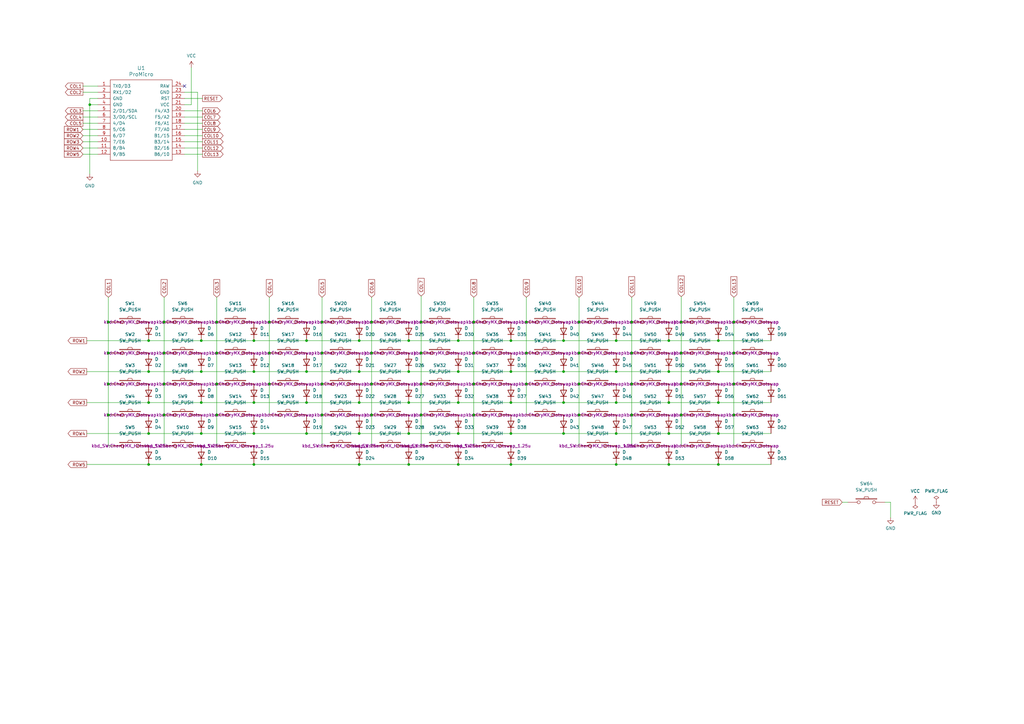
<source format=kicad_sch>
(kicad_sch (version 20230121) (generator eeschema)

  (uuid aa34c34a-e823-488c-8fae-c22b99d6840f)

  (paper "A3")

  (lib_symbols
    (symbol "Device:D" (pin_numbers hide) (pin_names (offset 1.016) hide) (in_bom yes) (on_board yes)
      (property "Reference" "D" (at 0 2.54 0)
        (effects (font (size 1.27 1.27)))
      )
      (property "Value" "D" (at 0 -2.54 0)
        (effects (font (size 1.27 1.27)))
      )
      (property "Footprint" "" (at 0 0 0)
        (effects (font (size 1.27 1.27)) hide)
      )
      (property "Datasheet" "~" (at 0 0 0)
        (effects (font (size 1.27 1.27)) hide)
      )
      (property "Sim.Device" "D" (at 0 0 0)
        (effects (font (size 1.27 1.27)) hide)
      )
      (property "Sim.Pins" "1=K 2=A" (at 0 0 0)
        (effects (font (size 1.27 1.27)) hide)
      )
      (property "ki_keywords" "diode" (at 0 0 0)
        (effects (font (size 1.27 1.27)) hide)
      )
      (property "ki_description" "Diode" (at 0 0 0)
        (effects (font (size 1.27 1.27)) hide)
      )
      (property "ki_fp_filters" "TO-???* *_Diode_* *SingleDiode* D_*" (at 0 0 0)
        (effects (font (size 1.27 1.27)) hide)
      )
      (symbol "D_0_1"
        (polyline
          (pts
            (xy -1.27 1.27)
            (xy -1.27 -1.27)
          )
          (stroke (width 0.254) (type default))
          (fill (type none))
        )
        (polyline
          (pts
            (xy 1.27 0)
            (xy -1.27 0)
          )
          (stroke (width 0) (type default))
          (fill (type none))
        )
        (polyline
          (pts
            (xy 1.27 1.27)
            (xy 1.27 -1.27)
            (xy -1.27 0)
            (xy 1.27 1.27)
          )
          (stroke (width 0.254) (type default))
          (fill (type none))
        )
      )
      (symbol "D_1_1"
        (pin passive line (at -3.81 0 0) (length 2.54)
          (name "K" (effects (font (size 1.27 1.27))))
          (number "1" (effects (font (size 1.27 1.27))))
        )
        (pin passive line (at 3.81 0 180) (length 2.54)
          (name "A" (effects (font (size 1.27 1.27))))
          (number "2" (effects (font (size 1.27 1.27))))
        )
      )
    )
    (symbol "kbd:ProMicro" (pin_names (offset 1.016)) (in_bom yes) (on_board yes)
      (property "Reference" "U" (at 0 19.05 0)
        (effects (font (size 1.524 1.524)))
      )
      (property "Value" "ProMicro" (at 0 -19.05 0)
        (effects (font (size 1.524 1.524)))
      )
      (property "Footprint" "" (at 2.54 -26.67 0)
        (effects (font (size 1.524 1.524)))
      )
      (property "Datasheet" "" (at 2.54 -26.67 0)
        (effects (font (size 1.524 1.524)))
      )
      (symbol "ProMicro_0_1"
        (rectangle (start -12.7 16.51) (end 12.7 -16.51)
          (stroke (width 0) (type solid))
          (fill (type none))
        )
      )
      (symbol "ProMicro_1_1"
        (pin bidirectional line (at -17.78 13.97 0) (length 5.08)
          (name "TX0/D3" (effects (font (size 1.27 1.27))))
          (number "1" (effects (font (size 1.27 1.27))))
        )
        (pin bidirectional line (at -17.78 -8.89 0) (length 5.08)
          (name "7/E6" (effects (font (size 1.27 1.27))))
          (number "10" (effects (font (size 1.27 1.27))))
        )
        (pin bidirectional line (at -17.78 -11.43 0) (length 5.08)
          (name "8/B4" (effects (font (size 1.27 1.27))))
          (number "11" (effects (font (size 1.27 1.27))))
        )
        (pin bidirectional line (at -17.78 -13.97 0) (length 5.08)
          (name "9/B5" (effects (font (size 1.27 1.27))))
          (number "12" (effects (font (size 1.27 1.27))))
        )
        (pin bidirectional line (at 17.78 -13.97 180) (length 5.08)
          (name "B6/10" (effects (font (size 1.27 1.27))))
          (number "13" (effects (font (size 1.27 1.27))))
        )
        (pin bidirectional line (at 17.78 -11.43 180) (length 5.08)
          (name "B2/16" (effects (font (size 1.27 1.27))))
          (number "14" (effects (font (size 1.27 1.27))))
        )
        (pin bidirectional line (at 17.78 -8.89 180) (length 5.08)
          (name "B3/14" (effects (font (size 1.27 1.27))))
          (number "15" (effects (font (size 1.27 1.27))))
        )
        (pin bidirectional line (at 17.78 -6.35 180) (length 5.08)
          (name "B1/15" (effects (font (size 1.27 1.27))))
          (number "16" (effects (font (size 1.27 1.27))))
        )
        (pin bidirectional line (at 17.78 -3.81 180) (length 5.08)
          (name "F7/A0" (effects (font (size 1.27 1.27))))
          (number "17" (effects (font (size 1.27 1.27))))
        )
        (pin bidirectional line (at 17.78 -1.27 180) (length 5.08)
          (name "F6/A1" (effects (font (size 1.27 1.27))))
          (number "18" (effects (font (size 1.27 1.27))))
        )
        (pin bidirectional line (at 17.78 1.27 180) (length 5.08)
          (name "F5/A2" (effects (font (size 1.27 1.27))))
          (number "19" (effects (font (size 1.27 1.27))))
        )
        (pin bidirectional line (at -17.78 11.43 0) (length 5.08)
          (name "RX1/D2" (effects (font (size 1.27 1.27))))
          (number "2" (effects (font (size 1.27 1.27))))
        )
        (pin bidirectional line (at 17.78 3.81 180) (length 5.08)
          (name "F4/A3" (effects (font (size 1.27 1.27))))
          (number "20" (effects (font (size 1.27 1.27))))
        )
        (pin power_in line (at 17.78 6.35 180) (length 5.08)
          (name "VCC" (effects (font (size 1.27 1.27))))
          (number "21" (effects (font (size 1.27 1.27))))
        )
        (pin input line (at 17.78 8.89 180) (length 5.08)
          (name "RST" (effects (font (size 1.27 1.27))))
          (number "22" (effects (font (size 1.27 1.27))))
        )
        (pin power_in line (at 17.78 11.43 180) (length 5.08)
          (name "GND" (effects (font (size 1.27 1.27))))
          (number "23" (effects (font (size 1.27 1.27))))
        )
        (pin power_out line (at 17.78 13.97 180) (length 5.08)
          (name "RAW" (effects (font (size 1.27 1.27))))
          (number "24" (effects (font (size 1.27 1.27))))
        )
        (pin power_in line (at -17.78 8.89 0) (length 5.08)
          (name "GND" (effects (font (size 1.27 1.27))))
          (number "3" (effects (font (size 1.27 1.27))))
        )
        (pin power_in line (at -17.78 6.35 0) (length 5.08)
          (name "GND" (effects (font (size 1.27 1.27))))
          (number "4" (effects (font (size 1.27 1.27))))
        )
        (pin bidirectional line (at -17.78 3.81 0) (length 5.08)
          (name "2/D1/SDA" (effects (font (size 1.27 1.27))))
          (number "5" (effects (font (size 1.27 1.27))))
        )
        (pin bidirectional line (at -17.78 1.27 0) (length 5.08)
          (name "3/D0/SCL" (effects (font (size 1.27 1.27))))
          (number "6" (effects (font (size 1.27 1.27))))
        )
        (pin bidirectional line (at -17.78 -1.27 0) (length 5.08)
          (name "4/D4" (effects (font (size 1.27 1.27))))
          (number "7" (effects (font (size 1.27 1.27))))
        )
        (pin bidirectional line (at -17.78 -3.81 0) (length 5.08)
          (name "5/C6" (effects (font (size 1.27 1.27))))
          (number "8" (effects (font (size 1.27 1.27))))
        )
        (pin bidirectional line (at -17.78 -6.35 0) (length 5.08)
          (name "6/D7" (effects (font (size 1.27 1.27))))
          (number "9" (effects (font (size 1.27 1.27))))
        )
      )
    )
    (symbol "kbd:SW_PUSH" (pin_numbers hide) (pin_names (offset 1.016) hide) (in_bom yes) (on_board yes)
      (property "Reference" "SW" (at 3.81 2.794 0)
        (effects (font (size 1.27 1.27)))
      )
      (property "Value" "SW_PUSH" (at 0 -2.032 0)
        (effects (font (size 1.27 1.27)))
      )
      (property "Footprint" "" (at 0 0 0)
        (effects (font (size 1.27 1.27)))
      )
      (property "Datasheet" "" (at 0 0 0)
        (effects (font (size 1.27 1.27)))
      )
      (symbol "SW_PUSH_0_1"
        (rectangle (start -4.318 1.27) (end 4.318 1.524)
          (stroke (width 0) (type solid))
          (fill (type none))
        )
        (polyline
          (pts
            (xy -1.016 1.524)
            (xy -0.762 2.286)
            (xy 0.762 2.286)
            (xy 1.016 1.524)
          )
          (stroke (width 0) (type solid))
          (fill (type none))
        )
        (pin passive inverted (at -7.62 0 0) (length 5.08)
          (name "1" (effects (font (size 1.27 1.27))))
          (number "1" (effects (font (size 1.27 1.27))))
        )
        (pin passive inverted (at 7.62 0 180) (length 5.08)
          (name "2" (effects (font (size 1.27 1.27))))
          (number "2" (effects (font (size 1.27 1.27))))
        )
      )
    )
    (symbol "power:GND" (power) (pin_names (offset 0)) (in_bom yes) (on_board yes)
      (property "Reference" "#PWR" (at 0 -6.35 0)
        (effects (font (size 1.27 1.27)) hide)
      )
      (property "Value" "GND" (at 0 -3.81 0)
        (effects (font (size 1.27 1.27)))
      )
      (property "Footprint" "" (at 0 0 0)
        (effects (font (size 1.27 1.27)) hide)
      )
      (property "Datasheet" "" (at 0 0 0)
        (effects (font (size 1.27 1.27)) hide)
      )
      (property "ki_keywords" "global power" (at 0 0 0)
        (effects (font (size 1.27 1.27)) hide)
      )
      (property "ki_description" "Power symbol creates a global label with name \"GND\" , ground" (at 0 0 0)
        (effects (font (size 1.27 1.27)) hide)
      )
      (symbol "GND_0_1"
        (polyline
          (pts
            (xy 0 0)
            (xy 0 -1.27)
            (xy 1.27 -1.27)
            (xy 0 -2.54)
            (xy -1.27 -1.27)
            (xy 0 -1.27)
          )
          (stroke (width 0) (type default))
          (fill (type none))
        )
      )
      (symbol "GND_1_1"
        (pin power_in line (at 0 0 270) (length 0) hide
          (name "GND" (effects (font (size 1.27 1.27))))
          (number "1" (effects (font (size 1.27 1.27))))
        )
      )
    )
    (symbol "power:PWR_FLAG" (power) (pin_numbers hide) (pin_names (offset 0) hide) (in_bom yes) (on_board yes)
      (property "Reference" "#FLG" (at 0 1.905 0)
        (effects (font (size 1.27 1.27)) hide)
      )
      (property "Value" "PWR_FLAG" (at 0 3.81 0)
        (effects (font (size 1.27 1.27)))
      )
      (property "Footprint" "" (at 0 0 0)
        (effects (font (size 1.27 1.27)) hide)
      )
      (property "Datasheet" "~" (at 0 0 0)
        (effects (font (size 1.27 1.27)) hide)
      )
      (property "ki_keywords" "flag power" (at 0 0 0)
        (effects (font (size 1.27 1.27)) hide)
      )
      (property "ki_description" "Special symbol for telling ERC where power comes from" (at 0 0 0)
        (effects (font (size 1.27 1.27)) hide)
      )
      (symbol "PWR_FLAG_0_0"
        (pin power_out line (at 0 0 90) (length 0)
          (name "pwr" (effects (font (size 1.27 1.27))))
          (number "1" (effects (font (size 1.27 1.27))))
        )
      )
      (symbol "PWR_FLAG_0_1"
        (polyline
          (pts
            (xy 0 0)
            (xy 0 1.27)
            (xy -1.016 1.905)
            (xy 0 2.54)
            (xy 1.016 1.905)
            (xy 0 1.27)
          )
          (stroke (width 0) (type default))
          (fill (type none))
        )
      )
    )
    (symbol "power:VCC" (power) (pin_names (offset 0)) (in_bom yes) (on_board yes)
      (property "Reference" "#PWR" (at 0 -3.81 0)
        (effects (font (size 1.27 1.27)) hide)
      )
      (property "Value" "VCC" (at 0 3.81 0)
        (effects (font (size 1.27 1.27)))
      )
      (property "Footprint" "" (at 0 0 0)
        (effects (font (size 1.27 1.27)) hide)
      )
      (property "Datasheet" "" (at 0 0 0)
        (effects (font (size 1.27 1.27)) hide)
      )
      (property "ki_keywords" "global power" (at 0 0 0)
        (effects (font (size 1.27 1.27)) hide)
      )
      (property "ki_description" "Power symbol creates a global label with name \"VCC\"" (at 0 0 0)
        (effects (font (size 1.27 1.27)) hide)
      )
      (symbol "VCC_0_1"
        (polyline
          (pts
            (xy -0.762 1.27)
            (xy 0 2.54)
          )
          (stroke (width 0) (type default))
          (fill (type none))
        )
        (polyline
          (pts
            (xy 0 0)
            (xy 0 2.54)
          )
          (stroke (width 0) (type default))
          (fill (type none))
        )
        (polyline
          (pts
            (xy 0 2.54)
            (xy 0.762 1.27)
          )
          (stroke (width 0) (type default))
          (fill (type none))
        )
      )
      (symbol "VCC_1_1"
        (pin power_in line (at 0 0 90) (length 0) hide
          (name "VCC" (effects (font (size 1.27 1.27))))
          (number "1" (effects (font (size 1.27 1.27))))
        )
      )
    )
  )

  (junction (at 274.32 177.8) (diameter 0) (color 0 0 0 0)
    (uuid 0286e80d-9a67-4452-b4de-92c28df5832c)
  )
  (junction (at 300.99 132.08) (diameter 0) (color 0 0 0 0)
    (uuid 03873183-8e30-47a0-a9b2-7cfe5ac816a5)
  )
  (junction (at 104.14 152.4) (diameter 0) (color 0 0 0 0)
    (uuid 066a160c-a59c-44fd-9a62-bc8f2127ffb4)
  )
  (junction (at 167.64 139.7) (diameter 0) (color 0 0 0 0)
    (uuid 08137bad-86be-4c62-b74c-a317cf26cfc3)
  )
  (junction (at 104.14 177.8) (diameter 0) (color 0 0 0 0)
    (uuid 0cf646de-1b7d-4ccb-adea-ff97c4cea946)
  )
  (junction (at 209.55 165.1) (diameter 0) (color 0 0 0 0)
    (uuid 1051ebc5-b4c1-4592-9c1b-6311ee37f476)
  )
  (junction (at 294.64 165.1) (diameter 0) (color 0 0 0 0)
    (uuid 10a9e050-2477-499d-98c1-4c6316ec1d8d)
  )
  (junction (at 300.99 144.78) (diameter 0) (color 0 0 0 0)
    (uuid 112b7b96-8dd1-4817-8a29-e26e0884247d)
  )
  (junction (at 125.73 165.1) (diameter 0) (color 0 0 0 0)
    (uuid 115e8640-9cf3-4035-a010-5dc6bb79e7ff)
  )
  (junction (at 209.55 190.5) (diameter 0) (color 0 0 0 0)
    (uuid 11b4fa15-82dc-4cab-80c9-d21585349cbb)
  )
  (junction (at 252.73 165.1) (diameter 0) (color 0 0 0 0)
    (uuid 1b6df4aa-1fa6-40b3-a255-ef23252c6537)
  )
  (junction (at 60.96 152.4) (diameter 0) (color 0 0 0 0)
    (uuid 1d8ed9d6-cea4-4086-b4ae-560584720db5)
  )
  (junction (at 209.55 177.8) (diameter 0) (color 0 0 0 0)
    (uuid 20cd3bc2-132d-4408-946d-c300f2a910f7)
  )
  (junction (at 194.31 157.48) (diameter 0) (color 0 0 0 0)
    (uuid 21a89363-e3eb-47b9-8086-4c81af0d9e09)
  )
  (junction (at 67.31 157.48) (diameter 0) (color 0 0 0 0)
    (uuid 232ed7ea-29cd-4506-a080-4e1d523df121)
  )
  (junction (at 294.64 190.5) (diameter 0) (color 0 0 0 0)
    (uuid 234c1d4b-aab0-406c-9ca2-2b88896a23a2)
  )
  (junction (at 132.08 170.18) (diameter 0) (color 0 0 0 0)
    (uuid 23557ddb-6a2b-426a-bedb-b5e4152d27f2)
  )
  (junction (at 172.72 170.18) (diameter 0) (color 0 0 0 0)
    (uuid 248855d9-b213-4302-8474-e1a34739b56f)
  )
  (junction (at 104.14 139.7) (diameter 0) (color 0 0 0 0)
    (uuid 29a513dc-dc03-4f98-9185-fc93aaa21b69)
  )
  (junction (at 88.9 132.08) (diameter 0) (color 0 0 0 0)
    (uuid 32777454-dc31-494d-a8a9-3978d2452e84)
  )
  (junction (at 259.08 144.78) (diameter 0) (color 0 0 0 0)
    (uuid 3336c9dd-2fa4-421d-a00e-f395916f9019)
  )
  (junction (at 110.49 157.48) (diameter 0) (color 0 0 0 0)
    (uuid 34ac022b-a7bf-4613-b86c-bc9a1e7cf7d1)
  )
  (junction (at 172.72 144.78) (diameter 0) (color 0 0 0 0)
    (uuid 357364d2-cf25-4885-a899-7d51e71a445c)
  )
  (junction (at 110.49 132.08) (diameter 0) (color 0 0 0 0)
    (uuid 36388c40-74b6-4153-b606-056ec762351b)
  )
  (junction (at 231.14 139.7) (diameter 0) (color 0 0 0 0)
    (uuid 3daa3f43-9c83-44b8-986d-70f3b3a029c5)
  )
  (junction (at 82.55 139.7) (diameter 0) (color 0 0 0 0)
    (uuid 41edfa6b-d8e1-41a3-900d-e589e224e983)
  )
  (junction (at 194.31 132.08) (diameter 0) (color 0 0 0 0)
    (uuid 437d3cbd-275d-475a-8fc1-4531aad29451)
  )
  (junction (at 215.9 144.78) (diameter 0) (color 0 0 0 0)
    (uuid 44912d0e-cac3-4609-b722-f45f2bc18948)
  )
  (junction (at 67.31 132.08) (diameter 0) (color 0 0 0 0)
    (uuid 44ae4bdc-5da5-4238-b9d7-bb0dbae3d243)
  )
  (junction (at 259.08 157.48) (diameter 0) (color 0 0 0 0)
    (uuid 4751caaf-2920-4f2d-85a8-a83dd7a8fb56)
  )
  (junction (at 82.55 152.4) (diameter 0) (color 0 0 0 0)
    (uuid 4848a19a-653b-4118-ab09-e7f96255b352)
  )
  (junction (at 209.55 139.7) (diameter 0) (color 0 0 0 0)
    (uuid 486454a9-1ecd-4509-8ac1-a49b768c96ad)
  )
  (junction (at 187.96 165.1) (diameter 0) (color 0 0 0 0)
    (uuid 48e903da-5f71-4fb2-8d0f-76d1d88dbc66)
  )
  (junction (at 252.73 152.4) (diameter 0) (color 0 0 0 0)
    (uuid 49c42f65-3512-4be1-9f9c-a730c71d4d6f)
  )
  (junction (at 209.55 152.4) (diameter 0) (color 0 0 0 0)
    (uuid 4b4f06ee-b56d-46a1-b052-99101f0841c8)
  )
  (junction (at 60.96 190.5) (diameter 0) (color 0 0 0 0)
    (uuid 4c534168-d37d-472e-8ff7-d132d6e19e09)
  )
  (junction (at 36.83 42.926) (diameter 0) (color 0 0 0 0)
    (uuid 504e6ac2-cba8-49e7-b906-f0693ad3d192)
  )
  (junction (at 294.64 139.7) (diameter 0) (color 0 0 0 0)
    (uuid 5237bfaf-55c8-40df-91e3-b13b6765c9f1)
  )
  (junction (at 237.49 132.08) (diameter 0) (color 0 0 0 0)
    (uuid 566a5c8c-64d8-4cb1-b9ba-a502d0c27b1f)
  )
  (junction (at 274.32 165.1) (diameter 0) (color 0 0 0 0)
    (uuid 571a9572-8e3e-46e7-a9ef-b6f8fe1abb89)
  )
  (junction (at 252.73 139.7) (diameter 0) (color 0 0 0 0)
    (uuid 5f215c4a-cc47-470f-8112-38e5b52dce15)
  )
  (junction (at 132.08 144.78) (diameter 0) (color 0 0 0 0)
    (uuid 60687dd3-f599-4860-b783-1e78b2f41178)
  )
  (junction (at 88.9 144.78) (diameter 0) (color 0 0 0 0)
    (uuid 638b4f55-c288-4a93-8523-5cf1d5ddc934)
  )
  (junction (at 172.72 132.08) (diameter 0) (color 0 0 0 0)
    (uuid 642f7874-cf2f-411c-babb-acdfaa63e751)
  )
  (junction (at 125.73 152.4) (diameter 0) (color 0 0 0 0)
    (uuid 6867e255-e073-4248-90ed-ec048a0d22a5)
  )
  (junction (at 274.32 190.5) (diameter 0) (color 0 0 0 0)
    (uuid 6b575261-6e27-4cee-ae3f-3e3c12810a3c)
  )
  (junction (at 231.14 165.1) (diameter 0) (color 0 0 0 0)
    (uuid 6e320031-33f8-481e-956b-7b7e4d535fc9)
  )
  (junction (at 88.9 170.18) (diameter 0) (color 0 0 0 0)
    (uuid 6f1d9af5-4ac4-47bd-a50c-78e3182c736e)
  )
  (junction (at 60.96 139.7) (diameter 0) (color 0 0 0 0)
    (uuid 71f817d3-58ee-4546-a353-393571a9c312)
  )
  (junction (at 44.45 170.18) (diameter 0) (color 0 0 0 0)
    (uuid 77f9afc5-9617-4667-863b-8115d30501e6)
  )
  (junction (at 300.99 157.48) (diameter 0) (color 0 0 0 0)
    (uuid 7b2af7f2-857e-4a21-af33-8f9299c7724b)
  )
  (junction (at 152.4 170.18) (diameter 0) (color 0 0 0 0)
    (uuid 7c5dfeee-0dec-40eb-9e43-ed3274ee0d7e)
  )
  (junction (at 147.32 139.7) (diameter 0) (color 0 0 0 0)
    (uuid 7cc739a3-902f-4c7a-8986-5b4359f09bcb)
  )
  (junction (at 167.64 165.1) (diameter 0) (color 0 0 0 0)
    (uuid 7ee40306-8a72-48dd-8d1e-85cfa9b8c77e)
  )
  (junction (at 194.31 170.18) (diameter 0) (color 0 0 0 0)
    (uuid 80019799-1485-427e-9085-f84e4b87e77f)
  )
  (junction (at 194.31 144.78) (diameter 0) (color 0 0 0 0)
    (uuid 858aa3e0-04cf-457b-923c-5be95f4b4fa1)
  )
  (junction (at 152.4 157.48) (diameter 0) (color 0 0 0 0)
    (uuid 87820aca-ac26-4188-89a6-dd9b229fa9fa)
  )
  (junction (at 279.4 132.08) (diameter 0) (color 0 0 0 0)
    (uuid 8da1e47d-84c2-4de8-b7f1-66d604d82e22)
  )
  (junction (at 110.49 144.78) (diameter 0) (color 0 0 0 0)
    (uuid 8df6df21-dc92-4df5-b711-2dfd0731846a)
  )
  (junction (at 215.9 157.48) (diameter 0) (color 0 0 0 0)
    (uuid 8fdd5bc8-0076-4c96-ab12-a65e31cfe43b)
  )
  (junction (at 88.9 157.48) (diameter 0) (color 0 0 0 0)
    (uuid 905fde23-5f76-4abf-8f3e-5bff3b761481)
  )
  (junction (at 231.14 177.8) (diameter 0) (color 0 0 0 0)
    (uuid 936ffa3c-2069-4e0c-b939-f43494c80745)
  )
  (junction (at 237.49 170.18) (diameter 0) (color 0 0 0 0)
    (uuid 9c6305ea-6167-4c74-9934-1298370e6d49)
  )
  (junction (at 82.55 165.1) (diameter 0) (color 0 0 0 0)
    (uuid 9dbdbe39-0966-4865-ac01-0673b474d68e)
  )
  (junction (at 167.64 190.5) (diameter 0) (color 0 0 0 0)
    (uuid 9f0bbf50-d958-4945-8684-d608f889c145)
  )
  (junction (at 147.32 177.8) (diameter 0) (color 0 0 0 0)
    (uuid 9f39ee0a-ca43-40fa-8595-1eb85583f822)
  )
  (junction (at 125.73 139.7) (diameter 0) (color 0 0 0 0)
    (uuid 9f673399-402d-4d3f-a0a9-e220349a05e7)
  )
  (junction (at 252.73 177.8) (diameter 0) (color 0 0 0 0)
    (uuid 9f7fe4ed-293f-4e92-bb64-98eac68af48f)
  )
  (junction (at 132.08 157.48) (diameter 0) (color 0 0 0 0)
    (uuid a298b0ca-3c84-4b2a-8077-08cbd4dbe953)
  )
  (junction (at 82.55 190.5) (diameter 0) (color 0 0 0 0)
    (uuid a29a2f6f-5248-4b54-b56c-659acadf2300)
  )
  (junction (at 44.45 144.78) (diameter 0) (color 0 0 0 0)
    (uuid a55ed39c-0afb-4082-bba0-70ce492c7a72)
  )
  (junction (at 125.73 177.8) (diameter 0) (color 0 0 0 0)
    (uuid a729cda2-a978-4ba8-b4e4-e83c87f131c8)
  )
  (junction (at 252.73 190.5) (diameter 0) (color 0 0 0 0)
    (uuid a8aa5d8e-9d60-4e47-87b7-053831780048)
  )
  (junction (at 167.64 152.4) (diameter 0) (color 0 0 0 0)
    (uuid abbe7868-3dd1-43f3-8c70-9ba8656a6f58)
  )
  (junction (at 274.32 152.4) (diameter 0) (color 0 0 0 0)
    (uuid b1c77463-f24f-4c1f-9a07-79c24fd77c39)
  )
  (junction (at 60.96 165.1) (diameter 0) (color 0 0 0 0)
    (uuid b1fe013e-f87b-45dd-96a8-4ce452313dd9)
  )
  (junction (at 187.96 177.8) (diameter 0) (color 0 0 0 0)
    (uuid b678af76-f647-4914-8acd-35469762b88b)
  )
  (junction (at 152.4 132.08) (diameter 0) (color 0 0 0 0)
    (uuid b754fcea-80c5-4e55-b1ea-cd0419357bad)
  )
  (junction (at 279.4 170.18) (diameter 0) (color 0 0 0 0)
    (uuid bb331d8d-33c1-4188-9ffd-53c752a4311d)
  )
  (junction (at 82.55 177.8) (diameter 0) (color 0 0 0 0)
    (uuid bf092ff6-dcf2-4a98-9a7b-726924758f14)
  )
  (junction (at 132.08 132.08) (diameter 0) (color 0 0 0 0)
    (uuid c1d4a1b1-1b6e-41b8-8681-672e45db3571)
  )
  (junction (at 237.49 144.78) (diameter 0) (color 0 0 0 0)
    (uuid c2c6e48c-7dd7-43cd-9b05-5e74c08d7a21)
  )
  (junction (at 152.4 144.78) (diameter 0) (color 0 0 0 0)
    (uuid c42cf3d1-093a-43d3-bf8f-57fcff9923a5)
  )
  (junction (at 231.14 152.4) (diameter 0) (color 0 0 0 0)
    (uuid c6ad44f3-2481-45f6-bd99-703e22dcbdb6)
  )
  (junction (at 172.72 157.48) (diameter 0) (color 0 0 0 0)
    (uuid c7d21fdc-7b30-4ccd-96c2-1e1067dd7299)
  )
  (junction (at 44.45 157.48) (diameter 0) (color 0 0 0 0)
    (uuid c98a0079-62c7-4dcb-aaa9-1166ee6c750e)
  )
  (junction (at 187.96 139.7) (diameter 0) (color 0 0 0 0)
    (uuid ce99dfde-20ec-455a-a73f-9387f5d5b3bd)
  )
  (junction (at 67.31 170.18) (diameter 0) (color 0 0 0 0)
    (uuid cf170a91-b4f0-46d0-a353-dffcb480dc76)
  )
  (junction (at 104.14 190.5) (diameter 0) (color 0 0 0 0)
    (uuid d0cbdfd5-7d75-420f-92c6-55e3e49beb22)
  )
  (junction (at 67.31 144.78) (diameter 0) (color 0 0 0 0)
    (uuid d0d7be19-3158-486f-945d-f6180b622c97)
  )
  (junction (at 187.96 152.4) (diameter 0) (color 0 0 0 0)
    (uuid d3c8b28e-98b1-41f0-adb6-abc8b4b01ccc)
  )
  (junction (at 104.14 165.1) (diameter 0) (color 0 0 0 0)
    (uuid d7327937-f90d-49d2-826e-68857fb64e5c)
  )
  (junction (at 259.08 170.18) (diameter 0) (color 0 0 0 0)
    (uuid dbb84265-a8e3-4b6c-baff-246f4d32ce35)
  )
  (junction (at 259.08 132.08) (diameter 0) (color 0 0 0 0)
    (uuid dccdedc3-a1db-40c4-be04-8088ccb9da41)
  )
  (junction (at 44.45 132.08) (diameter 0) (color 0 0 0 0)
    (uuid de77a891-ee84-4dc9-b0a8-9efac2d4553f)
  )
  (junction (at 279.4 157.48) (diameter 0) (color 0 0 0 0)
    (uuid df30c58a-8678-4248-aeff-da43132dbd65)
  )
  (junction (at 279.4 144.78) (diameter 0) (color 0 0 0 0)
    (uuid e172f01f-a30f-4553-9c2f-7180fbeea8d3)
  )
  (junction (at 147.32 165.1) (diameter 0) (color 0 0 0 0)
    (uuid e75607d3-70d2-4073-8d56-7cb68a6a7e7c)
  )
  (junction (at 147.32 152.4) (diameter 0) (color 0 0 0 0)
    (uuid e85c783b-952b-42f2-814f-5f5c71bb0a1c)
  )
  (junction (at 237.49 157.48) (diameter 0) (color 0 0 0 0)
    (uuid ea4e82ab-3dd6-4bf4-a274-db1ba14bab82)
  )
  (junction (at 60.96 177.8) (diameter 0) (color 0 0 0 0)
    (uuid eb28eb13-6fc6-4bdc-8d97-982594fde80a)
  )
  (junction (at 187.96 190.5) (diameter 0) (color 0 0 0 0)
    (uuid ed086d1b-82b6-478f-aff5-5822f1a0b2e0)
  )
  (junction (at 294.64 177.8) (diameter 0) (color 0 0 0 0)
    (uuid f8e06fc7-42e2-47db-8447-6a93602c7653)
  )
  (junction (at 274.32 139.7) (diameter 0) (color 0 0 0 0)
    (uuid fba0c6fb-8895-4819-8d1a-5e8a1d3a8ed3)
  )
  (junction (at 294.64 152.4) (diameter 0) (color 0 0 0 0)
    (uuid fc046d16-a7d2-4636-89b3-bf0f5cbc14aa)
  )
  (junction (at 215.9 132.08) (diameter 0) (color 0 0 0 0)
    (uuid fcdec098-1e2a-4e4f-aff7-b62ab59073c2)
  )
  (junction (at 147.32 190.5) (diameter 0) (color 0 0 0 0)
    (uuid fd7b654a-5f0d-4f08-879d-d68d2d1c0556)
  )
  (junction (at 167.64 177.8) (diameter 0) (color 0 0 0 0)
    (uuid ffc5b073-e5aa-4a95-a30f-1a680078ce1f)
  )
  (junction (at 300.99 170.18) (diameter 0) (color 0 0 0 0)
    (uuid ffcbc4ac-062e-4cbb-be80-33b17a7b5150)
  )

  (no_connect (at 75.692 35.306) (uuid aed17302-f514-4415-9b13-80a29cf415c9))

  (wire (pts (xy 44.45 132.08) (xy 45.72 132.08))
    (stroke (width 0) (type default))
    (uuid 010deaa9-e9a5-4cba-a734-57c8795fee6e)
  )
  (wire (pts (xy 67.31 132.08) (xy 67.31 144.78))
    (stroke (width 0) (type default))
    (uuid 01cbb352-f7a5-416b-8b38-3b65ea20bc18)
  )
  (wire (pts (xy 82.55 177.8) (xy 104.14 177.8))
    (stroke (width 0) (type default))
    (uuid 01ceb9c2-cdab-4a27-972d-b0a407bca75f)
  )
  (wire (pts (xy 104.14 165.1) (xy 125.73 165.1))
    (stroke (width 0) (type default))
    (uuid 06c88b4a-2045-4621-a245-cfdbef40f508)
  )
  (wire (pts (xy 36.83 40.386) (xy 36.83 42.926))
    (stroke (width 0) (type default))
    (uuid 07c09047-a045-4f00-82e1-faeef885dc0e)
  )
  (wire (pts (xy 279.4 144.78) (xy 279.4 132.08))
    (stroke (width 0) (type default))
    (uuid 08a7759e-37ca-4d3f-9c78-a05fb1a7eaf3)
  )
  (wire (pts (xy 274.32 152.4) (xy 294.64 152.4))
    (stroke (width 0) (type default))
    (uuid 0c07cdb5-5e6a-445a-8ad2-ebb6a8778de3)
  )
  (wire (pts (xy 75.692 48.006) (xy 83.058 48.006))
    (stroke (width 0) (type default))
    (uuid 0cb7698c-9bc6-4092-8ffb-9130c8ec296b)
  )
  (wire (pts (xy 259.08 170.18) (xy 259.08 182.88))
    (stroke (width 0) (type default))
    (uuid 0deac522-d325-4796-a995-ab20cf457ad7)
  )
  (wire (pts (xy 75.692 45.466) (xy 83.058 45.466))
    (stroke (width 0) (type default))
    (uuid 10099734-11f1-46a3-b464-88475296fba6)
  )
  (wire (pts (xy 187.96 139.7) (xy 209.55 139.7))
    (stroke (width 0) (type default))
    (uuid 103e7913-4ee4-446c-93ae-9935b59af7ca)
  )
  (wire (pts (xy 209.55 152.4) (xy 231.14 152.4))
    (stroke (width 0) (type default))
    (uuid 12b5d913-bb8b-427a-868a-116f3869df27)
  )
  (wire (pts (xy 172.72 132.08) (xy 172.72 144.78))
    (stroke (width 0) (type default))
    (uuid 12fd65aa-0a7d-4064-b09c-5835dac31e59)
  )
  (wire (pts (xy 231.14 139.7) (xy 252.73 139.7))
    (stroke (width 0) (type default))
    (uuid 15ba3a7e-697c-4ab2-bf57-6d6c7eeec00d)
  )
  (wire (pts (xy 44.45 170.18) (xy 45.72 170.18))
    (stroke (width 0) (type default))
    (uuid 16061743-8bcc-48e1-80c5-74d871785619)
  )
  (wire (pts (xy 44.45 157.48) (xy 45.72 157.48))
    (stroke (width 0) (type default))
    (uuid 1643a585-ba70-4683-8786-df53ef6aaff4)
  )
  (wire (pts (xy 231.14 165.1) (xy 252.73 165.1))
    (stroke (width 0) (type default))
    (uuid 168f04de-c1d3-4eaf-a044-c8a3df004243)
  )
  (wire (pts (xy 34.036 55.626) (xy 40.132 55.626))
    (stroke (width 0) (type default))
    (uuid 1cccf525-2761-42a2-b7bc-3c5020fe98e4)
  )
  (wire (pts (xy 252.73 177.8) (xy 274.32 177.8))
    (stroke (width 0) (type default))
    (uuid 1e9eed6c-29e0-4c03-bf9b-7c2fa6118f87)
  )
  (wire (pts (xy 172.72 144.78) (xy 172.72 157.48))
    (stroke (width 0) (type default))
    (uuid 22ca35e2-76c1-4650-a806-06239ed6185c)
  )
  (wire (pts (xy 274.32 190.5) (xy 294.64 190.5))
    (stroke (width 0) (type default))
    (uuid 29837051-76fd-41ca-9071-ca67f151d034)
  )
  (wire (pts (xy 167.64 152.4) (xy 187.96 152.4))
    (stroke (width 0) (type default))
    (uuid 29f5e076-0e98-43d0-aaf8-2a8e9d455f81)
  )
  (wire (pts (xy 345.44 205.994) (xy 347.726 205.994))
    (stroke (width 0) (type default))
    (uuid 2b7c189f-f065-4045-9f40-f31a127778da)
  )
  (wire (pts (xy 78.486 42.926) (xy 78.486 27.686))
    (stroke (width 0) (type default))
    (uuid 2bc449eb-8735-42ee-864d-b70c704f36e5)
  )
  (wire (pts (xy 237.49 121.92) (xy 237.49 132.08))
    (stroke (width 0) (type default))
    (uuid 2daa7bb7-2315-418e-99b9-3460e6c4a1ba)
  )
  (wire (pts (xy 125.73 152.4) (xy 147.32 152.4))
    (stroke (width 0) (type default))
    (uuid 3143acc0-a1ab-4896-a67d-c24375b82bfa)
  )
  (wire (pts (xy 60.96 152.4) (xy 82.55 152.4))
    (stroke (width 0) (type default))
    (uuid 32285db5-cff8-46a1-8d01-bd60c6632c20)
  )
  (wire (pts (xy 300.99 157.48) (xy 300.99 170.18))
    (stroke (width 0) (type default))
    (uuid 33492571-7a5e-4715-826d-4e367e5afa05)
  )
  (wire (pts (xy 167.64 165.1) (xy 187.96 165.1))
    (stroke (width 0) (type default))
    (uuid 34804a50-5c8e-40dc-ab64-6b891b831926)
  )
  (wire (pts (xy 237.49 144.78) (xy 237.49 157.48))
    (stroke (width 0) (type default))
    (uuid 34874c65-593b-4853-8bbe-25c12f1003ba)
  )
  (wire (pts (xy 172.72 121.412) (xy 172.72 132.08))
    (stroke (width 0) (type default))
    (uuid 36bc413d-0aa9-4b9d-a6ae-8b88d1726a45)
  )
  (wire (pts (xy 147.32 139.7) (xy 167.64 139.7))
    (stroke (width 0) (type default))
    (uuid 3883636e-8fb6-458b-98d2-65ac05e64fe3)
  )
  (wire (pts (xy 125.73 139.7) (xy 147.32 139.7))
    (stroke (width 0) (type default))
    (uuid 3f5ea1ef-77be-453f-b4cd-771e405f8b9f)
  )
  (wire (pts (xy 172.72 170.18) (xy 172.72 182.88))
    (stroke (width 0) (type default))
    (uuid 40ed79cc-0bd4-403c-881a-31f8d6d06de6)
  )
  (wire (pts (xy 215.9 121.92) (xy 215.9 132.08))
    (stroke (width 0) (type default))
    (uuid 41d404e2-b68b-479f-adaf-a8f9617cfa3e)
  )
  (wire (pts (xy 209.55 165.1) (xy 231.14 165.1))
    (stroke (width 0) (type default))
    (uuid 42a3e373-6b72-4d91-8c1c-58976f2b95a2)
  )
  (wire (pts (xy 152.4 170.18) (xy 152.4 182.88))
    (stroke (width 0) (type default))
    (uuid 446f8323-4789-444d-8c08-395e182bc009)
  )
  (wire (pts (xy 75.692 37.846) (xy 81.026 37.846))
    (stroke (width 0) (type default))
    (uuid 4523d346-c9bb-43c4-a468-eed765ea201c)
  )
  (wire (pts (xy 132.08 157.48) (xy 132.08 144.78))
    (stroke (width 0) (type default))
    (uuid 471cf7e8-5598-43ef-ae6c-a2948224fa89)
  )
  (wire (pts (xy 36.83 42.926) (xy 40.132 42.926))
    (stroke (width 0) (type default))
    (uuid 49712cfe-cf4a-4e75-af7a-9dea212da597)
  )
  (wire (pts (xy 34.036 37.846) (xy 40.132 37.846))
    (stroke (width 0) (type default))
    (uuid 4a42d477-6b05-40c4-8c13-8042d03e339e)
  )
  (wire (pts (xy 44.45 144.78) (xy 44.45 157.48))
    (stroke (width 0) (type default))
    (uuid 4a501511-835a-4f72-b7ee-969eece24935)
  )
  (wire (pts (xy 110.49 121.92) (xy 110.49 132.08))
    (stroke (width 0) (type default))
    (uuid 4c3630b8-7823-4326-90fb-e276d51d2f2b)
  )
  (wire (pts (xy 194.31 144.78) (xy 194.31 157.48))
    (stroke (width 0) (type default))
    (uuid 4c547d24-2024-4442-93ca-7afc01390783)
  )
  (wire (pts (xy 187.96 177.8) (xy 209.55 177.8))
    (stroke (width 0) (type default))
    (uuid 4caa926d-5b9a-4600-a19c-95c2327314de)
  )
  (wire (pts (xy 34.036 45.466) (xy 40.132 45.466))
    (stroke (width 0) (type default))
    (uuid 4f134855-d323-42a1-b749-da35c5c4b6bf)
  )
  (wire (pts (xy 279.4 121.666) (xy 279.4 132.08))
    (stroke (width 0) (type default))
    (uuid 51963922-9916-492c-a17b-7935eb0b95ff)
  )
  (wire (pts (xy 132.08 144.78) (xy 132.08 132.08))
    (stroke (width 0) (type default))
    (uuid 5244cef3-dbbd-4c2d-a387-0100ef86c3b1)
  )
  (wire (pts (xy 362.966 205.994) (xy 365.252 205.994))
    (stroke (width 0) (type default))
    (uuid 5265e09e-c6d2-4ba0-926c-081e97b55958)
  )
  (wire (pts (xy 300.99 144.78) (xy 300.99 157.48))
    (stroke (width 0) (type default))
    (uuid 52af4f2b-5f13-4a9c-8499-4dc09cfd873b)
  )
  (wire (pts (xy 187.96 152.4) (xy 209.55 152.4))
    (stroke (width 0) (type default))
    (uuid 535cafbd-bc05-4f4d-9663-c52e145dfedd)
  )
  (wire (pts (xy 75.692 42.926) (xy 78.486 42.926))
    (stroke (width 0) (type default))
    (uuid 5556be8d-c284-4f97-836e-f0680c4abdd5)
  )
  (wire (pts (xy 194.31 121.92) (xy 194.31 132.08))
    (stroke (width 0) (type default))
    (uuid 5a13b260-fd19-4125-9cde-aa12779275fb)
  )
  (wire (pts (xy 75.692 58.166) (xy 83.058 58.166))
    (stroke (width 0) (type default))
    (uuid 5bb0b08f-bb19-40f0-94a6-424e719a81d6)
  )
  (wire (pts (xy 132.08 182.88) (xy 132.08 170.18))
    (stroke (width 0) (type default))
    (uuid 5bb2bb5f-af78-4679-a458-b491b79a720c)
  )
  (wire (pts (xy 252.73 190.5) (xy 274.32 190.5))
    (stroke (width 0) (type default))
    (uuid 5d3363fe-76b3-4d48-9f00-d838bd864234)
  )
  (wire (pts (xy 44.45 182.88) (xy 45.72 182.88))
    (stroke (width 0) (type default))
    (uuid 5e40752c-44f7-4fb1-85b3-6009e66ca8d8)
  )
  (wire (pts (xy 259.08 132.08) (xy 259.08 144.78))
    (stroke (width 0) (type default))
    (uuid 5fe3a521-ca2f-4987-b12d-9631362f3eb5)
  )
  (wire (pts (xy 88.9 170.18) (xy 88.9 182.88))
    (stroke (width 0) (type default))
    (uuid 61a734d2-88e3-4349-8c8c-945a2ca7c1a7)
  )
  (wire (pts (xy 259.08 121.92) (xy 259.08 132.08))
    (stroke (width 0) (type default))
    (uuid 638dd997-765e-4fe1-b386-1cc3e5d46dee)
  )
  (wire (pts (xy 44.45 157.48) (xy 44.45 170.18))
    (stroke (width 0) (type default))
    (uuid 66630f62-7615-4916-a951-067acd9ca118)
  )
  (wire (pts (xy 34.036 53.086) (xy 40.132 53.086))
    (stroke (width 0) (type default))
    (uuid 669b01f5-cbc2-48a5-a3c3-ba17ea7e6e87)
  )
  (wire (pts (xy 36.83 42.926) (xy 36.83 71.374))
    (stroke (width 0) (type default))
    (uuid 67d0b6c5-64f4-44e5-b993-fa8a49d508f0)
  )
  (wire (pts (xy 75.692 55.626) (xy 83.058 55.626))
    (stroke (width 0) (type default))
    (uuid 6a8ec91f-bad2-432d-8612-ee7f7a15b209)
  )
  (wire (pts (xy 237.49 157.48) (xy 237.49 170.18))
    (stroke (width 0) (type default))
    (uuid 6b0e90ac-47d7-472b-961b-a7193e4fc303)
  )
  (wire (pts (xy 147.32 152.4) (xy 167.64 152.4))
    (stroke (width 0) (type default))
    (uuid 73a7621d-d767-42a3-a669-05ce34254b63)
  )
  (wire (pts (xy 104.14 177.8) (xy 125.73 177.8))
    (stroke (width 0) (type default))
    (uuid 7471b0e9-5ead-4f17-b448-78d475d957b7)
  )
  (wire (pts (xy 152.4 132.08) (xy 152.4 144.78))
    (stroke (width 0) (type default))
    (uuid 7746f6cb-e5c5-485b-ba18-7dd3b75e0ea4)
  )
  (wire (pts (xy 167.64 177.8) (xy 187.96 177.8))
    (stroke (width 0) (type default))
    (uuid 786e2e28-03f7-4c76-9a7e-0c5315c66757)
  )
  (wire (pts (xy 152.4 121.92) (xy 152.4 132.08))
    (stroke (width 0) (type default))
    (uuid 79e96e1b-0dd3-4973-8f91-28c5685e95d9)
  )
  (wire (pts (xy 187.96 165.1) (xy 209.55 165.1))
    (stroke (width 0) (type default))
    (uuid 7a0ec5c2-e1d5-4674-b5ed-6365af2afc0a)
  )
  (wire (pts (xy 194.31 182.88) (xy 194.31 170.18))
    (stroke (width 0) (type default))
    (uuid 7aa2cbf2-0f34-48c4-8ccd-c5576d509bca)
  )
  (wire (pts (xy 81.026 37.846) (xy 81.026 70.104))
    (stroke (width 0) (type default))
    (uuid 7b6d2b85-ae88-4fd0-b420-b67de423f6b7)
  )
  (wire (pts (xy 167.64 139.7) (xy 187.96 139.7))
    (stroke (width 0) (type default))
    (uuid 7f802efc-3e7a-4317-a65e-54b904d85dd6)
  )
  (wire (pts (xy 60.96 165.1) (xy 82.55 165.1))
    (stroke (width 0) (type default))
    (uuid 841d4654-70e8-4e98-8162-c0bbe81e7089)
  )
  (wire (pts (xy 44.45 144.78) (xy 45.72 144.78))
    (stroke (width 0) (type default))
    (uuid 846be724-bb68-4401-8262-d924a9bfeaf4)
  )
  (wire (pts (xy 294.64 165.1) (xy 316.23 165.1))
    (stroke (width 0) (type default))
    (uuid 847f6c77-d835-44ac-9798-7f0d9ccfc0c2)
  )
  (wire (pts (xy 279.4 170.18) (xy 279.4 182.88))
    (stroke (width 0) (type default))
    (uuid 85620393-ff0b-44d3-9f13-28356882e932)
  )
  (wire (pts (xy 152.4 157.48) (xy 152.4 170.18))
    (stroke (width 0) (type default))
    (uuid 88f86ef5-2ccf-4de3-955f-2cbbb135bd03)
  )
  (wire (pts (xy 132.08 170.18) (xy 132.08 157.48))
    (stroke (width 0) (type default))
    (uuid 8953e874-7399-4b3b-b6d2-2f5017d872d5)
  )
  (wire (pts (xy 252.73 152.4) (xy 274.32 152.4))
    (stroke (width 0) (type default))
    (uuid 8a8c4e82-6a85-4769-800d-e62bfe3c18cc)
  )
  (wire (pts (xy 125.73 177.8) (xy 147.32 177.8))
    (stroke (width 0) (type default))
    (uuid 946f1a3e-57ff-4b1a-8db7-3f9c32e57239)
  )
  (wire (pts (xy 215.9 170.18) (xy 215.9 157.48))
    (stroke (width 0) (type default))
    (uuid 98156fb6-8629-43dc-98b8-de30c98943bc)
  )
  (wire (pts (xy 300.99 132.08) (xy 300.99 144.78))
    (stroke (width 0) (type default))
    (uuid 9a5509a5-a4e3-4efa-a382-eddd011af82e)
  )
  (wire (pts (xy 88.9 144.78) (xy 88.9 157.48))
    (stroke (width 0) (type default))
    (uuid 9aaeb89b-2bdf-4793-abcc-372c89e8ce4b)
  )
  (wire (pts (xy 187.96 190.5) (xy 209.55 190.5))
    (stroke (width 0) (type default))
    (uuid 9ab34e8a-23ca-4b62-9ae5-af4a578a4c6d)
  )
  (wire (pts (xy 194.31 132.08) (xy 194.31 144.78))
    (stroke (width 0) (type default))
    (uuid 9e788db8-2a1d-42bf-965b-f9a6e0929f10)
  )
  (wire (pts (xy 104.14 152.4) (xy 125.73 152.4))
    (stroke (width 0) (type default))
    (uuid a274d62a-11cb-46d1-a0c9-3d181e9bd65e)
  )
  (wire (pts (xy 294.64 177.8) (xy 316.23 177.8))
    (stroke (width 0) (type default))
    (uuid a615d429-1344-40f3-87ca-d92bad6d4105)
  )
  (wire (pts (xy 209.55 190.5) (xy 252.73 190.5))
    (stroke (width 0) (type default))
    (uuid a787ec7e-1be4-482b-b6ba-af489f71916e)
  )
  (wire (pts (xy 172.72 157.48) (xy 172.72 170.18))
    (stroke (width 0) (type default))
    (uuid ac47f49f-e64a-49b0-9267-d70663c88e2b)
  )
  (wire (pts (xy 44.45 121.92) (xy 44.45 132.08))
    (stroke (width 0) (type default))
    (uuid ac7b7d98-8af8-4479-8814-0bc337ec63d3)
  )
  (wire (pts (xy 209.55 139.7) (xy 231.14 139.7))
    (stroke (width 0) (type default))
    (uuid ac98b20b-e1d0-4ee1-baaa-ae0a9ef5a5a0)
  )
  (wire (pts (xy 35.56 165.1) (xy 60.96 165.1))
    (stroke (width 0) (type default))
    (uuid aca10702-039f-4d14-8342-46a11f2d9ed6)
  )
  (wire (pts (xy 75.692 53.086) (xy 83.058 53.086))
    (stroke (width 0) (type default))
    (uuid ad25cd6c-6f9d-4245-a7ad-752238e4c49f)
  )
  (wire (pts (xy 252.73 165.1) (xy 274.32 165.1))
    (stroke (width 0) (type default))
    (uuid af0d623e-955d-48b0-91bc-62b42f64945a)
  )
  (wire (pts (xy 110.49 132.08) (xy 110.49 144.78))
    (stroke (width 0) (type default))
    (uuid afa99611-2bb5-4ee5-9370-ed47b17f0343)
  )
  (wire (pts (xy 104.14 139.7) (xy 125.73 139.7))
    (stroke (width 0) (type default))
    (uuid afbb7ce4-8658-4da3-9cde-7487fc7f8b29)
  )
  (wire (pts (xy 147.32 165.1) (xy 167.64 165.1))
    (stroke (width 0) (type default))
    (uuid b086c75f-ccc0-4b9a-9d4a-802f0076583d)
  )
  (wire (pts (xy 252.73 139.7) (xy 274.32 139.7))
    (stroke (width 0) (type default))
    (uuid b1c33137-6d24-4cfa-b761-5ea6e08bb33d)
  )
  (wire (pts (xy 34.036 58.166) (xy 40.132 58.166))
    (stroke (width 0) (type default))
    (uuid b2e3051d-5896-4443-bb21-d89be9239536)
  )
  (wire (pts (xy 194.31 170.18) (xy 194.31 157.48))
    (stroke (width 0) (type default))
    (uuid b3d38e09-559e-4b64-b70e-9eadac98c89c)
  )
  (wire (pts (xy 259.08 144.78) (xy 259.08 157.48))
    (stroke (width 0) (type default))
    (uuid b693e403-80c0-46e7-8688-14afce58b726)
  )
  (wire (pts (xy 88.9 157.48) (xy 88.9 170.18))
    (stroke (width 0) (type default))
    (uuid b7a894fb-fe3c-4dab-a076-f085c9787d04)
  )
  (wire (pts (xy 35.56 152.4) (xy 60.96 152.4))
    (stroke (width 0) (type default))
    (uuid b8a7f013-1a5f-49e4-8877-5c642fe57353)
  )
  (wire (pts (xy 75.692 60.706) (xy 83.058 60.706))
    (stroke (width 0) (type default))
    (uuid b8db5ad2-ad70-4948-96f1-b8c33504b9c7)
  )
  (wire (pts (xy 67.31 157.48) (xy 67.31 170.18))
    (stroke (width 0) (type default))
    (uuid ba4cf221-eca8-46ad-89a5-b20e5c583949)
  )
  (wire (pts (xy 75.692 63.246) (xy 83.058 63.246))
    (stroke (width 0) (type default))
    (uuid bc7119b8-608b-4f49-9a0d-106171a166d1)
  )
  (wire (pts (xy 44.45 170.18) (xy 44.45 182.88))
    (stroke (width 0) (type default))
    (uuid bc99981e-a2b4-4dd2-ba26-15f4d0189d47)
  )
  (wire (pts (xy 125.73 165.1) (xy 147.32 165.1))
    (stroke (width 0) (type default))
    (uuid bdac3686-15a3-4234-b847-d2a1ae84d29b)
  )
  (wire (pts (xy 147.32 177.8) (xy 167.64 177.8))
    (stroke (width 0) (type default))
    (uuid bdd85b8e-35b4-488f-91f9-faca66f40370)
  )
  (wire (pts (xy 34.036 63.246) (xy 40.132 63.246))
    (stroke (width 0) (type default))
    (uuid c34ed2b1-38c8-42af-bdcd-7c977439c1b7)
  )
  (wire (pts (xy 279.4 157.48) (xy 279.4 170.18))
    (stroke (width 0) (type default))
    (uuid c370a96a-487b-486e-b743-c45d6a2aa6b9)
  )
  (wire (pts (xy 215.9 132.08) (xy 215.9 144.78))
    (stroke (width 0) (type default))
    (uuid c5c3f05a-79af-4404-aa07-c1750f75db3d)
  )
  (wire (pts (xy 132.08 121.92) (xy 132.08 132.08))
    (stroke (width 0) (type default))
    (uuid c7eede98-95fb-4ad1-889c-1b2fb183f934)
  )
  (wire (pts (xy 147.32 190.5) (xy 167.64 190.5))
    (stroke (width 0) (type default))
    (uuid c91b1428-a36b-4d5f-b4c3-43e44075a6d8)
  )
  (wire (pts (xy 259.08 157.48) (xy 259.08 170.18))
    (stroke (width 0) (type default))
    (uuid c9beb7fb-6e95-472c-9452-22ce61cabb52)
  )
  (wire (pts (xy 82.55 165.1) (xy 104.14 165.1))
    (stroke (width 0) (type default))
    (uuid ca1d6826-e340-4e0e-93dc-e87cbf1ee878)
  )
  (wire (pts (xy 60.96 190.5) (xy 82.55 190.5))
    (stroke (width 0) (type default))
    (uuid ca5cb786-6eef-4764-b448-4a85fd71e4d6)
  )
  (wire (pts (xy 294.64 190.5) (xy 316.23 190.5))
    (stroke (width 0) (type default))
    (uuid ca9e58a3-b5e2-402a-abc2-d500b65df1f5)
  )
  (wire (pts (xy 67.31 170.18) (xy 67.31 182.88))
    (stroke (width 0) (type default))
    (uuid cae479cd-df30-4ed2-9037-7448cb887a93)
  )
  (wire (pts (xy 294.64 139.7) (xy 316.23 139.7))
    (stroke (width 0) (type default))
    (uuid d2b65228-564c-48a3-968a-12a3f5ba3de6)
  )
  (wire (pts (xy 231.14 177.8) (xy 252.73 177.8))
    (stroke (width 0) (type default))
    (uuid d3d33b83-c319-401f-9b22-b4958b595d47)
  )
  (wire (pts (xy 274.32 139.7) (xy 294.64 139.7))
    (stroke (width 0) (type default))
    (uuid d3ddba8e-3e89-405f-bc7e-129b5ee49132)
  )
  (wire (pts (xy 34.036 50.546) (xy 40.132 50.546))
    (stroke (width 0) (type default))
    (uuid d46f42aa-51d6-4d99-9cf5-590a55e9555f)
  )
  (wire (pts (xy 82.55 190.5) (xy 104.14 190.5))
    (stroke (width 0) (type default))
    (uuid d499fe16-c665-4526-8503-236dd2f7eacb)
  )
  (wire (pts (xy 35.56 139.7) (xy 60.96 139.7))
    (stroke (width 0) (type default))
    (uuid d4c4d2d2-60ba-4855-888e-b3e7487836d7)
  )
  (wire (pts (xy 44.45 132.08) (xy 44.45 144.78))
    (stroke (width 0) (type default))
    (uuid d51cfb56-0cce-45cf-9b3b-60ed03c8b24e)
  )
  (wire (pts (xy 34.036 60.706) (xy 40.132 60.706))
    (stroke (width 0) (type default))
    (uuid d62df039-2bd2-410c-8422-91c8aae10345)
  )
  (wire (pts (xy 274.32 177.8) (xy 294.64 177.8))
    (stroke (width 0) (type default))
    (uuid d6cd6abb-17d6-4c89-b19d-b83650e9c83e)
  )
  (wire (pts (xy 67.31 121.92) (xy 67.31 132.08))
    (stroke (width 0) (type default))
    (uuid d9c1736a-f612-4256-a8e8-349672598055)
  )
  (wire (pts (xy 110.49 144.78) (xy 110.49 157.48))
    (stroke (width 0) (type default))
    (uuid db423d27-098a-4238-ae69-05aaeef713ef)
  )
  (wire (pts (xy 300.99 170.18) (xy 300.99 182.88))
    (stroke (width 0) (type default))
    (uuid dbc59233-765a-4da3-a47e-f0fed89e4e23)
  )
  (wire (pts (xy 75.692 40.386) (xy 83.058 40.386))
    (stroke (width 0) (type default))
    (uuid dc3449ac-5e92-4f92-8690-e44849fa7766)
  )
  (wire (pts (xy 274.32 165.1) (xy 294.64 165.1))
    (stroke (width 0) (type default))
    (uuid de3eaee9-e5bb-45b6-b85f-7e9eb2aed445)
  )
  (wire (pts (xy 215.9 144.78) (xy 215.9 157.48))
    (stroke (width 0) (type default))
    (uuid e10d4f7b-3f7f-4ab8-9ad8-0daa2007d7a2)
  )
  (wire (pts (xy 82.55 152.4) (xy 104.14 152.4))
    (stroke (width 0) (type default))
    (uuid e195d841-96c1-4318-a7c0-016a41165206)
  )
  (wire (pts (xy 152.4 144.78) (xy 152.4 157.48))
    (stroke (width 0) (type default))
    (uuid e197e013-9a7f-4407-9adc-bb1999fd5b39)
  )
  (wire (pts (xy 34.036 35.306) (xy 40.132 35.306))
    (stroke (width 0) (type default))
    (uuid e2eb29bb-8613-4b4f-857c-1b481c0d85dd)
  )
  (wire (pts (xy 110.49 157.48) (xy 110.49 170.18))
    (stroke (width 0) (type default))
    (uuid e327c111-84c7-4870-b8bd-ed405101677d)
  )
  (wire (pts (xy 35.56 177.8) (xy 60.96 177.8))
    (stroke (width 0) (type default))
    (uuid e537a3b6-0a99-4c20-b753-33d222ac1d79)
  )
  (wire (pts (xy 279.4 144.78) (xy 279.4 157.48))
    (stroke (width 0) (type default))
    (uuid e5dce902-8cf3-4958-87cb-cc9c889af278)
  )
  (wire (pts (xy 60.96 177.8) (xy 82.55 177.8))
    (stroke (width 0) (type default))
    (uuid e63282fe-dbee-4272-b0ec-1164fd7a64ca)
  )
  (wire (pts (xy 67.31 144.78) (xy 67.31 157.48))
    (stroke (width 0) (type default))
    (uuid e6a96641-ec2f-4026-b76b-5ac41ef4c405)
  )
  (wire (pts (xy 365.252 205.994) (xy 365.252 212.344))
    (stroke (width 0) (type default))
    (uuid e746b110-6fb1-404f-adc0-4cf77e4c6e4f)
  )
  (wire (pts (xy 237.49 132.08) (xy 237.49 144.78))
    (stroke (width 0) (type default))
    (uuid e78a9f93-ea92-46f9-9190-869bf877ed7e)
  )
  (wire (pts (xy 75.692 50.546) (xy 83.058 50.546))
    (stroke (width 0) (type default))
    (uuid e94a0503-859a-43e5-8101-7d57992ecc83)
  )
  (wire (pts (xy 88.9 132.08) (xy 88.9 144.78))
    (stroke (width 0) (type default))
    (uuid ea102b5f-4390-43bb-9772-b1b7572356d9)
  )
  (wire (pts (xy 34.036 48.006) (xy 40.132 48.006))
    (stroke (width 0) (type default))
    (uuid eda59d56-30d1-4e17-a923-af90feb1bd32)
  )
  (wire (pts (xy 35.56 190.5) (xy 60.96 190.5))
    (stroke (width 0) (type default))
    (uuid edab9f05-000e-48f8-9c90-3bd9c589e7c6)
  )
  (wire (pts (xy 88.9 121.92) (xy 88.9 132.08))
    (stroke (width 0) (type default))
    (uuid edfe3f7f-97c6-455c-a17f-46e0649e554f)
  )
  (wire (pts (xy 294.64 152.4) (xy 316.23 152.4))
    (stroke (width 0) (type default))
    (uuid ef044f85-eb4e-494c-83a6-f04f5eb7c042)
  )
  (wire (pts (xy 300.99 121.92) (xy 300.99 132.08))
    (stroke (width 0) (type default))
    (uuid f01861b5-ea01-439a-8d27-e5f810f813e4)
  )
  (wire (pts (xy 60.96 139.7) (xy 82.55 139.7))
    (stroke (width 0) (type default))
    (uuid f3e80a0b-59d5-4920-a6c1-bbabf7090558)
  )
  (wire (pts (xy 209.55 177.8) (xy 231.14 177.8))
    (stroke (width 0) (type default))
    (uuid f634d58a-d9fe-4524-96da-3ba3223d3669)
  )
  (wire (pts (xy 237.49 170.18) (xy 237.49 182.88))
    (stroke (width 0) (type default))
    (uuid f7944662-1ff4-43f2-9337-192ccaaafe79)
  )
  (wire (pts (xy 40.132 40.386) (xy 36.83 40.386))
    (stroke (width 0) (type default))
    (uuid f8396cea-f983-4a21-b683-da1c31b9bd76)
  )
  (wire (pts (xy 231.14 152.4) (xy 252.73 152.4))
    (stroke (width 0) (type default))
    (uuid fac4e4e7-3ff8-400f-b883-465abc6d2a28)
  )
  (wire (pts (xy 167.64 190.5) (xy 187.96 190.5))
    (stroke (width 0) (type default))
    (uuid ff1c323f-b7a4-4e92-8366-2c44fc00dccc)
  )
  (wire (pts (xy 82.55 139.7) (xy 104.14 139.7))
    (stroke (width 0) (type default))
    (uuid ff2a1393-b3a2-4e43-9fc5-d3bbf3ff90c5)
  )
  (wire (pts (xy 104.14 190.5) (xy 147.32 190.5))
    (stroke (width 0) (type default))
    (uuid ffd456d0-01ae-444a-b6a4-223cf812a92b)
  )

  (global_label "COL10" (shape output) (at 83.058 55.626 0) (fields_autoplaced)
    (effects (font (size 1.27 1.27)) (justify left))
    (uuid 02a19433-6afc-4925-846f-c16987deffe7)
    (property "Intersheetrefs" "${INTERSHEET_REFS}" (at 92.0908 55.626 0)
      (effects (font (size 1.27 1.27)) (justify left) hide)
    )
  )
  (global_label "COL12" (shape output) (at 83.058 60.706 0) (fields_autoplaced)
    (effects (font (size 1.27 1.27)) (justify left))
    (uuid 030eafc4-a97b-4126-991d-d1662defd39b)
    (property "Intersheetrefs" "${INTERSHEET_REFS}" (at 92.0908 60.706 0)
      (effects (font (size 1.27 1.27)) (justify left) hide)
    )
  )
  (global_label "ROW1" (shape input) (at 34.036 53.086 180) (fields_autoplaced)
    (effects (font (size 1.27 1.27)) (justify right))
    (uuid 0772ca8a-e0be-407c-8739-a5745c52c8c2)
    (property "Intersheetrefs" "${INTERSHEET_REFS}" (at 25.7894 53.086 0)
      (effects (font (size 1.27 1.27)) (justify right) hide)
    )
  )
  (global_label "ROW3" (shape output) (at 35.56 165.1 180) (fields_autoplaced)
    (effects (font (size 1.27 1.27)) (justify right))
    (uuid 1027f013-3f36-41d5-9b62-9777bc485c8a)
    (property "Intersheetrefs" "${INTERSHEET_REFS}" (at 27.3134 165.1 0)
      (effects (font (size 1.27 1.27)) (justify right) hide)
    )
  )
  (global_label "COL3" (shape input) (at 88.9 121.92 90) (fields_autoplaced)
    (effects (font (size 1.27 1.27)) (justify left))
    (uuid 12098009-7834-4eab-add2-55c1096173aa)
    (property "Intersheetrefs" "${INTERSHEET_REFS}" (at 88.9 114.0967 90)
      (effects (font (size 1.27 1.27)) (justify left) hide)
    )
  )
  (global_label "COL13" (shape output) (at 83.058 63.246 0) (fields_autoplaced)
    (effects (font (size 1.27 1.27)) (justify left))
    (uuid 29061da0-2451-49f5-8a00-b80ab8ceac7c)
    (property "Intersheetrefs" "${INTERSHEET_REFS}" (at 92.0908 63.246 0)
      (effects (font (size 1.27 1.27)) (justify left) hide)
    )
  )
  (global_label "COL5" (shape input) (at 132.08 121.92 90) (fields_autoplaced)
    (effects (font (size 1.27 1.27)) (justify left))
    (uuid 30ecfafa-7b96-41ce-9185-f1b8bedaccf0)
    (property "Intersheetrefs" "${INTERSHEET_REFS}" (at 132.08 114.0967 90)
      (effects (font (size 1.27 1.27)) (justify left) hide)
    )
  )
  (global_label "COL10" (shape input) (at 237.49 121.92 90) (fields_autoplaced)
    (effects (font (size 1.27 1.27)) (justify left))
    (uuid 374ccf8c-6226-49d5-af9f-404d0ad86c86)
    (property "Intersheetrefs" "${INTERSHEET_REFS}" (at 237.49 112.8872 90)
      (effects (font (size 1.27 1.27)) (justify left) hide)
    )
  )
  (global_label "COL5" (shape output) (at 34.036 50.546 180) (fields_autoplaced)
    (effects (font (size 1.27 1.27)) (justify right))
    (uuid 3c4fb62d-fc0b-4efb-b02e-ec052374149b)
    (property "Intersheetrefs" "${INTERSHEET_REFS}" (at 26.2127 50.546 0)
      (effects (font (size 1.27 1.27)) (justify right) hide)
    )
  )
  (global_label "COL6" (shape input) (at 152.4 121.92 90) (fields_autoplaced)
    (effects (font (size 1.27 1.27)) (justify left))
    (uuid 3d80b923-1625-49d0-950b-1d1ba9081451)
    (property "Intersheetrefs" "${INTERSHEET_REFS}" (at 152.4 114.0967 90)
      (effects (font (size 1.27 1.27)) (justify left) hide)
    )
  )
  (global_label "ROW4" (shape input) (at 34.036 60.706 180) (fields_autoplaced)
    (effects (font (size 1.27 1.27)) (justify right))
    (uuid 3f099622-7e16-4fbf-ab77-1a04945b6ed4)
    (property "Intersheetrefs" "${INTERSHEET_REFS}" (at 25.7894 60.706 0)
      (effects (font (size 1.27 1.27)) (justify right) hide)
    )
  )
  (global_label "COL11" (shape input) (at 259.08 121.92 90) (fields_autoplaced)
    (effects (font (size 1.27 1.27)) (justify left))
    (uuid 4498ad60-475e-4fdc-a039-4774007dd280)
    (property "Intersheetrefs" "${INTERSHEET_REFS}" (at 259.08 112.8872 90)
      (effects (font (size 1.27 1.27)) (justify left) hide)
    )
  )
  (global_label "ROW4" (shape output) (at 35.56 177.8 180) (fields_autoplaced)
    (effects (font (size 1.27 1.27)) (justify right))
    (uuid 47c0c851-b9af-4794-8621-d7334e379d72)
    (property "Intersheetrefs" "${INTERSHEET_REFS}" (at 27.3134 177.8 0)
      (effects (font (size 1.27 1.27)) (justify right) hide)
    )
  )
  (global_label "COL11" (shape output) (at 83.058 58.166 0) (fields_autoplaced)
    (effects (font (size 1.27 1.27)) (justify left))
    (uuid 508e4537-b3b3-4743-a87d-40cf5aeafe53)
    (property "Intersheetrefs" "${INTERSHEET_REFS}" (at 92.0908 58.166 0)
      (effects (font (size 1.27 1.27)) (justify left) hide)
    )
  )
  (global_label "COL4" (shape input) (at 110.49 121.92 90) (fields_autoplaced)
    (effects (font (size 1.27 1.27)) (justify left))
    (uuid 55cba9a3-6c64-4658-9e48-3eb6712b2ca6)
    (property "Intersheetrefs" "${INTERSHEET_REFS}" (at 110.49 114.0967 90)
      (effects (font (size 1.27 1.27)) (justify left) hide)
    )
  )
  (global_label "COL2" (shape output) (at 34.036 37.846 180) (fields_autoplaced)
    (effects (font (size 1.27 1.27)) (justify right))
    (uuid 66a863c7-ed6a-4d0a-88e0-4ffef9505fb8)
    (property "Intersheetrefs" "${INTERSHEET_REFS}" (at 26.2127 37.846 0)
      (effects (font (size 1.27 1.27)) (justify right) hide)
    )
  )
  (global_label "ROW1" (shape output) (at 35.56 139.7 180) (fields_autoplaced)
    (effects (font (size 1.27 1.27)) (justify right))
    (uuid 6814233a-5eb5-452d-b547-3332dc61c1a5)
    (property "Intersheetrefs" "${INTERSHEET_REFS}" (at 27.3134 139.7 0)
      (effects (font (size 1.27 1.27)) (justify right) hide)
    )
  )
  (global_label "COL7" (shape output) (at 83.058 48.006 0) (fields_autoplaced)
    (effects (font (size 1.27 1.27)) (justify left))
    (uuid 7d768f22-d6d7-4a23-b8c2-9b59e76a8248)
    (property "Intersheetrefs" "${INTERSHEET_REFS}" (at 90.8813 48.006 0)
      (effects (font (size 1.27 1.27)) (justify left) hide)
    )
  )
  (global_label "COL9" (shape output) (at 83.058 53.086 0) (fields_autoplaced)
    (effects (font (size 1.27 1.27)) (justify left))
    (uuid 81fffc8b-ad4b-4e03-a3ed-0082a1e08d8b)
    (property "Intersheetrefs" "${INTERSHEET_REFS}" (at 90.8813 53.086 0)
      (effects (font (size 1.27 1.27)) (justify left) hide)
    )
  )
  (global_label "COL1" (shape output) (at 34.036 35.306 180) (fields_autoplaced)
    (effects (font (size 1.27 1.27)) (justify right))
    (uuid 8344b58c-3915-49d8-98c7-90c7f049eb4a)
    (property "Intersheetrefs" "${INTERSHEET_REFS}" (at 26.2127 35.306 0)
      (effects (font (size 1.27 1.27)) (justify right) hide)
    )
  )
  (global_label "COL1" (shape input) (at 44.45 121.92 90) (fields_autoplaced)
    (effects (font (size 1.27 1.27)) (justify left))
    (uuid 8f712f69-7040-4739-a962-6772b25e350e)
    (property "Intersheetrefs" "${INTERSHEET_REFS}" (at 44.45 114.0967 90)
      (effects (font (size 1.27 1.27)) (justify left) hide)
    )
  )
  (global_label "COL7" (shape input) (at 172.72 121.412 90) (fields_autoplaced)
    (effects (font (size 1.27 1.27)) (justify left))
    (uuid 9e03755a-3727-46bb-868d-e43ad48baa44)
    (property "Intersheetrefs" "${INTERSHEET_REFS}" (at 172.72 113.5887 90)
      (effects (font (size 1.27 1.27)) (justify left) hide)
    )
  )
  (global_label "ROW2" (shape input) (at 34.036 55.626 180) (fields_autoplaced)
    (effects (font (size 1.27 1.27)) (justify right))
    (uuid a1f6ad97-3ded-42dd-b1df-849534c3328a)
    (property "Intersheetrefs" "${INTERSHEET_REFS}" (at 25.7894 55.626 0)
      (effects (font (size 1.27 1.27)) (justify right) hide)
    )
  )
  (global_label "COL2" (shape input) (at 67.31 121.92 90) (fields_autoplaced)
    (effects (font (size 1.27 1.27)) (justify left))
    (uuid a214fe32-c582-4b8b-9f26-d2827cd97908)
    (property "Intersheetrefs" "${INTERSHEET_REFS}" (at 67.31 114.0967 90)
      (effects (font (size 1.27 1.27)) (justify left) hide)
    )
  )
  (global_label "COL6" (shape output) (at 83.058 45.466 0) (fields_autoplaced)
    (effects (font (size 1.27 1.27)) (justify left))
    (uuid a2467a4f-f5da-4950-9581-2062973b3f75)
    (property "Intersheetrefs" "${INTERSHEET_REFS}" (at 90.8813 45.466 0)
      (effects (font (size 1.27 1.27)) (justify left) hide)
    )
  )
  (global_label "ROW5" (shape input) (at 34.036 63.246 180) (fields_autoplaced)
    (effects (font (size 1.27 1.27)) (justify right))
    (uuid a5af644a-1301-456f-8cb7-0322d63e08f7)
    (property "Intersheetrefs" "${INTERSHEET_REFS}" (at 25.7894 63.246 0)
      (effects (font (size 1.27 1.27)) (justify right) hide)
    )
  )
  (global_label "COL13" (shape input) (at 300.99 121.92 90) (fields_autoplaced)
    (effects (font (size 1.27 1.27)) (justify left))
    (uuid c667168b-b553-4f90-b510-c95ad2b0616b)
    (property "Intersheetrefs" "${INTERSHEET_REFS}" (at 300.99 112.8872 90)
      (effects (font (size 1.27 1.27)) (justify left) hide)
    )
  )
  (global_label "COL9" (shape input) (at 215.9 121.92 90) (fields_autoplaced)
    (effects (font (size 1.27 1.27)) (justify left))
    (uuid cf50315c-4f33-4127-a54a-d6d3f0560352)
    (property "Intersheetrefs" "${INTERSHEET_REFS}" (at 215.9 114.0967 90)
      (effects (font (size 1.27 1.27)) (justify left) hide)
    )
  )
  (global_label "RESET" (shape output) (at 83.058 40.386 0) (fields_autoplaced)
    (effects (font (size 1.27 1.27)) (justify left))
    (uuid cfac1d21-2271-4076-8979-494eb80e477e)
    (property "Intersheetrefs" "${INTERSHEET_REFS}" (at 91.7883 40.386 0)
      (effects (font (size 1.27 1.27)) (justify left) hide)
    )
  )
  (global_label "COL12" (shape input) (at 279.4 121.666 90) (fields_autoplaced)
    (effects (font (size 1.27 1.27)) (justify left))
    (uuid d0384304-b313-4c95-b532-72e31ff04f24)
    (property "Intersheetrefs" "${INTERSHEET_REFS}" (at 279.4 112.6332 90)
      (effects (font (size 1.27 1.27)) (justify left) hide)
    )
  )
  (global_label "ROW5" (shape output) (at 35.56 190.5 180) (fields_autoplaced)
    (effects (font (size 1.27 1.27)) (justify right))
    (uuid d2f50d52-1f91-4cbf-9330-143d99b4e35a)
    (property "Intersheetrefs" "${INTERSHEET_REFS}" (at 27.3134 190.5 0)
      (effects (font (size 1.27 1.27)) (justify right) hide)
    )
  )
  (global_label "COL8" (shape input) (at 194.31 121.92 90) (fields_autoplaced)
    (effects (font (size 1.27 1.27)) (justify left))
    (uuid db8e503a-0f2c-46c9-b12e-53bcb18a1465)
    (property "Intersheetrefs" "${INTERSHEET_REFS}" (at 194.31 114.0967 90)
      (effects (font (size 1.27 1.27)) (justify left) hide)
    )
  )
  (global_label "COL4" (shape output) (at 34.036 48.006 180) (fields_autoplaced)
    (effects (font (size 1.27 1.27)) (justify right))
    (uuid dbcd525e-cf9d-40b7-9901-4476aaf3a15c)
    (property "Intersheetrefs" "${INTERSHEET_REFS}" (at 26.2127 48.006 0)
      (effects (font (size 1.27 1.27)) (justify right) hide)
    )
  )
  (global_label "COL3" (shape output) (at 34.036 45.466 180) (fields_autoplaced)
    (effects (font (size 1.27 1.27)) (justify right))
    (uuid dd1df36a-c3e6-48d7-9bcf-d4427253313a)
    (property "Intersheetrefs" "${INTERSHEET_REFS}" (at 26.2127 45.466 0)
      (effects (font (size 1.27 1.27)) (justify right) hide)
    )
  )
  (global_label "ROW2" (shape output) (at 35.56 152.4 180) (fields_autoplaced)
    (effects (font (size 1.27 1.27)) (justify right))
    (uuid dd2449f4-1cab-4afb-b5a9-72c7a2eb4b6f)
    (property "Intersheetrefs" "${INTERSHEET_REFS}" (at 27.3134 152.4 0)
      (effects (font (size 1.27 1.27)) (justify right) hide)
    )
  )
  (global_label "ROW3" (shape input) (at 34.036 58.166 180) (fields_autoplaced)
    (effects (font (size 1.27 1.27)) (justify right))
    (uuid eeecf8f1-da68-452e-ba4e-1fdb81d639d9)
    (property "Intersheetrefs" "${INTERSHEET_REFS}" (at 25.7894 58.166 0)
      (effects (font (size 1.27 1.27)) (justify right) hide)
    )
  )
  (global_label "COL8" (shape output) (at 83.058 50.546 0) (fields_autoplaced)
    (effects (font (size 1.27 1.27)) (justify left))
    (uuid f1376f39-7678-4ce3-b535-75bc24b16026)
    (property "Intersheetrefs" "${INTERSHEET_REFS}" (at 90.8813 50.546 0)
      (effects (font (size 1.27 1.27)) (justify left) hide)
    )
  )
  (global_label "RESET" (shape input) (at 345.44 205.994 180) (fields_autoplaced)
    (effects (font (size 1.27 1.27)) (justify right))
    (uuid f2518120-9cef-40a0-b69e-37282f81b67b)
    (property "Intersheetrefs" "${INTERSHEET_REFS}" (at 336.7097 205.994 0)
      (effects (font (size 1.27 1.27)) (justify right) hide)
    )
  )

  (symbol (lib_id "kbd:SW_PUSH") (at 287.02 182.88 0) (unit 1)
    (in_bom yes) (on_board yes) (dnp no) (fields_autoplaced)
    (uuid 000aa95b-d175-4a94-8e8c-5e51246854a5)
    (property "Reference" "SW58" (at 287.02 175.26 0)
      (effects (font (size 1.27 1.27)))
    )
    (property "Value" "SW_PUSH" (at 287.02 177.8 0)
      (effects (font (size 1.27 1.27)))
    )
    (property "Footprint" "kbd:CherryMX_Hotswap" (at 287.02 182.88 0)
      (effects (font (size 1.27 1.27)))
    )
    (property "Datasheet" "" (at 287.02 182.88 0)
      (effects (font (size 1.27 1.27)))
    )
    (pin "2" (uuid 5bae4644-1bdc-40a1-9d2b-23d2d8384127))
    (pin "1" (uuid f0aa966b-10a8-49d1-b8e6-623c9deec2a7))
    (instances
      (project "kr63"
        (path "/aa34c34a-e823-488c-8fae-c22b99d6840f"
          (reference "SW58") (unit 1)
        )
      )
    )
  )

  (symbol (lib_id "kbd:SW_PUSH") (at 245.11 157.48 0) (unit 1)
    (in_bom yes) (on_board yes) (dnp no) (fields_autoplaced)
    (uuid 0358a0f1-3741-42aa-b7b1-4974069cab9f)
    (property "Reference" "SW46" (at 245.11 149.86 0)
      (effects (font (size 1.27 1.27)))
    )
    (property "Value" "SW_PUSH" (at 245.11 152.4 0)
      (effects (font (size 1.27 1.27)))
    )
    (property "Footprint" "kbd:CherryMX_Hotswap" (at 245.11 157.48 0)
      (effects (font (size 1.27 1.27)))
    )
    (property "Datasheet" "" (at 245.11 157.48 0)
      (effects (font (size 1.27 1.27)))
    )
    (pin "2" (uuid 7dd17b51-5f77-4bf3-a362-41a0ee8b120c))
    (pin "1" (uuid 0611a7fd-4b7d-485c-b277-b4337cf9b347))
    (instances
      (project "kr63"
        (path "/aa34c34a-e823-488c-8fae-c22b99d6840f"
          (reference "SW46") (unit 1)
        )
      )
    )
  )

  (symbol (lib_id "Device:D") (at 231.14 161.29 270) (mirror x) (unit 1)
    (in_bom yes) (on_board yes) (dnp no)
    (uuid 0785f922-5854-4687-b2e9-8242a3e2cd71)
    (property "Reference" "D42" (at 233.68 162.56 90)
      (effects (font (size 1.27 1.27)) (justify left))
    )
    (property "Value" "D" (at 233.68 160.02 90)
      (effects (font (size 1.27 1.27)) (justify left))
    )
    (property "Footprint" "kbd:D3_TH_SMD_v2" (at 231.14 161.29 0)
      (effects (font (size 1.27 1.27)) hide)
    )
    (property "Datasheet" "~" (at 231.14 161.29 0)
      (effects (font (size 1.27 1.27)) hide)
    )
    (property "Sim.Device" "D" (at 231.14 161.29 0)
      (effects (font (size 1.27 1.27)) hide)
    )
    (property "Sim.Pins" "1=K 2=A" (at 231.14 161.29 0)
      (effects (font (size 1.27 1.27)) hide)
    )
    (pin "1" (uuid a1cdcc91-fe35-497b-a483-8bb5ec71a71e))
    (pin "2" (uuid af2bffae-c2d2-40ee-86f8-5506d19f2f09))
    (instances
      (project "kr63"
        (path "/aa34c34a-e823-488c-8fae-c22b99d6840f"
          (reference "D42") (unit 1)
        )
      )
    )
  )

  (symbol (lib_id "kbd:SW_PUSH") (at 53.34 132.08 0) (unit 1)
    (in_bom yes) (on_board yes) (dnp no) (fields_autoplaced)
    (uuid 07bf83af-1f13-4e5a-8688-f641c634b57d)
    (property "Reference" "SW1" (at 53.34 124.46 0)
      (effects (font (size 1.27 1.27)))
    )
    (property "Value" "SW_PUSH" (at 53.34 127 0)
      (effects (font (size 1.27 1.27)))
    )
    (property "Footprint" "kbd:CherryMX_Hotswap" (at 53.34 132.08 0)
      (effects (font (size 1.27 1.27)))
    )
    (property "Datasheet" "" (at 53.34 132.08 0)
      (effects (font (size 1.27 1.27)))
    )
    (pin "2" (uuid fa82925a-5515-402b-8521-c196308b6ce9))
    (pin "1" (uuid 0408110e-1ebd-47c0-b6d4-19052d44a794))
    (instances
      (project "kr63"
        (path "/aa34c34a-e823-488c-8fae-c22b99d6840f"
          (reference "SW1") (unit 1)
        )
      )
    )
  )

  (symbol (lib_id "kbd:SW_PUSH") (at 139.7 170.18 0) (unit 1)
    (in_bom yes) (on_board yes) (dnp no) (fields_autoplaced)
    (uuid 11761ecc-9c22-4bc8-a914-212956e99232)
    (property "Reference" "SW23" (at 139.7 162.56 0)
      (effects (font (size 1.27 1.27)))
    )
    (property "Value" "SW_PUSH" (at 139.7 165.1 0)
      (effects (font (size 1.27 1.27)))
    )
    (property "Footprint" "kbd:CherryMX_Hotswap" (at 139.7 170.18 0)
      (effects (font (size 1.27 1.27)))
    )
    (property "Datasheet" "" (at 139.7 170.18 0)
      (effects (font (size 1.27 1.27)))
    )
    (pin "2" (uuid fdd56d32-2f4d-4bf2-b44f-ca9415ac4ea7))
    (pin "1" (uuid 92210cde-f604-4c17-aaa9-3fc96e27c132))
    (instances
      (project "kr63"
        (path "/aa34c34a-e823-488c-8fae-c22b99d6840f"
          (reference "SW23") (unit 1)
        )
      )
    )
  )

  (symbol (lib_id "Device:D") (at 82.55 135.89 270) (mirror x) (unit 1)
    (in_bom yes) (on_board yes) (dnp no)
    (uuid 1558393c-0c19-4d96-8dbe-ffb0b1b5eea2)
    (property "Reference" "D6" (at 85.09 137.16 90)
      (effects (font (size 1.27 1.27)) (justify left))
    )
    (property "Value" "D" (at 85.09 134.62 90)
      (effects (font (size 1.27 1.27)) (justify left))
    )
    (property "Footprint" "kbd:D3_TH_SMD_v2" (at 82.55 135.89 0)
      (effects (font (size 1.27 1.27)) hide)
    )
    (property "Datasheet" "~" (at 82.55 135.89 0)
      (effects (font (size 1.27 1.27)) hide)
    )
    (property "Sim.Device" "D" (at 82.55 135.89 0)
      (effects (font (size 1.27 1.27)) hide)
    )
    (property "Sim.Pins" "1=K 2=A" (at 82.55 135.89 0)
      (effects (font (size 1.27 1.27)) hide)
    )
    (pin "1" (uuid 9e593df3-1cfa-42f2-80ea-2c7ae45c426e))
    (pin "2" (uuid 42e2bdfe-c13d-43fc-831d-923aaf9e7a95))
    (instances
      (project "kr63"
        (path "/aa34c34a-e823-488c-8fae-c22b99d6840f"
          (reference "D6") (unit 1)
        )
      )
    )
  )

  (symbol (lib_id "Device:D") (at 231.14 135.89 270) (mirror x) (unit 1)
    (in_bom yes) (on_board yes) (dnp no)
    (uuid 158a6f5a-244c-47d6-a408-069963cb4712)
    (property "Reference" "D40" (at 233.68 137.16 90)
      (effects (font (size 1.27 1.27)) (justify left))
    )
    (property "Value" "D" (at 233.68 134.62 90)
      (effects (font (size 1.27 1.27)) (justify left))
    )
    (property "Footprint" "kbd:D3_TH_SMD_v2" (at 231.14 135.89 0)
      (effects (font (size 1.27 1.27)) hide)
    )
    (property "Datasheet" "~" (at 231.14 135.89 0)
      (effects (font (size 1.27 1.27)) hide)
    )
    (property "Sim.Device" "D" (at 231.14 135.89 0)
      (effects (font (size 1.27 1.27)) hide)
    )
    (property "Sim.Pins" "1=K 2=A" (at 231.14 135.89 0)
      (effects (font (size 1.27 1.27)) hide)
    )
    (pin "1" (uuid a691826a-d729-48b2-8d56-3af2897cce4c))
    (pin "2" (uuid 6a0e4cce-bf0f-4388-8613-0dc1027e4d47))
    (instances
      (project "kr63"
        (path "/aa34c34a-e823-488c-8fae-c22b99d6840f"
          (reference "D40") (unit 1)
        )
      )
    )
  )

  (symbol (lib_id "Device:D") (at 274.32 186.69 270) (mirror x) (unit 1)
    (in_bom yes) (on_board yes) (dnp no)
    (uuid 192bfdc1-3656-4d5f-a41f-c2b29f4323b5)
    (property "Reference" "D53" (at 276.86 187.96 90)
      (effects (font (size 1.27 1.27)) (justify left))
    )
    (property "Value" "D" (at 276.86 185.42 90)
      (effects (font (size 1.27 1.27)) (justify left))
    )
    (property "Footprint" "kbd:D3_TH_SMD_v2" (at 274.32 186.69 0)
      (effects (font (size 1.27 1.27)) hide)
    )
    (property "Datasheet" "~" (at 274.32 186.69 0)
      (effects (font (size 1.27 1.27)) hide)
    )
    (property "Sim.Device" "D" (at 274.32 186.69 0)
      (effects (font (size 1.27 1.27)) hide)
    )
    (property "Sim.Pins" "1=K 2=A" (at 274.32 186.69 0)
      (effects (font (size 1.27 1.27)) hide)
    )
    (pin "1" (uuid 27a83a69-c5bb-4dfb-ac4c-38d7fe3706e4))
    (pin "2" (uuid 405786f2-8587-4760-9522-90afff7bb4fd))
    (instances
      (project "kr63"
        (path "/aa34c34a-e823-488c-8fae-c22b99d6840f"
          (reference "D53") (unit 1)
        )
      )
    )
  )

  (symbol (lib_id "Device:D") (at 294.64 135.89 270) (mirror x) (unit 1)
    (in_bom yes) (on_board yes) (dnp no)
    (uuid 1cedcc06-c9b4-4f4d-8686-4779bf1725f1)
    (property "Reference" "D54" (at 297.18 137.16 90)
      (effects (font (size 1.27 1.27)) (justify left))
    )
    (property "Value" "D" (at 297.18 134.62 90)
      (effects (font (size 1.27 1.27)) (justify left))
    )
    (property "Footprint" "kbd:D3_TH_SMD_v2" (at 294.64 135.89 0)
      (effects (font (size 1.27 1.27)) hide)
    )
    (property "Datasheet" "~" (at 294.64 135.89 0)
      (effects (font (size 1.27 1.27)) hide)
    )
    (property "Sim.Device" "D" (at 294.64 135.89 0)
      (effects (font (size 1.27 1.27)) hide)
    )
    (property "Sim.Pins" "1=K 2=A" (at 294.64 135.89 0)
      (effects (font (size 1.27 1.27)) hide)
    )
    (pin "1" (uuid 6d8200ce-b872-4fc4-a70c-9517492b0cea))
    (pin "2" (uuid 4f62aacd-ad8a-44c4-93e8-4e74c16da56e))
    (instances
      (project "kr63"
        (path "/aa34c34a-e823-488c-8fae-c22b99d6840f"
          (reference "D54") (unit 1)
        )
      )
    )
  )

  (symbol (lib_id "kbd:SW_PUSH") (at 180.34 132.08 0) (unit 1)
    (in_bom yes) (on_board yes) (dnp no) (fields_autoplaced)
    (uuid 2019c1a9-750a-460a-b8c7-25cf9d72a1f4)
    (property "Reference" "SW30" (at 180.34 124.46 0)
      (effects (font (size 1.27 1.27)))
    )
    (property "Value" "SW_PUSH" (at 180.34 127 0)
      (effects (font (size 1.27 1.27)))
    )
    (property "Footprint" "kbd:CherryMX_Hotswap" (at 180.34 132.08 0)
      (effects (font (size 1.27 1.27)))
    )
    (property "Datasheet" "" (at 180.34 132.08 0)
      (effects (font (size 1.27 1.27)))
    )
    (pin "2" (uuid 9bb393dc-2852-4a55-a0ff-9edac23b3c05))
    (pin "1" (uuid a938a43a-1769-4331-b65d-e730576499fc))
    (instances
      (project "kr63"
        (path "/aa34c34a-e823-488c-8fae-c22b99d6840f"
          (reference "SW30") (unit 1)
        )
      )
    )
  )

  (symbol (lib_id "Device:D") (at 82.55 186.69 270) (mirror x) (unit 1)
    (in_bom yes) (on_board yes) (dnp no)
    (uuid 20819b23-992b-4d7c-9ba3-724017cf8dc4)
    (property "Reference" "D10" (at 85.09 187.96 90)
      (effects (font (size 1.27 1.27)) (justify left))
    )
    (property "Value" "D" (at 85.09 185.42 90)
      (effects (font (size 1.27 1.27)) (justify left))
    )
    (property "Footprint" "kbd:D3_TH_SMD_v2" (at 82.55 186.69 0)
      (effects (font (size 1.27 1.27)) hide)
    )
    (property "Datasheet" "~" (at 82.55 186.69 0)
      (effects (font (size 1.27 1.27)) hide)
    )
    (property "Sim.Device" "D" (at 82.55 186.69 0)
      (effects (font (size 1.27 1.27)) hide)
    )
    (property "Sim.Pins" "1=K 2=A" (at 82.55 186.69 0)
      (effects (font (size 1.27 1.27)) hide)
    )
    (pin "1" (uuid 7ac6bd84-3caf-45ec-a696-d96f882e6978))
    (pin "2" (uuid 94cc2100-0549-49d2-8b80-c54fc76e49e0))
    (instances
      (project "kr63"
        (path "/aa34c34a-e823-488c-8fae-c22b99d6840f"
          (reference "D10") (unit 1)
        )
      )
    )
  )

  (symbol (lib_id "kbd:SW_PUSH") (at 74.93 170.18 0) (unit 1)
    (in_bom yes) (on_board yes) (dnp no) (fields_autoplaced)
    (uuid 23c11fc7-56b4-43aa-bb85-7403c85a71cc)
    (property "Reference" "SW9" (at 74.93 162.56 0)
      (effects (font (size 1.27 1.27)))
    )
    (property "Value" "SW_PUSH" (at 74.93 165.1 0)
      (effects (font (size 1.27 1.27)))
    )
    (property "Footprint" "kbd:CherryMX_Hotswap" (at 74.93 170.18 0)
      (effects (font (size 1.27 1.27)))
    )
    (property "Datasheet" "" (at 74.93 170.18 0)
      (effects (font (size 1.27 1.27)))
    )
    (pin "2" (uuid a52c39b9-e1a0-4713-bcf5-45373ca20512))
    (pin "1" (uuid 3ab2a839-c835-4d46-bbb7-29d7e2082e5e))
    (instances
      (project "kr63"
        (path "/aa34c34a-e823-488c-8fae-c22b99d6840f"
          (reference "SW9") (unit 1)
        )
      )
    )
  )

  (symbol (lib_id "Device:D") (at 147.32 148.59 270) (mirror x) (unit 1)
    (in_bom yes) (on_board yes) (dnp no)
    (uuid 26d4f84c-e971-4591-b894-afacbc3b78cc)
    (property "Reference" "D21" (at 149.86 149.86 90)
      (effects (font (size 1.27 1.27)) (justify left))
    )
    (property "Value" "D" (at 149.86 147.32 90)
      (effects (font (size 1.27 1.27)) (justify left))
    )
    (property "Footprint" "kbd:D3_TH_SMD_v2" (at 147.32 148.59 0)
      (effects (font (size 1.27 1.27)) hide)
    )
    (property "Datasheet" "~" (at 147.32 148.59 0)
      (effects (font (size 1.27 1.27)) hide)
    )
    (property "Sim.Device" "D" (at 147.32 148.59 0)
      (effects (font (size 1.27 1.27)) hide)
    )
    (property "Sim.Pins" "1=K 2=A" (at 147.32 148.59 0)
      (effects (font (size 1.27 1.27)) hide)
    )
    (pin "1" (uuid 494df8dc-f9ae-4ff1-b39d-130c21205afc))
    (pin "2" (uuid f48108c2-fdea-4b47-9f08-dba9a4c6062d))
    (instances
      (project "kr63"
        (path "/aa34c34a-e823-488c-8fae-c22b99d6840f"
          (reference "D21") (unit 1)
        )
      )
    )
  )

  (symbol (lib_id "Device:D") (at 274.32 173.99 270) (mirror x) (unit 1)
    (in_bom yes) (on_board yes) (dnp no)
    (uuid 27791a90-f68a-4880-8417-9fef8473209b)
    (property "Reference" "D52" (at 276.86 175.26 90)
      (effects (font (size 1.27 1.27)) (justify left))
    )
    (property "Value" "D" (at 276.86 172.72 90)
      (effects (font (size 1.27 1.27)) (justify left))
    )
    (property "Footprint" "kbd:D3_TH_SMD_v2" (at 274.32 173.99 0)
      (effects (font (size 1.27 1.27)) hide)
    )
    (property "Datasheet" "~" (at 274.32 173.99 0)
      (effects (font (size 1.27 1.27)) hide)
    )
    (property "Sim.Device" "D" (at 274.32 173.99 0)
      (effects (font (size 1.27 1.27)) hide)
    )
    (property "Sim.Pins" "1=K 2=A" (at 274.32 173.99 0)
      (effects (font (size 1.27 1.27)) hide)
    )
    (pin "1" (uuid f5590043-db21-4225-9649-4e58efa302f4))
    (pin "2" (uuid 68f53978-2a17-492f-a530-9a519a767e78))
    (instances
      (project "kr63"
        (path "/aa34c34a-e823-488c-8fae-c22b99d6840f"
          (reference "D52") (unit 1)
        )
      )
    )
  )

  (symbol (lib_id "kbd:SW_PUSH") (at 245.11 182.88 0) (unit 1)
    (in_bom yes) (on_board yes) (dnp no) (fields_autoplaced)
    (uuid 2961be52-0e55-4987-88ea-b86717f7cbbd)
    (property "Reference" "SW48" (at 245.11 175.26 0)
      (effects (font (size 1.27 1.27)))
    )
    (property "Value" "SW_PUSH" (at 245.11 177.8 0)
      (effects (font (size 1.27 1.27)))
    )
    (property "Footprint" "kbd_SW:CherryMX_Hotswap_1.25u" (at 245.11 182.88 0)
      (effects (font (size 1.27 1.27)))
    )
    (property "Datasheet" "" (at 245.11 182.88 0)
      (effects (font (size 1.27 1.27)))
    )
    (pin "2" (uuid 277a39ba-a01d-4a79-94e0-a1a04dc04761))
    (pin "1" (uuid 35ddf247-80c9-4e58-b858-16b751dade74))
    (instances
      (project "kr63"
        (path "/aa34c34a-e823-488c-8fae-c22b99d6840f"
          (reference "SW48") (unit 1)
        )
      )
    )
  )

  (symbol (lib_id "kbd:SW_PUSH") (at 287.02 170.18 0) (unit 1)
    (in_bom yes) (on_board yes) (dnp no) (fields_autoplaced)
    (uuid 2ade74ca-e4ec-4b78-a5c2-d04ada141265)
    (property "Reference" "SW57" (at 287.02 162.56 0)
      (effects (font (size 1.27 1.27)))
    )
    (property "Value" "SW_PUSH" (at 287.02 165.1 0)
      (effects (font (size 1.27 1.27)))
    )
    (property "Footprint" "kbd:CherryMX_Hotswap" (at 287.02 170.18 0)
      (effects (font (size 1.27 1.27)))
    )
    (property "Datasheet" "" (at 287.02 170.18 0)
      (effects (font (size 1.27 1.27)))
    )
    (pin "2" (uuid 300b284b-215c-407e-a2c7-638565696d3d))
    (pin "1" (uuid b194482f-2a53-4b8a-b6bb-be14487246c8))
    (instances
      (project "kr63"
        (path "/aa34c34a-e823-488c-8fae-c22b99d6840f"
          (reference "SW57") (unit 1)
        )
      )
    )
  )

  (symbol (lib_id "power:PWR_FLAG") (at 384.048 205.994 0) (unit 1)
    (in_bom yes) (on_board yes) (dnp no) (fields_autoplaced)
    (uuid 2bd3d8ad-fbf8-4659-a4b1-d415664ac0c4)
    (property "Reference" "#FLG02" (at 384.048 204.089 0)
      (effects (font (size 1.27 1.27)) hide)
    )
    (property "Value" "PWR_FLAG" (at 384.048 201.422 0)
      (effects (font (size 1.27 1.27)))
    )
    (property "Footprint" "" (at 384.048 205.994 0)
      (effects (font (size 1.27 1.27)) hide)
    )
    (property "Datasheet" "~" (at 384.048 205.994 0)
      (effects (font (size 1.27 1.27)) hide)
    )
    (pin "1" (uuid 6ab82b87-23ae-4c23-8892-dd0b5e08ef54))
    (instances
      (project "kr63"
        (path "/aa34c34a-e823-488c-8fae-c22b99d6840f"
          (reference "#FLG02") (unit 1)
        )
      )
    )
  )

  (symbol (lib_id "kbd:SW_PUSH") (at 180.34 182.88 0) (unit 1)
    (in_bom yes) (on_board yes) (dnp no) (fields_autoplaced)
    (uuid 2c527b14-a50f-49f3-a67d-dcd23e897411)
    (property "Reference" "SW34" (at 180.34 175.26 0)
      (effects (font (size 1.27 1.27)))
    )
    (property "Value" "SW_PUSH" (at 180.34 177.8 0)
      (effects (font (size 1.27 1.27)))
    )
    (property "Footprint" "kbd_SW:CherryMX_Hotswap_1.25u" (at 180.34 182.88 0)
      (effects (font (size 1.27 1.27)))
    )
    (property "Datasheet" "" (at 180.34 182.88 0)
      (effects (font (size 1.27 1.27)))
    )
    (pin "2" (uuid 78f29f91-9a0d-45c8-868e-c9ecd7f2a556))
    (pin "1" (uuid 3f0acad6-d238-4ca7-8be3-696869beca37))
    (instances
      (project "kr63"
        (path "/aa34c34a-e823-488c-8fae-c22b99d6840f"
          (reference "SW34") (unit 1)
        )
      )
    )
  )

  (symbol (lib_id "power:VCC") (at 78.486 27.686 0) (unit 1)
    (in_bom yes) (on_board yes) (dnp no) (fields_autoplaced)
    (uuid 2ca86617-dff4-4502-b86c-46569f738b70)
    (property "Reference" "#PWR02" (at 78.486 31.496 0)
      (effects (font (size 1.27 1.27)) hide)
    )
    (property "Value" "VCC" (at 78.486 22.86 0)
      (effects (font (size 1.27 1.27)))
    )
    (property "Footprint" "" (at 78.486 27.686 0)
      (effects (font (size 1.27 1.27)) hide)
    )
    (property "Datasheet" "" (at 78.486 27.686 0)
      (effects (font (size 1.27 1.27)) hide)
    )
    (pin "1" (uuid 2c0fe116-5836-4cd1-a05c-2c1463b858cf))
    (instances
      (project "kr63"
        (path "/aa34c34a-e823-488c-8fae-c22b99d6840f"
          (reference "#PWR02") (unit 1)
        )
      )
    )
  )

  (symbol (lib_id "power:GND") (at 384.048 205.994 0) (unit 1)
    (in_bom yes) (on_board yes) (dnp no) (fields_autoplaced)
    (uuid 2d7a618d-770c-49f7-b0a0-2246281cc3af)
    (property "Reference" "#PWR06" (at 384.048 212.344 0)
      (effects (font (size 1.27 1.27)) hide)
    )
    (property "Value" "GND" (at 384.048 210.312 0)
      (effects (font (size 1.27 1.27)))
    )
    (property "Footprint" "" (at 384.048 205.994 0)
      (effects (font (size 1.27 1.27)) hide)
    )
    (property "Datasheet" "" (at 384.048 205.994 0)
      (effects (font (size 1.27 1.27)) hide)
    )
    (pin "1" (uuid 86795eda-30ba-48bd-9870-5fafdc33e8e8))
    (instances
      (project "kr63"
        (path "/aa34c34a-e823-488c-8fae-c22b99d6840f"
          (reference "#PWR06") (unit 1)
        )
      )
    )
  )

  (symbol (lib_id "Device:D") (at 167.64 148.59 270) (mirror x) (unit 1)
    (in_bom yes) (on_board yes) (dnp no)
    (uuid 2d8d2943-ced4-48ea-9ec1-4068ea5ea3c8)
    (property "Reference" "D26" (at 170.18 149.86 90)
      (effects (font (size 1.27 1.27)) (justify left))
    )
    (property "Value" "D" (at 170.18 147.32 90)
      (effects (font (size 1.27 1.27)) (justify left))
    )
    (property "Footprint" "kbd:D3_TH_SMD_v2" (at 167.64 148.59 0)
      (effects (font (size 1.27 1.27)) hide)
    )
    (property "Datasheet" "~" (at 167.64 148.59 0)
      (effects (font (size 1.27 1.27)) hide)
    )
    (property "Sim.Device" "D" (at 167.64 148.59 0)
      (effects (font (size 1.27 1.27)) hide)
    )
    (property "Sim.Pins" "1=K 2=A" (at 167.64 148.59 0)
      (effects (font (size 1.27 1.27)) hide)
    )
    (pin "1" (uuid 663ddfca-47ce-4746-8914-4c5bf265e2c7))
    (pin "2" (uuid e92342b5-084e-44df-ad78-bd4df3bf34a9))
    (instances
      (project "kr63"
        (path "/aa34c34a-e823-488c-8fae-c22b99d6840f"
          (reference "D26") (unit 1)
        )
      )
    )
  )

  (symbol (lib_id "kbd:SW_PUSH") (at 245.11 170.18 0) (unit 1)
    (in_bom yes) (on_board yes) (dnp no) (fields_autoplaced)
    (uuid 2dbc10d5-7aa3-4d9b-9fea-a0b403490cf7)
    (property "Reference" "SW47" (at 245.11 162.56 0)
      (effects (font (size 1.27 1.27)))
    )
    (property "Value" "SW_PUSH" (at 245.11 165.1 0)
      (effects (font (size 1.27 1.27)))
    )
    (property "Footprint" "kbd:CherryMX_Hotswap" (at 245.11 170.18 0)
      (effects (font (size 1.27 1.27)))
    )
    (property "Datasheet" "" (at 245.11 170.18 0)
      (effects (font (size 1.27 1.27)))
    )
    (pin "2" (uuid 9112d41f-d7a4-46bf-9603-13d3a338a7e3))
    (pin "1" (uuid a9697d29-c097-48d1-adbb-301077170570))
    (instances
      (project "kr63"
        (path "/aa34c34a-e823-488c-8fae-c22b99d6840f"
          (reference "SW47") (unit 1)
        )
      )
    )
  )

  (symbol (lib_id "Device:D") (at 316.23 173.99 270) (mirror x) (unit 1)
    (in_bom yes) (on_board yes) (dnp no)
    (uuid 2e124362-bcca-4c5c-9fca-074ac0e632fa)
    (property "Reference" "D62" (at 318.77 175.26 90)
      (effects (font (size 1.27 1.27)) (justify left))
    )
    (property "Value" "D" (at 318.77 172.72 90)
      (effects (font (size 1.27 1.27)) (justify left))
    )
    (property "Footprint" "kbd:D3_TH_SMD_v2" (at 316.23 173.99 0)
      (effects (font (size 1.27 1.27)) hide)
    )
    (property "Datasheet" "~" (at 316.23 173.99 0)
      (effects (font (size 1.27 1.27)) hide)
    )
    (property "Sim.Device" "D" (at 316.23 173.99 0)
      (effects (font (size 1.27 1.27)) hide)
    )
    (property "Sim.Pins" "1=K 2=A" (at 316.23 173.99 0)
      (effects (font (size 1.27 1.27)) hide)
    )
    (pin "1" (uuid 12deda41-e4fc-4a6e-88c1-110eef50e09f))
    (pin "2" (uuid 7f5b7704-d2ed-44ef-9665-7bb696f0b5f7))
    (instances
      (project "kr63"
        (path "/aa34c34a-e823-488c-8fae-c22b99d6840f"
          (reference "D62") (unit 1)
        )
      )
    )
  )

  (symbol (lib_id "Device:D") (at 104.14 135.89 270) (mirror x) (unit 1)
    (in_bom yes) (on_board yes) (dnp no)
    (uuid 31b38ed2-2d53-488f-aa66-ee010d935e69)
    (property "Reference" "D11" (at 106.68 137.16 90)
      (effects (font (size 1.27 1.27)) (justify left))
    )
    (property "Value" "D" (at 106.68 134.62 90)
      (effects (font (size 1.27 1.27)) (justify left))
    )
    (property "Footprint" "kbd:D3_TH_SMD_v2" (at 104.14 135.89 0)
      (effects (font (size 1.27 1.27)) hide)
    )
    (property "Datasheet" "~" (at 104.14 135.89 0)
      (effects (font (size 1.27 1.27)) hide)
    )
    (property "Sim.Device" "D" (at 104.14 135.89 0)
      (effects (font (size 1.27 1.27)) hide)
    )
    (property "Sim.Pins" "1=K 2=A" (at 104.14 135.89 0)
      (effects (font (size 1.27 1.27)) hide)
    )
    (pin "1" (uuid 67623b13-cb83-49e4-ab2b-fe41da63665e))
    (pin "2" (uuid 62de21cf-826e-4540-90e3-16093a18b0a4))
    (instances
      (project "kr63"
        (path "/aa34c34a-e823-488c-8fae-c22b99d6840f"
          (reference "D11") (unit 1)
        )
      )
    )
  )

  (symbol (lib_id "Device:D") (at 82.55 173.99 270) (mirror x) (unit 1)
    (in_bom yes) (on_board yes) (dnp no)
    (uuid 323775e5-fcd6-419e-86b8-8c3dffe3f127)
    (property "Reference" "D9" (at 85.09 175.26 90)
      (effects (font (size 1.27 1.27)) (justify left))
    )
    (property "Value" "D" (at 85.09 172.72 90)
      (effects (font (size 1.27 1.27)) (justify left))
    )
    (property "Footprint" "kbd:D3_TH_SMD_v2" (at 82.55 173.99 0)
      (effects (font (size 1.27 1.27)) hide)
    )
    (property "Datasheet" "~" (at 82.55 173.99 0)
      (effects (font (size 1.27 1.27)) hide)
    )
    (property "Sim.Device" "D" (at 82.55 173.99 0)
      (effects (font (size 1.27 1.27)) hide)
    )
    (property "Sim.Pins" "1=K 2=A" (at 82.55 173.99 0)
      (effects (font (size 1.27 1.27)) hide)
    )
    (pin "1" (uuid 3b1ca370-5fca-4d4a-b7c4-08b7481e216f))
    (pin "2" (uuid 9fa9d62c-ae9e-4378-80b0-70bf7571892f))
    (instances
      (project "kr63"
        (path "/aa34c34a-e823-488c-8fae-c22b99d6840f"
          (reference "D9") (unit 1)
        )
      )
    )
  )

  (symbol (lib_id "kbd:SW_PUSH") (at 201.93 170.18 0) (unit 1)
    (in_bom yes) (on_board yes) (dnp no) (fields_autoplaced)
    (uuid 38101900-e2eb-43ae-9891-85d219d697fc)
    (property "Reference" "SW38" (at 201.93 162.56 0)
      (effects (font (size 1.27 1.27)))
    )
    (property "Value" "SW_PUSH" (at 201.93 165.1 0)
      (effects (font (size 1.27 1.27)))
    )
    (property "Footprint" "kbd:CherryMX_Hotswap" (at 201.93 170.18 0)
      (effects (font (size 1.27 1.27)))
    )
    (property "Datasheet" "" (at 201.93 170.18 0)
      (effects (font (size 1.27 1.27)))
    )
    (pin "2" (uuid 57367097-1928-4292-a549-60b92de11bb3))
    (pin "1" (uuid b8bb336c-9360-44f5-bcea-0298ced6c79d))
    (instances
      (project "kr63"
        (path "/aa34c34a-e823-488c-8fae-c22b99d6840f"
          (reference "SW38") (unit 1)
        )
      )
    )
  )

  (symbol (lib_id "kbd:SW_PUSH") (at 245.11 132.08 0) (unit 1)
    (in_bom yes) (on_board yes) (dnp no) (fields_autoplaced)
    (uuid 38e9573b-ed3e-445a-a5c7-b9a6e4cc8131)
    (property "Reference" "SW44" (at 245.11 124.46 0)
      (effects (font (size 1.27 1.27)))
    )
    (property "Value" "SW_PUSH" (at 245.11 127 0)
      (effects (font (size 1.27 1.27)))
    )
    (property "Footprint" "kbd:CherryMX_Hotswap" (at 245.11 132.08 0)
      (effects (font (size 1.27 1.27)))
    )
    (property "Datasheet" "" (at 245.11 132.08 0)
      (effects (font (size 1.27 1.27)))
    )
    (pin "2" (uuid 0c413a6e-6eb5-4eed-986a-c7b4edc84aaf))
    (pin "1" (uuid 7538c2f5-e791-4c83-aa17-dd3ee73f8ff6))
    (instances
      (project "kr63"
        (path "/aa34c34a-e823-488c-8fae-c22b99d6840f"
          (reference "SW44") (unit 1)
        )
      )
    )
  )

  (symbol (lib_id "kbd:SW_PUSH") (at 308.61 182.88 0) (unit 1)
    (in_bom yes) (on_board yes) (dnp no) (fields_autoplaced)
    (uuid 3ac79a15-bbdb-4aaa-9855-dd8117cff160)
    (property "Reference" "SW63" (at 308.61 175.26 0)
      (effects (font (size 1.27 1.27)))
    )
    (property "Value" "SW_PUSH" (at 308.61 177.8 0)
      (effects (font (size 1.27 1.27)))
    )
    (property "Footprint" "kbd:CherryMX_Hotswap" (at 308.61 182.88 0)
      (effects (font (size 1.27 1.27)))
    )
    (property "Datasheet" "" (at 308.61 182.88 0)
      (effects (font (size 1.27 1.27)))
    )
    (pin "2" (uuid e2bad793-4f89-47a4-8d4d-1f6d00bec244))
    (pin "1" (uuid 62772e16-6313-4c1a-824d-799d24cc692d))
    (instances
      (project "kr63"
        (path "/aa34c34a-e823-488c-8fae-c22b99d6840f"
          (reference "SW63") (unit 1)
        )
      )
    )
  )

  (symbol (lib_id "power:GND") (at 36.83 71.374 0) (unit 1)
    (in_bom yes) (on_board yes) (dnp no) (fields_autoplaced)
    (uuid 3b33d554-95ab-42b2-b9c3-50a4ba981e91)
    (property "Reference" "#PWR01" (at 36.83 77.724 0)
      (effects (font (size 1.27 1.27)) hide)
    )
    (property "Value" "GND" (at 36.83 76.2 0)
      (effects (font (size 1.27 1.27)))
    )
    (property "Footprint" "" (at 36.83 71.374 0)
      (effects (font (size 1.27 1.27)) hide)
    )
    (property "Datasheet" "" (at 36.83 71.374 0)
      (effects (font (size 1.27 1.27)) hide)
    )
    (pin "1" (uuid 57289d7f-8114-42d4-9fa4-a9a7092ffde1))
    (instances
      (project "kr63"
        (path "/aa34c34a-e823-488c-8fae-c22b99d6840f"
          (reference "#PWR01") (unit 1)
        )
      )
    )
  )

  (symbol (lib_id "kbd:SW_PUSH") (at 96.52 182.88 0) (unit 1)
    (in_bom yes) (on_board yes) (dnp no) (fields_autoplaced)
    (uuid 3c14fc28-61a9-4f3c-a437-dc830bf8eb1d)
    (property "Reference" "SW15" (at 96.52 175.26 0)
      (effects (font (size 1.27 1.27)))
    )
    (property "Value" "SW_PUSH" (at 96.52 177.8 0)
      (effects (font (size 1.27 1.27)))
    )
    (property "Footprint" "kbd_SW:CherryMX_Hotswap_1.25u" (at 96.52 182.88 0)
      (effects (font (size 1.27 1.27)))
    )
    (property "Datasheet" "" (at 96.52 182.88 0)
      (effects (font (size 1.27 1.27)))
    )
    (pin "2" (uuid 2e6b9246-9117-43dd-8324-304b119ef9d7))
    (pin "1" (uuid 1ce228af-7fcc-44f3-b585-5a664ed7a599))
    (instances
      (project "kr63"
        (path "/aa34c34a-e823-488c-8fae-c22b99d6840f"
          (reference "SW15") (unit 1)
        )
      )
    )
  )

  (symbol (lib_id "Device:D") (at 82.55 148.59 270) (mirror x) (unit 1)
    (in_bom yes) (on_board yes) (dnp no)
    (uuid 3c589b3a-7843-485d-841b-a8440321106e)
    (property "Reference" "D7" (at 85.09 149.86 90)
      (effects (font (size 1.27 1.27)) (justify left))
    )
    (property "Value" "D" (at 85.09 147.32 90)
      (effects (font (size 1.27 1.27)) (justify left))
    )
    (property "Footprint" "kbd:D3_TH_SMD_v2" (at 82.55 148.59 0)
      (effects (font (size 1.27 1.27)) hide)
    )
    (property "Datasheet" "~" (at 82.55 148.59 0)
      (effects (font (size 1.27 1.27)) hide)
    )
    (property "Sim.Device" "D" (at 82.55 148.59 0)
      (effects (font (size 1.27 1.27)) hide)
    )
    (property "Sim.Pins" "1=K 2=A" (at 82.55 148.59 0)
      (effects (font (size 1.27 1.27)) hide)
    )
    (pin "1" (uuid 36f7efbe-26a3-4b9c-b5c0-524467c86371))
    (pin "2" (uuid 7e1ef06a-5530-4434-9208-5528e91342ee))
    (instances
      (project "kr63"
        (path "/aa34c34a-e823-488c-8fae-c22b99d6840f"
          (reference "D7") (unit 1)
        )
      )
    )
  )

  (symbol (lib_id "kbd:SW_PUSH") (at 160.02 182.88 0) (unit 1)
    (in_bom yes) (on_board yes) (dnp no) (fields_autoplaced)
    (uuid 3cdde606-f617-4592-b31c-83af835f89ea)
    (property "Reference" "SW29" (at 160.02 175.26 0)
      (effects (font (size 1.27 1.27)))
    )
    (property "Value" "SW_PUSH" (at 160.02 177.8 0)
      (effects (font (size 1.27 1.27)))
    )
    (property "Footprint" "kbd_SW:CherryMX_Hotswap_1.25u" (at 160.02 182.88 0)
      (effects (font (size 1.27 1.27)))
    )
    (property "Datasheet" "" (at 160.02 182.88 0)
      (effects (font (size 1.27 1.27)))
    )
    (pin "2" (uuid 45f7102d-11dd-42d9-885e-077583febaed))
    (pin "1" (uuid 8a4f795a-7182-4443-827f-f3c5039ac662))
    (instances
      (project "kr63"
        (path "/aa34c34a-e823-488c-8fae-c22b99d6840f"
          (reference "SW29") (unit 1)
        )
      )
    )
  )

  (symbol (lib_id "kbd:SW_PUSH") (at 287.02 144.78 0) (unit 1)
    (in_bom yes) (on_board yes) (dnp no) (fields_autoplaced)
    (uuid 3d249dd6-945a-43c1-a530-f32b0a5f319b)
    (property "Reference" "SW55" (at 287.02 137.16 0)
      (effects (font (size 1.27 1.27)))
    )
    (property "Value" "SW_PUSH" (at 287.02 139.7 0)
      (effects (font (size 1.27 1.27)))
    )
    (property "Footprint" "kbd:CherryMX_Hotswap" (at 287.02 144.78 0)
      (effects (font (size 1.27 1.27)))
    )
    (property "Datasheet" "" (at 287.02 144.78 0)
      (effects (font (size 1.27 1.27)))
    )
    (pin "2" (uuid ef4efc37-4eab-4950-8d98-764d8412f21a))
    (pin "1" (uuid 8dce6cae-d681-478c-a894-53f06e917aa7))
    (instances
      (project "kr63"
        (path "/aa34c34a-e823-488c-8fae-c22b99d6840f"
          (reference "SW55") (unit 1)
        )
      )
    )
  )

  (symbol (lib_id "Device:D") (at 294.64 186.69 270) (mirror x) (unit 1)
    (in_bom yes) (on_board yes) (dnp no)
    (uuid 3eb3599b-4982-4ba8-9223-04f94cd0a347)
    (property "Reference" "D58" (at 297.18 187.96 90)
      (effects (font (size 1.27 1.27)) (justify left))
    )
    (property "Value" "D" (at 297.18 185.42 90)
      (effects (font (size 1.27 1.27)) (justify left))
    )
    (property "Footprint" "kbd:D3_TH_SMD_v2" (at 294.64 186.69 0)
      (effects (font (size 1.27 1.27)) hide)
    )
    (property "Datasheet" "~" (at 294.64 186.69 0)
      (effects (font (size 1.27 1.27)) hide)
    )
    (property "Sim.Device" "D" (at 294.64 186.69 0)
      (effects (font (size 1.27 1.27)) hide)
    )
    (property "Sim.Pins" "1=K 2=A" (at 294.64 186.69 0)
      (effects (font (size 1.27 1.27)) hide)
    )
    (pin "1" (uuid 763c5884-d706-4d4c-8128-9cae05a3e696))
    (pin "2" (uuid 44724974-9533-450b-8ccc-9aa76efd78f4))
    (instances
      (project "kr63"
        (path "/aa34c34a-e823-488c-8fae-c22b99d6840f"
          (reference "D58") (unit 1)
        )
      )
    )
  )

  (symbol (lib_id "Device:D") (at 167.64 135.89 270) (mirror x) (unit 1)
    (in_bom yes) (on_board yes) (dnp no)
    (uuid 3eb80dab-9004-4ef0-94f4-923fbcb3f2d0)
    (property "Reference" "D25" (at 170.18 137.16 90)
      (effects (font (size 1.27 1.27)) (justify left))
    )
    (property "Value" "D" (at 170.18 134.62 90)
      (effects (font (size 1.27 1.27)) (justify left))
    )
    (property "Footprint" "kbd:D3_TH_SMD_v2" (at 167.64 135.89 0)
      (effects (font (size 1.27 1.27)) hide)
    )
    (property "Datasheet" "~" (at 167.64 135.89 0)
      (effects (font (size 1.27 1.27)) hide)
    )
    (property "Sim.Device" "D" (at 167.64 135.89 0)
      (effects (font (size 1.27 1.27)) hide)
    )
    (property "Sim.Pins" "1=K 2=A" (at 167.64 135.89 0)
      (effects (font (size 1.27 1.27)) hide)
    )
    (pin "1" (uuid f0b16f2d-801d-44d4-aa03-dca8653f41c5))
    (pin "2" (uuid 73da1c1f-9638-4a49-a1cc-d1b68498cac6))
    (instances
      (project "kr63"
        (path "/aa34c34a-e823-488c-8fae-c22b99d6840f"
          (reference "D25") (unit 1)
        )
      )
    )
  )

  (symbol (lib_id "Device:D") (at 294.64 161.29 270) (mirror x) (unit 1)
    (in_bom yes) (on_board yes) (dnp no)
    (uuid 3eff8411-e302-4fb4-8a06-1ec9dac87699)
    (property "Reference" "D56" (at 297.18 162.56 90)
      (effects (font (size 1.27 1.27)) (justify left))
    )
    (property "Value" "D" (at 297.18 160.02 90)
      (effects (font (size 1.27 1.27)) (justify left))
    )
    (property "Footprint" "kbd:D3_TH_SMD_v2" (at 294.64 161.29 0)
      (effects (font (size 1.27 1.27)) hide)
    )
    (property "Datasheet" "~" (at 294.64 161.29 0)
      (effects (font (size 1.27 1.27)) hide)
    )
    (property "Sim.Device" "D" (at 294.64 161.29 0)
      (effects (font (size 1.27 1.27)) hide)
    )
    (property "Sim.Pins" "1=K 2=A" (at 294.64 161.29 0)
      (effects (font (size 1.27 1.27)) hide)
    )
    (pin "1" (uuid cc9e6cf8-2894-453f-a6ba-137c80d53ff3))
    (pin "2" (uuid e5c0cf91-0669-4bba-b851-d064f86ef9b7))
    (instances
      (project "kr63"
        (path "/aa34c34a-e823-488c-8fae-c22b99d6840f"
          (reference "D56") (unit 1)
        )
      )
    )
  )

  (symbol (lib_id "Device:D") (at 125.73 148.59 270) (mirror x) (unit 1)
    (in_bom yes) (on_board yes) (dnp no)
    (uuid 406e9aad-aca0-46b6-871f-d303b23c5f1b)
    (property "Reference" "D17" (at 128.27 149.86 90)
      (effects (font (size 1.27 1.27)) (justify left))
    )
    (property "Value" "D" (at 128.27 147.32 90)
      (effects (font (size 1.27 1.27)) (justify left))
    )
    (property "Footprint" "kbd:D3_TH_SMD_v2" (at 125.73 148.59 0)
      (effects (font (size 1.27 1.27)) hide)
    )
    (property "Datasheet" "~" (at 125.73 148.59 0)
      (effects (font (size 1.27 1.27)) hide)
    )
    (property "Sim.Device" "D" (at 125.73 148.59 0)
      (effects (font (size 1.27 1.27)) hide)
    )
    (property "Sim.Pins" "1=K 2=A" (at 125.73 148.59 0)
      (effects (font (size 1.27 1.27)) hide)
    )
    (pin "1" (uuid 0ce99cb3-ac41-43f8-83eb-22c76bb89989))
    (pin "2" (uuid 55849293-8dea-43dc-9649-ebb35208f8b6))
    (instances
      (project "kr63"
        (path "/aa34c34a-e823-488c-8fae-c22b99d6840f"
          (reference "D17") (unit 1)
        )
      )
    )
  )

  (symbol (lib_id "Device:D") (at 147.32 173.99 270) (mirror x) (unit 1)
    (in_bom yes) (on_board yes) (dnp no)
    (uuid 4209a2e1-9617-40f1-a71e-91804f521f86)
    (property "Reference" "D23" (at 149.86 175.26 90)
      (effects (font (size 1.27 1.27)) (justify left))
    )
    (property "Value" "D" (at 149.86 172.72 90)
      (effects (font (size 1.27 1.27)) (justify left))
    )
    (property "Footprint" "kbd:D3_TH_SMD_v2" (at 147.32 173.99 0)
      (effects (font (size 1.27 1.27)) hide)
    )
    (property "Datasheet" "~" (at 147.32 173.99 0)
      (effects (font (size 1.27 1.27)) hide)
    )
    (property "Sim.Device" "D" (at 147.32 173.99 0)
      (effects (font (size 1.27 1.27)) hide)
    )
    (property "Sim.Pins" "1=K 2=A" (at 147.32 173.99 0)
      (effects (font (size 1.27 1.27)) hide)
    )
    (pin "1" (uuid c86bd574-f912-449b-a673-df4a42d22435))
    (pin "2" (uuid 0c1102a4-5c75-41e6-a249-d65480f3cda4))
    (instances
      (project "kr63"
        (path "/aa34c34a-e823-488c-8fae-c22b99d6840f"
          (reference "D23") (unit 1)
        )
      )
    )
  )

  (symbol (lib_id "Device:D") (at 60.96 186.69 270) (mirror x) (unit 1)
    (in_bom yes) (on_board yes) (dnp no)
    (uuid 46785ca8-93d4-4f1a-8ea0-1a914a63c3dd)
    (property "Reference" "D5" (at 63.5 187.96 90)
      (effects (font (size 1.27 1.27)) (justify left))
    )
    (property "Value" "D" (at 63.5 185.42 90)
      (effects (font (size 1.27 1.27)) (justify left))
    )
    (property "Footprint" "kbd:D3_TH_SMD_v2" (at 60.96 186.69 0)
      (effects (font (size 1.27 1.27)) hide)
    )
    (property "Datasheet" "~" (at 60.96 186.69 0)
      (effects (font (size 1.27 1.27)) hide)
    )
    (property "Sim.Device" "D" (at 60.96 186.69 0)
      (effects (font (size 1.27 1.27)) hide)
    )
    (property "Sim.Pins" "1=K 2=A" (at 60.96 186.69 0)
      (effects (font (size 1.27 1.27)) hide)
    )
    (pin "1" (uuid f881f2a9-4c0e-4f66-aa41-ebfe06a3534c))
    (pin "2" (uuid cd4b1cff-655f-4e01-af55-f487ef4e41ef))
    (instances
      (project "kr63"
        (path "/aa34c34a-e823-488c-8fae-c22b99d6840f"
          (reference "D5") (unit 1)
        )
      )
    )
  )

  (symbol (lib_id "kbd:SW_PUSH") (at 53.34 170.18 0) (unit 1)
    (in_bom yes) (on_board yes) (dnp no) (fields_autoplaced)
    (uuid 47c7eba7-fab4-443d-b80b-e91c9803e18e)
    (property "Reference" "SW4" (at 53.34 162.56 0)
      (effects (font (size 1.27 1.27)))
    )
    (property "Value" "SW_PUSH" (at 53.34 165.1 0)
      (effects (font (size 1.27 1.27)))
    )
    (property "Footprint" "kbd:CherryMX_Hotswap" (at 53.34 170.18 0)
      (effects (font (size 1.27 1.27)))
    )
    (property "Datasheet" "" (at 53.34 170.18 0)
      (effects (font (size 1.27 1.27)))
    )
    (pin "2" (uuid 2e7cacf3-860b-471d-aa07-5019dd1a997b))
    (pin "1" (uuid 310b8d03-c7b1-4c63-8066-4cf5af40f503))
    (instances
      (project "kr63"
        (path "/aa34c34a-e823-488c-8fae-c22b99d6840f"
          (reference "SW4") (unit 1)
        )
      )
    )
  )

  (symbol (lib_id "Device:D") (at 82.55 161.29 270) (mirror x) (unit 1)
    (in_bom yes) (on_board yes) (dnp no)
    (uuid 47fa7da5-8956-4662-836c-de2b5a1d4ff0)
    (property "Reference" "D8" (at 85.09 162.56 90)
      (effects (font (size 1.27 1.27)) (justify left))
    )
    (property "Value" "D" (at 85.09 160.02 90)
      (effects (font (size 1.27 1.27)) (justify left))
    )
    (property "Footprint" "kbd:D3_TH_SMD_v2" (at 82.55 161.29 0)
      (effects (font (size 1.27 1.27)) hide)
    )
    (property "Datasheet" "~" (at 82.55 161.29 0)
      (effects (font (size 1.27 1.27)) hide)
    )
    (property "Sim.Device" "D" (at 82.55 161.29 0)
      (effects (font (size 1.27 1.27)) hide)
    )
    (property "Sim.Pins" "1=K 2=A" (at 82.55 161.29 0)
      (effects (font (size 1.27 1.27)) hide)
    )
    (pin "1" (uuid 2e7be056-53b7-429b-8a3c-64d02facff3b))
    (pin "2" (uuid 38793782-1714-4eea-ae21-483bb5bbb52c))
    (instances
      (project "kr63"
        (path "/aa34c34a-e823-488c-8fae-c22b99d6840f"
          (reference "D8") (unit 1)
        )
      )
    )
  )

  (symbol (lib_id "Device:D") (at 316.23 161.29 270) (mirror x) (unit 1)
    (in_bom yes) (on_board yes) (dnp no)
    (uuid 4c23a0da-73c6-46f3-85c6-c26e84ffac92)
    (property "Reference" "D61" (at 318.77 162.56 90)
      (effects (font (size 1.27 1.27)) (justify left))
    )
    (property "Value" "D" (at 318.77 160.02 90)
      (effects (font (size 1.27 1.27)) (justify left))
    )
    (property "Footprint" "kbd:D3_TH_SMD_v2" (at 316.23 161.29 0)
      (effects (font (size 1.27 1.27)) hide)
    )
    (property "Datasheet" "~" (at 316.23 161.29 0)
      (effects (font (size 1.27 1.27)) hide)
    )
    (property "Sim.Device" "D" (at 316.23 161.29 0)
      (effects (font (size 1.27 1.27)) hide)
    )
    (property "Sim.Pins" "1=K 2=A" (at 316.23 161.29 0)
      (effects (font (size 1.27 1.27)) hide)
    )
    (pin "1" (uuid d2862a67-d5ab-44f1-bdd9-40cbe39230a0))
    (pin "2" (uuid f6d79af1-af2b-41e6-b1d7-cb5046fc99aa))
    (instances
      (project "kr63"
        (path "/aa34c34a-e823-488c-8fae-c22b99d6840f"
          (reference "D61") (unit 1)
        )
      )
    )
  )

  (symbol (lib_id "kbd:SW_PUSH") (at 266.7 157.48 0) (unit 1)
    (in_bom yes) (on_board yes) (dnp no) (fields_autoplaced)
    (uuid 4c7d816b-aed7-474c-816c-04837ba38797)
    (property "Reference" "SW51" (at 266.7 149.86 0)
      (effects (font (size 1.27 1.27)))
    )
    (property "Value" "SW_PUSH" (at 266.7 152.4 0)
      (effects (font (size 1.27 1.27)))
    )
    (property "Footprint" "kbd:CherryMX_Hotswap" (at 266.7 157.48 0)
      (effects (font (size 1.27 1.27)))
    )
    (property "Datasheet" "" (at 266.7 157.48 0)
      (effects (font (size 1.27 1.27)))
    )
    (pin "2" (uuid f641bc9c-92ca-4f2f-9008-eb6916902671))
    (pin "1" (uuid bac35977-310a-4e93-8df1-bb08ceadf102))
    (instances
      (project "kr63"
        (path "/aa34c34a-e823-488c-8fae-c22b99d6840f"
          (reference "SW51") (unit 1)
        )
      )
    )
  )

  (symbol (lib_id "kbd:SW_PUSH") (at 53.34 182.88 0) (unit 1)
    (in_bom yes) (on_board yes) (dnp no) (fields_autoplaced)
    (uuid 51bd9447-9a48-492a-8f54-2a43eba22c8d)
    (property "Reference" "SW5" (at 53.34 175.26 0)
      (effects (font (size 1.27 1.27)))
    )
    (property "Value" "SW_PUSH" (at 53.34 177.8 0)
      (effects (font (size 1.27 1.27)))
    )
    (property "Footprint" "kbd_SW:CherryMX_Hotswap_1.25u" (at 53.34 182.88 0)
      (effects (font (size 1.27 1.27)))
    )
    (property "Datasheet" "" (at 53.34 182.88 0)
      (effects (font (size 1.27 1.27)))
    )
    (pin "2" (uuid a956f2e6-628f-4a0e-84b2-24606b0364cf))
    (pin "1" (uuid c65dacbe-09e2-4ceb-aded-53511935633a))
    (instances
      (project "kr63"
        (path "/aa34c34a-e823-488c-8fae-c22b99d6840f"
          (reference "SW5") (unit 1)
        )
      )
    )
  )

  (symbol (lib_id "Device:D") (at 274.32 161.29 270) (mirror x) (unit 1)
    (in_bom yes) (on_board yes) (dnp no)
    (uuid 55695724-caf7-45aa-9fd8-e14eb01b8005)
    (property "Reference" "D51" (at 276.86 162.56 90)
      (effects (font (size 1.27 1.27)) (justify left))
    )
    (property "Value" "D" (at 276.86 160.02 90)
      (effects (font (size 1.27 1.27)) (justify left))
    )
    (property "Footprint" "kbd:D3_TH_SMD_v2" (at 274.32 161.29 0)
      (effects (font (size 1.27 1.27)) hide)
    )
    (property "Datasheet" "~" (at 274.32 161.29 0)
      (effects (font (size 1.27 1.27)) hide)
    )
    (property "Sim.Device" "D" (at 274.32 161.29 0)
      (effects (font (size 1.27 1.27)) hide)
    )
    (property "Sim.Pins" "1=K 2=A" (at 274.32 161.29 0)
      (effects (font (size 1.27 1.27)) hide)
    )
    (pin "1" (uuid 0d6c676f-0aca-4c0c-b771-47565a271b84))
    (pin "2" (uuid 8353213b-191e-42f9-bf22-c0e14fcafa12))
    (instances
      (project "kr63"
        (path "/aa34c34a-e823-488c-8fae-c22b99d6840f"
          (reference "D51") (unit 1)
        )
      )
    )
  )

  (symbol (lib_id "kbd:SW_PUSH") (at 308.61 170.18 0) (unit 1)
    (in_bom yes) (on_board yes) (dnp no) (fields_autoplaced)
    (uuid 5772f95f-8ce5-4539-9fd3-15b54684a72e)
    (property "Reference" "SW62" (at 308.61 162.56 0)
      (effects (font (size 1.27 1.27)))
    )
    (property "Value" "SW_PUSH" (at 308.61 165.1 0)
      (effects (font (size 1.27 1.27)))
    )
    (property "Footprint" "kbd:CherryMX_Hotswap" (at 308.61 170.18 0)
      (effects (font (size 1.27 1.27)))
    )
    (property "Datasheet" "" (at 308.61 170.18 0)
      (effects (font (size 1.27 1.27)))
    )
    (pin "2" (uuid 4867160c-a1d4-4818-8428-d5ecbba53d9b))
    (pin "1" (uuid 7f6052dd-96d0-4099-85e8-8f2edf848722))
    (instances
      (project "kr63"
        (path "/aa34c34a-e823-488c-8fae-c22b99d6840f"
          (reference "SW62") (unit 1)
        )
      )
    )
  )

  (symbol (lib_id "Device:D") (at 187.96 148.59 270) (mirror x) (unit 1)
    (in_bom yes) (on_board yes) (dnp no)
    (uuid 588c8652-09be-4900-8e0e-d5696af1aaae)
    (property "Reference" "D31" (at 190.5 149.86 90)
      (effects (font (size 1.27 1.27)) (justify left))
    )
    (property "Value" "D" (at 190.5 147.32 90)
      (effects (font (size 1.27 1.27)) (justify left))
    )
    (property "Footprint" "kbd:D3_TH_SMD_v2" (at 187.96 148.59 0)
      (effects (font (size 1.27 1.27)) hide)
    )
    (property "Datasheet" "~" (at 187.96 148.59 0)
      (effects (font (size 1.27 1.27)) hide)
    )
    (property "Sim.Device" "D" (at 187.96 148.59 0)
      (effects (font (size 1.27 1.27)) hide)
    )
    (property "Sim.Pins" "1=K 2=A" (at 187.96 148.59 0)
      (effects (font (size 1.27 1.27)) hide)
    )
    (pin "1" (uuid fb1d6169-3329-4852-add7-25f1f3a59be3))
    (pin "2" (uuid 2e0da311-731b-4df5-b2d9-6e2bbc37f6e2))
    (instances
      (project "kr63"
        (path "/aa34c34a-e823-488c-8fae-c22b99d6840f"
          (reference "D31") (unit 1)
        )
      )
    )
  )

  (symbol (lib_id "Device:D") (at 147.32 135.89 270) (mirror x) (unit 1)
    (in_bom yes) (on_board yes) (dnp no)
    (uuid 5a63848d-3cc2-469f-92d9-4d48307d87f4)
    (property "Reference" "D20" (at 149.86 137.16 90)
      (effects (font (size 1.27 1.27)) (justify left))
    )
    (property "Value" "D" (at 149.86 134.62 90)
      (effects (font (size 1.27 1.27)) (justify left))
    )
    (property "Footprint" "kbd:D3_TH_SMD_v2" (at 147.32 135.89 0)
      (effects (font (size 1.27 1.27)) hide)
    )
    (property "Datasheet" "~" (at 147.32 135.89 0)
      (effects (font (size 1.27 1.27)) hide)
    )
    (property "Sim.Device" "D" (at 147.32 135.89 0)
      (effects (font (size 1.27 1.27)) hide)
    )
    (property "Sim.Pins" "1=K 2=A" (at 147.32 135.89 0)
      (effects (font (size 1.27 1.27)) hide)
    )
    (pin "1" (uuid 299e0587-3af9-4c8c-9d4f-b9071984f9b7))
    (pin "2" (uuid 59ab20af-7a2c-4618-8d71-01e14caf0833))
    (instances
      (project "kr63"
        (path "/aa34c34a-e823-488c-8fae-c22b99d6840f"
          (reference "D20") (unit 1)
        )
      )
    )
  )

  (symbol (lib_id "Device:D") (at 231.14 173.99 270) (mirror x) (unit 1)
    (in_bom yes) (on_board yes) (dnp no)
    (uuid 5b207f49-268c-4b92-89ec-469ed9c846cf)
    (property "Reference" "D43" (at 233.68 175.26 90)
      (effects (font (size 1.27 1.27)) (justify left))
    )
    (property "Value" "D" (at 233.68 172.72 90)
      (effects (font (size 1.27 1.27)) (justify left))
    )
    (property "Footprint" "kbd:D3_TH_SMD_v2" (at 231.14 173.99 0)
      (effects (font (size 1.27 1.27)) hide)
    )
    (property "Datasheet" "~" (at 231.14 173.99 0)
      (effects (font (size 1.27 1.27)) hide)
    )
    (property "Sim.Device" "D" (at 231.14 173.99 0)
      (effects (font (size 1.27 1.27)) hide)
    )
    (property "Sim.Pins" "1=K 2=A" (at 231.14 173.99 0)
      (effects (font (size 1.27 1.27)) hide)
    )
    (pin "1" (uuid 20e9ae7d-a3cb-4576-ac1b-86885b2e1801))
    (pin "2" (uuid a7d3a137-cf36-4eb0-a77e-de0312c26398))
    (instances
      (project "kr63"
        (path "/aa34c34a-e823-488c-8fae-c22b99d6840f"
          (reference "D43") (unit 1)
        )
      )
    )
  )

  (symbol (lib_id "Device:D") (at 209.55 148.59 270) (mirror x) (unit 1)
    (in_bom yes) (on_board yes) (dnp no)
    (uuid 5d0ee279-72b2-4f31-8469-5eb9aef35e8f)
    (property "Reference" "D36" (at 212.09 149.86 90)
      (effects (font (size 1.27 1.27)) (justify left))
    )
    (property "Value" "D" (at 212.09 147.32 90)
      (effects (font (size 1.27 1.27)) (justify left))
    )
    (property "Footprint" "kbd:D3_TH_SMD_v2" (at 209.55 148.59 0)
      (effects (font (size 1.27 1.27)) hide)
    )
    (property "Datasheet" "~" (at 209.55 148.59 0)
      (effects (font (size 1.27 1.27)) hide)
    )
    (property "Sim.Device" "D" (at 209.55 148.59 0)
      (effects (font (size 1.27 1.27)) hide)
    )
    (property "Sim.Pins" "1=K 2=A" (at 209.55 148.59 0)
      (effects (font (size 1.27 1.27)) hide)
    )
    (pin "1" (uuid 21e6b90b-caf2-4afb-a483-b031a284467f))
    (pin "2" (uuid 0d643767-fcb4-497b-9cfe-cede80605f42))
    (instances
      (project "kr63"
        (path "/aa34c34a-e823-488c-8fae-c22b99d6840f"
          (reference "D36") (unit 1)
        )
      )
    )
  )

  (symbol (lib_id "kbd:SW_PUSH") (at 266.7 170.18 0) (unit 1)
    (in_bom yes) (on_board yes) (dnp no) (fields_autoplaced)
    (uuid 5dc24433-2725-4b59-b08c-c0528f71192b)
    (property "Reference" "SW52" (at 266.7 162.56 0)
      (effects (font (size 1.27 1.27)))
    )
    (property "Value" "SW_PUSH" (at 266.7 165.1 0)
      (effects (font (size 1.27 1.27)))
    )
    (property "Footprint" "kbd:CherryMX_Hotswap" (at 266.7 170.18 0)
      (effects (font (size 1.27 1.27)))
    )
    (property "Datasheet" "" (at 266.7 170.18 0)
      (effects (font (size 1.27 1.27)))
    )
    (pin "2" (uuid edb7f99f-28d8-444a-9c4e-ec556bd470e9))
    (pin "1" (uuid 2b4a5c88-331a-4552-adb3-178d1ecc6153))
    (instances
      (project "kr63"
        (path "/aa34c34a-e823-488c-8fae-c22b99d6840f"
          (reference "SW52") (unit 1)
        )
      )
    )
  )

  (symbol (lib_id "kbd:SW_PUSH") (at 160.02 170.18 0) (unit 1)
    (in_bom yes) (on_board yes) (dnp no) (fields_autoplaced)
    (uuid 5ec6301f-24b8-42b5-8d25-def77ca87040)
    (property "Reference" "SW28" (at 160.02 162.56 0)
      (effects (font (size 1.27 1.27)))
    )
    (property "Value" "SW_PUSH" (at 160.02 165.1 0)
      (effects (font (size 1.27 1.27)))
    )
    (property "Footprint" "kbd:CherryMX_Hotswap" (at 160.02 170.18 0)
      (effects (font (size 1.27 1.27)))
    )
    (property "Datasheet" "" (at 160.02 170.18 0)
      (effects (font (size 1.27 1.27)))
    )
    (pin "2" (uuid 5f439441-da4e-4f9f-aa52-0d69e37f01fd))
    (pin "1" (uuid 6c9d35e1-aa12-42e1-850d-dc4a388c38d6))
    (instances
      (project "kr63"
        (path "/aa34c34a-e823-488c-8fae-c22b99d6840f"
          (reference "SW28") (unit 1)
        )
      )
    )
  )

  (symbol (lib_id "kbd:SW_PUSH") (at 96.52 144.78 0) (unit 1)
    (in_bom yes) (on_board yes) (dnp no) (fields_autoplaced)
    (uuid 60528ff3-3c5e-4a1f-9866-efe41cc4881d)
    (property "Reference" "SW12" (at 96.52 137.16 0)
      (effects (font (size 1.27 1.27)))
    )
    (property "Value" "SW_PUSH" (at 96.52 139.7 0)
      (effects (font (size 1.27 1.27)))
    )
    (property "Footprint" "kbd:CherryMX_Hotswap" (at 96.52 144.78 0)
      (effects (font (size 1.27 1.27)))
    )
    (property "Datasheet" "" (at 96.52 144.78 0)
      (effects (font (size 1.27 1.27)))
    )
    (pin "2" (uuid f9637fc4-c661-4b29-a80a-93bcf130f810))
    (pin "1" (uuid e941832c-8d02-42c5-85d4-f93cfbad119b))
    (instances
      (project "kr63"
        (path "/aa34c34a-e823-488c-8fae-c22b99d6840f"
          (reference "SW12") (unit 1)
        )
      )
    )
  )

  (symbol (lib_id "Device:D") (at 209.55 135.89 270) (mirror x) (unit 1)
    (in_bom yes) (on_board yes) (dnp no)
    (uuid 697c37c0-7e03-4507-8961-16e90ded5a8f)
    (property "Reference" "D35" (at 212.09 137.16 90)
      (effects (font (size 1.27 1.27)) (justify left))
    )
    (property "Value" "D" (at 212.09 134.62 90)
      (effects (font (size 1.27 1.27)) (justify left))
    )
    (property "Footprint" "kbd:D3_TH_SMD_v2" (at 209.55 135.89 0)
      (effects (font (size 1.27 1.27)) hide)
    )
    (property "Datasheet" "~" (at 209.55 135.89 0)
      (effects (font (size 1.27 1.27)) hide)
    )
    (property "Sim.Device" "D" (at 209.55 135.89 0)
      (effects (font (size 1.27 1.27)) hide)
    )
    (property "Sim.Pins" "1=K 2=A" (at 209.55 135.89 0)
      (effects (font (size 1.27 1.27)) hide)
    )
    (pin "1" (uuid aa30cfb4-78aa-4eef-96bd-cd04199b6790))
    (pin "2" (uuid 5d0b56cb-a824-4a6b-a001-afb203f2e2ca))
    (instances
      (project "kr63"
        (path "/aa34c34a-e823-488c-8fae-c22b99d6840f"
          (reference "D35") (unit 1)
        )
      )
    )
  )

  (symbol (lib_id "Device:D") (at 167.64 173.99 270) (mirror x) (unit 1)
    (in_bom yes) (on_board yes) (dnp no)
    (uuid 6a64e5bb-2e65-44f9-b867-4c398bd60c3c)
    (property "Reference" "D28" (at 170.18 175.26 90)
      (effects (font (size 1.27 1.27)) (justify left))
    )
    (property "Value" "D" (at 170.18 172.72 90)
      (effects (font (size 1.27 1.27)) (justify left))
    )
    (property "Footprint" "kbd:D3_TH_SMD_v2" (at 167.64 173.99 0)
      (effects (font (size 1.27 1.27)) hide)
    )
    (property "Datasheet" "~" (at 167.64 173.99 0)
      (effects (font (size 1.27 1.27)) hide)
    )
    (property "Sim.Device" "D" (at 167.64 173.99 0)
      (effects (font (size 1.27 1.27)) hide)
    )
    (property "Sim.Pins" "1=K 2=A" (at 167.64 173.99 0)
      (effects (font (size 1.27 1.27)) hide)
    )
    (pin "1" (uuid 2c63fb4c-21a7-4ad6-aa7b-54e689fa1eeb))
    (pin "2" (uuid 2e489162-877d-4628-a266-03328446afb6))
    (instances
      (project "kr63"
        (path "/aa34c34a-e823-488c-8fae-c22b99d6840f"
          (reference "D28") (unit 1)
        )
      )
    )
  )

  (symbol (lib_id "kbd:SW_PUSH") (at 139.7 132.08 0) (unit 1)
    (in_bom yes) (on_board yes) (dnp no) (fields_autoplaced)
    (uuid 6b1bf593-6f34-4507-a80e-1854c1d25e8f)
    (property "Reference" "SW20" (at 139.7 124.46 0)
      (effects (font (size 1.27 1.27)))
    )
    (property "Value" "SW_PUSH" (at 139.7 127 0)
      (effects (font (size 1.27 1.27)))
    )
    (property "Footprint" "kbd:CherryMX_Hotswap" (at 139.7 132.08 0)
      (effects (font (size 1.27 1.27)))
    )
    (property "Datasheet" "" (at 139.7 132.08 0)
      (effects (font (size 1.27 1.27)))
    )
    (pin "2" (uuid 81e38aaa-b5f7-4b87-a1e6-ac22161a0c5b))
    (pin "1" (uuid eb30362a-5832-4260-9e17-5a4c3e9f010b))
    (instances
      (project "kr63"
        (path "/aa34c34a-e823-488c-8fae-c22b99d6840f"
          (reference "SW20") (unit 1)
        )
      )
    )
  )

  (symbol (lib_id "Device:D") (at 294.64 148.59 270) (mirror x) (unit 1)
    (in_bom yes) (on_board yes) (dnp no)
    (uuid 72cd688e-7f39-421e-bc91-415192a094bf)
    (property "Reference" "D55" (at 297.18 149.86 90)
      (effects (font (size 1.27 1.27)) (justify left))
    )
    (property "Value" "D" (at 297.18 147.32 90)
      (effects (font (size 1.27 1.27)) (justify left))
    )
    (property "Footprint" "kbd:D3_TH_SMD_v2" (at 294.64 148.59 0)
      (effects (font (size 1.27 1.27)) hide)
    )
    (property "Datasheet" "~" (at 294.64 148.59 0)
      (effects (font (size 1.27 1.27)) hide)
    )
    (property "Sim.Device" "D" (at 294.64 148.59 0)
      (effects (font (size 1.27 1.27)) hide)
    )
    (property "Sim.Pins" "1=K 2=A" (at 294.64 148.59 0)
      (effects (font (size 1.27 1.27)) hide)
    )
    (pin "1" (uuid 4f926438-3e2c-4f7d-aa76-8a1a8130aa2e))
    (pin "2" (uuid 94afd7f8-da2c-48e5-a5b9-30d222a99076))
    (instances
      (project "kr63"
        (path "/aa34c34a-e823-488c-8fae-c22b99d6840f"
          (reference "D55") (unit 1)
        )
      )
    )
  )

  (symbol (lib_id "kbd:SW_PUSH") (at 96.52 170.18 0) (unit 1)
    (in_bom yes) (on_board yes) (dnp no) (fields_autoplaced)
    (uuid 7475dd18-a92a-4a23-809e-405de631e004)
    (property "Reference" "SW14" (at 96.52 162.56 0)
      (effects (font (size 1.27 1.27)))
    )
    (property "Value" "SW_PUSH" (at 96.52 165.1 0)
      (effects (font (size 1.27 1.27)))
    )
    (property "Footprint" "kbd:CherryMX_Hotswap" (at 96.52 170.18 0)
      (effects (font (size 1.27 1.27)))
    )
    (property "Datasheet" "" (at 96.52 170.18 0)
      (effects (font (size 1.27 1.27)))
    )
    (pin "2" (uuid f48009cf-c3cb-46fb-8053-420f57070471))
    (pin "1" (uuid e1f4ea25-894c-40ba-9254-0e671e88dbc4))
    (instances
      (project "kr63"
        (path "/aa34c34a-e823-488c-8fae-c22b99d6840f"
          (reference "SW14") (unit 1)
        )
      )
    )
  )

  (symbol (lib_id "kbd:SW_PUSH") (at 223.52 157.48 0) (unit 1)
    (in_bom yes) (on_board yes) (dnp no) (fields_autoplaced)
    (uuid 74c77785-99d6-4295-adfb-9ef3f55a1f15)
    (property "Reference" "SW42" (at 223.52 149.86 0)
      (effects (font (size 1.27 1.27)))
    )
    (property "Value" "SW_PUSH" (at 223.52 152.4 0)
      (effects (font (size 1.27 1.27)))
    )
    (property "Footprint" "kbd:CherryMX_Hotswap" (at 223.52 157.48 0)
      (effects (font (size 1.27 1.27)))
    )
    (property "Datasheet" "" (at 223.52 157.48 0)
      (effects (font (size 1.27 1.27)))
    )
    (pin "2" (uuid df3a0ae7-a906-4277-843c-de7231c00791))
    (pin "1" (uuid e515a76e-272f-4dc0-b63c-40fd531d20f6))
    (instances
      (project "kr63"
        (path "/aa34c34a-e823-488c-8fae-c22b99d6840f"
          (reference "SW42") (unit 1)
        )
      )
    )
  )

  (symbol (lib_id "Device:D") (at 60.96 135.89 270) (mirror x) (unit 1)
    (in_bom yes) (on_board yes) (dnp no)
    (uuid 757dd7c2-04a4-4d7e-b632-37f814f7fba0)
    (property "Reference" "D1" (at 63.5 137.16 90)
      (effects (font (size 1.27 1.27)) (justify left))
    )
    (property "Value" "D" (at 63.5 134.62 90)
      (effects (font (size 1.27 1.27)) (justify left))
    )
    (property "Footprint" "kbd:D3_TH_SMD_v2" (at 60.96 135.89 0)
      (effects (font (size 1.27 1.27)) hide)
    )
    (property "Datasheet" "~" (at 60.96 135.89 0)
      (effects (font (size 1.27 1.27)) hide)
    )
    (property "Sim.Device" "D" (at 60.96 135.89 0)
      (effects (font (size 1.27 1.27)) hide)
    )
    (property "Sim.Pins" "1=K 2=A" (at 60.96 135.89 0)
      (effects (font (size 1.27 1.27)) hide)
    )
    (pin "1" (uuid a8aa105c-ed0f-4aee-8032-fc6c29b25324))
    (pin "2" (uuid 0602ab76-033c-45c2-a02b-38a5935074d7))
    (instances
      (project "kr63"
        (path "/aa34c34a-e823-488c-8fae-c22b99d6840f"
          (reference "D1") (unit 1)
        )
      )
    )
  )

  (symbol (lib_id "Device:D") (at 147.32 186.69 270) (mirror x) (unit 1)
    (in_bom yes) (on_board yes) (dnp no)
    (uuid 77046e9c-345c-4df5-bc13-ca97b50cfe1c)
    (property "Reference" "D24" (at 149.86 187.96 90)
      (effects (font (size 1.27 1.27)) (justify left))
    )
    (property "Value" "D" (at 149.86 185.42 90)
      (effects (font (size 1.27 1.27)) (justify left))
    )
    (property "Footprint" "kbd:D3_TH_SMD_v2" (at 147.32 186.69 0)
      (effects (font (size 1.27 1.27)) hide)
    )
    (property "Datasheet" "~" (at 147.32 186.69 0)
      (effects (font (size 1.27 1.27)) hide)
    )
    (property "Sim.Device" "D" (at 147.32 186.69 0)
      (effects (font (size 1.27 1.27)) hide)
    )
    (property "Sim.Pins" "1=K 2=A" (at 147.32 186.69 0)
      (effects (font (size 1.27 1.27)) hide)
    )
    (pin "1" (uuid eac56418-e4e6-4842-98ac-4ae6ce1ae699))
    (pin "2" (uuid dcf87883-d0a7-49bf-a9be-a14ca4aead8b))
    (instances
      (project "kr63"
        (path "/aa34c34a-e823-488c-8fae-c22b99d6840f"
          (reference "D24") (unit 1)
        )
      )
    )
  )

  (symbol (lib_id "Device:D") (at 167.64 161.29 270) (mirror x) (unit 1)
    (in_bom yes) (on_board yes) (dnp no)
    (uuid 7783d51c-d048-4f52-b03b-098b5a8953c8)
    (property "Reference" "D27" (at 170.18 162.56 90)
      (effects (font (size 1.27 1.27)) (justify left))
    )
    (property "Value" "D" (at 170.18 160.02 90)
      (effects (font (size 1.27 1.27)) (justify left))
    )
    (property "Footprint" "kbd:D3_TH_SMD_v2" (at 167.64 161.29 0)
      (effects (font (size 1.27 1.27)) hide)
    )
    (property "Datasheet" "~" (at 167.64 161.29 0)
      (effects (font (size 1.27 1.27)) hide)
    )
    (property "Sim.Device" "D" (at 167.64 161.29 0)
      (effects (font (size 1.27 1.27)) hide)
    )
    (property "Sim.Pins" "1=K 2=A" (at 167.64 161.29 0)
      (effects (font (size 1.27 1.27)) hide)
    )
    (pin "1" (uuid d1d9aee9-4c08-4066-a0b5-42c7c4a28ff4))
    (pin "2" (uuid 69cbdcbd-498d-4399-b692-9a0d93fa6390))
    (instances
      (project "kr63"
        (path "/aa34c34a-e823-488c-8fae-c22b99d6840f"
          (reference "D27") (unit 1)
        )
      )
    )
  )

  (symbol (lib_id "kbd:SW_PUSH") (at 118.11 157.48 0) (unit 1)
    (in_bom yes) (on_board yes) (dnp no) (fields_autoplaced)
    (uuid 77e95db3-c913-4591-b578-e7c67121b0fd)
    (property "Reference" "SW18" (at 118.11 149.86 0)
      (effects (font (size 1.27 1.27)))
    )
    (property "Value" "SW_PUSH" (at 118.11 152.4 0)
      (effects (font (size 1.27 1.27)))
    )
    (property "Footprint" "kbd:CherryMX_Hotswap" (at 118.11 157.48 0)
      (effects (font (size 1.27 1.27)))
    )
    (property "Datasheet" "" (at 118.11 157.48 0)
      (effects (font (size 1.27 1.27)))
    )
    (pin "2" (uuid 94dfb3eb-2425-4b21-a5d5-ae059b46885e))
    (pin "1" (uuid 0723c19c-0ae0-4716-8374-36bedd4e198e))
    (instances
      (project "kr63"
        (path "/aa34c34a-e823-488c-8fae-c22b99d6840f"
          (reference "SW18") (unit 1)
        )
      )
    )
  )

  (symbol (lib_id "kbd:SW_PUSH") (at 266.7 144.78 0) (unit 1)
    (in_bom yes) (on_board yes) (dnp no) (fields_autoplaced)
    (uuid 7a757418-4e70-491d-a31a-1cd539d5d6c1)
    (property "Reference" "SW50" (at 266.7 137.16 0)
      (effects (font (size 1.27 1.27)))
    )
    (property "Value" "SW_PUSH" (at 266.7 139.7 0)
      (effects (font (size 1.27 1.27)))
    )
    (property "Footprint" "kbd:CherryMX_Hotswap" (at 266.7 144.78 0)
      (effects (font (size 1.27 1.27)))
    )
    (property "Datasheet" "" (at 266.7 144.78 0)
      (effects (font (size 1.27 1.27)))
    )
    (pin "2" (uuid 9a23180b-a4c8-4e9b-810e-5835c2a7e196))
    (pin "1" (uuid bde0d6cc-97cc-4f55-b191-1e3d84ca2286))
    (instances
      (project "kr63"
        (path "/aa34c34a-e823-488c-8fae-c22b99d6840f"
          (reference "SW50") (unit 1)
        )
      )
    )
  )

  (symbol (lib_id "Device:D") (at 209.55 186.69 270) (mirror x) (unit 1)
    (in_bom yes) (on_board yes) (dnp no)
    (uuid 7b15171a-d7d3-4452-947b-b58dacb7c76b)
    (property "Reference" "D39" (at 212.09 187.96 90)
      (effects (font (size 1.27 1.27)) (justify left))
    )
    (property "Value" "D" (at 212.09 185.42 90)
      (effects (font (size 1.27 1.27)) (justify left))
    )
    (property "Footprint" "kbd:D3_TH_SMD_v2" (at 209.55 186.69 0)
      (effects (font (size 1.27 1.27)) hide)
    )
    (property "Datasheet" "~" (at 209.55 186.69 0)
      (effects (font (size 1.27 1.27)) hide)
    )
    (property "Sim.Device" "D" (at 209.55 186.69 0)
      (effects (font (size 1.27 1.27)) hide)
    )
    (property "Sim.Pins" "1=K 2=A" (at 209.55 186.69 0)
      (effects (font (size 1.27 1.27)) hide)
    )
    (pin "1" (uuid 05b19fde-7af6-4d9b-97c3-cb4f18608450))
    (pin "2" (uuid 484d6508-48f5-4a97-b5e0-8fb174d8bdfe))
    (instances
      (project "kr63"
        (path "/aa34c34a-e823-488c-8fae-c22b99d6840f"
          (reference "D39") (unit 1)
        )
      )
    )
  )

  (symbol (lib_id "Device:D") (at 316.23 148.59 270) (mirror x) (unit 1)
    (in_bom yes) (on_board yes) (dnp no)
    (uuid 7c1f3e4b-f9f3-41f9-a69a-f2db55419892)
    (property "Reference" "D60" (at 318.77 149.86 90)
      (effects (font (size 1.27 1.27)) (justify left))
    )
    (property "Value" "D" (at 318.77 147.32 90)
      (effects (font (size 1.27 1.27)) (justify left))
    )
    (property "Footprint" "kbd:D3_TH_SMD_v2" (at 316.23 148.59 0)
      (effects (font (size 1.27 1.27)) hide)
    )
    (property "Datasheet" "~" (at 316.23 148.59 0)
      (effects (font (size 1.27 1.27)) hide)
    )
    (property "Sim.Device" "D" (at 316.23 148.59 0)
      (effects (font (size 1.27 1.27)) hide)
    )
    (property "Sim.Pins" "1=K 2=A" (at 316.23 148.59 0)
      (effects (font (size 1.27 1.27)) hide)
    )
    (pin "1" (uuid 318b6bf5-e3c5-4b9a-9012-483a34c2ff0c))
    (pin "2" (uuid 1bd9045a-a8f1-4f6c-a356-475a3e070cb0))
    (instances
      (project "kr63"
        (path "/aa34c34a-e823-488c-8fae-c22b99d6840f"
          (reference "D60") (unit 1)
        )
      )
    )
  )

  (symbol (lib_id "power:GND") (at 81.026 70.104 0) (unit 1)
    (in_bom yes) (on_board yes) (dnp no) (fields_autoplaced)
    (uuid 7ca6ad4c-f558-41b2-a356-8bf4b4279906)
    (property "Reference" "#PWR03" (at 81.026 76.454 0)
      (effects (font (size 1.27 1.27)) hide)
    )
    (property "Value" "GND" (at 81.026 74.93 0)
      (effects (font (size 1.27 1.27)))
    )
    (property "Footprint" "" (at 81.026 70.104 0)
      (effects (font (size 1.27 1.27)) hide)
    )
    (property "Datasheet" "" (at 81.026 70.104 0)
      (effects (font (size 1.27 1.27)) hide)
    )
    (pin "1" (uuid c8b12411-2dfc-4af0-b29c-854c8b4a5a6a))
    (instances
      (project "kr63"
        (path "/aa34c34a-e823-488c-8fae-c22b99d6840f"
          (reference "#PWR03") (unit 1)
        )
      )
    )
  )

  (symbol (lib_id "kbd:SW_PUSH") (at 245.11 144.78 0) (unit 1)
    (in_bom yes) (on_board yes) (dnp no) (fields_autoplaced)
    (uuid 7d21fa72-55fa-4038-a604-c6a072f6e711)
    (property "Reference" "SW45" (at 245.11 137.16 0)
      (effects (font (size 1.27 1.27)))
    )
    (property "Value" "SW_PUSH" (at 245.11 139.7 0)
      (effects (font (size 1.27 1.27)))
    )
    (property "Footprint" "kbd:CherryMX_Hotswap" (at 245.11 144.78 0)
      (effects (font (size 1.27 1.27)))
    )
    (property "Datasheet" "" (at 245.11 144.78 0)
      (effects (font (size 1.27 1.27)))
    )
    (pin "2" (uuid 3a9291d5-b4a1-4a11-ae20-2b7374dcad82))
    (pin "1" (uuid 8ddc5332-2ca5-4f07-8c48-378240c669d0))
    (instances
      (project "kr63"
        (path "/aa34c34a-e823-488c-8fae-c22b99d6840f"
          (reference "SW45") (unit 1)
        )
      )
    )
  )

  (symbol (lib_id "Device:D") (at 187.96 173.99 270) (mirror x) (unit 1)
    (in_bom yes) (on_board yes) (dnp no)
    (uuid 7e07587d-1aa8-4806-9f80-44fa2445a078)
    (property "Reference" "D33" (at 190.5 175.26 90)
      (effects (font (size 1.27 1.27)) (justify left))
    )
    (property "Value" "D" (at 190.5 172.72 90)
      (effects (font (size 1.27 1.27)) (justify left))
    )
    (property "Footprint" "kbd:D3_TH_SMD_v2" (at 187.96 173.99 0)
      (effects (font (size 1.27 1.27)) hide)
    )
    (property "Datasheet" "~" (at 187.96 173.99 0)
      (effects (font (size 1.27 1.27)) hide)
    )
    (property "Sim.Device" "D" (at 187.96 173.99 0)
      (effects (font (size 1.27 1.27)) hide)
    )
    (property "Sim.Pins" "1=K 2=A" (at 187.96 173.99 0)
      (effects (font (size 1.27 1.27)) hide)
    )
    (pin "1" (uuid 5e2cf0ab-cc3e-4185-930e-947977d40451))
    (pin "2" (uuid 18b304ad-87eb-451d-b160-2ece9ad92841))
    (instances
      (project "kr63"
        (path "/aa34c34a-e823-488c-8fae-c22b99d6840f"
          (reference "D33") (unit 1)
        )
      )
    )
  )

  (symbol (lib_id "Device:D") (at 60.96 148.59 270) (mirror x) (unit 1)
    (in_bom yes) (on_board yes) (dnp no)
    (uuid 7e792099-384c-43ed-bd90-190c61c5e3e3)
    (property "Reference" "D2" (at 63.5 149.86 90)
      (effects (font (size 1.27 1.27)) (justify left))
    )
    (property "Value" "D" (at 63.5 147.32 90)
      (effects (font (size 1.27 1.27)) (justify left))
    )
    (property "Footprint" "kbd:D3_TH_SMD_v2" (at 60.96 148.59 0)
      (effects (font (size 1.27 1.27)) hide)
    )
    (property "Datasheet" "~" (at 60.96 148.59 0)
      (effects (font (size 1.27 1.27)) hide)
    )
    (property "Sim.Device" "D" (at 60.96 148.59 0)
      (effects (font (size 1.27 1.27)) hide)
    )
    (property "Sim.Pins" "1=K 2=A" (at 60.96 148.59 0)
      (effects (font (size 1.27 1.27)) hide)
    )
    (pin "1" (uuid cf51c072-1b0b-4d75-bdfa-0ae7b3a26896))
    (pin "2" (uuid 057d4fab-61fe-4047-aa19-19919aae1f4c))
    (instances
      (project "kr63"
        (path "/aa34c34a-e823-488c-8fae-c22b99d6840f"
          (reference "D2") (unit 1)
        )
      )
    )
  )

  (symbol (lib_id "Device:D") (at 209.55 161.29 270) (mirror x) (unit 1)
    (in_bom yes) (on_board yes) (dnp no)
    (uuid 806fd24e-ee08-495f-9c5f-80398a1a2ee6)
    (property "Reference" "D37" (at 212.09 162.56 90)
      (effects (font (size 1.27 1.27)) (justify left))
    )
    (property "Value" "D" (at 212.09 160.02 90)
      (effects (font (size 1.27 1.27)) (justify left))
    )
    (property "Footprint" "kbd:D3_TH_SMD_v2" (at 209.55 161.29 0)
      (effects (font (size 1.27 1.27)) hide)
    )
    (property "Datasheet" "~" (at 209.55 161.29 0)
      (effects (font (size 1.27 1.27)) hide)
    )
    (property "Sim.Device" "D" (at 209.55 161.29 0)
      (effects (font (size 1.27 1.27)) hide)
    )
    (property "Sim.Pins" "1=K 2=A" (at 209.55 161.29 0)
      (effects (font (size 1.27 1.27)) hide)
    )
    (pin "1" (uuid f60fb26b-6aac-4f8d-b96f-01aabae3bada))
    (pin "2" (uuid 8f4e5fc2-9c35-42c0-9d9e-8410a63bd7bd))
    (instances
      (project "kr63"
        (path "/aa34c34a-e823-488c-8fae-c22b99d6840f"
          (reference "D37") (unit 1)
        )
      )
    )
  )

  (symbol (lib_id "power:VCC") (at 375.412 205.994 0) (unit 1)
    (in_bom yes) (on_board yes) (dnp no) (fields_autoplaced)
    (uuid 8217dfb0-eafa-4b54-9c8d-9a24634f211f)
    (property "Reference" "#PWR05" (at 375.412 209.804 0)
      (effects (font (size 1.27 1.27)) hide)
    )
    (property "Value" "VCC" (at 375.412 201.422 0)
      (effects (font (size 1.27 1.27)))
    )
    (property "Footprint" "" (at 375.412 205.994 0)
      (effects (font (size 1.27 1.27)) hide)
    )
    (property "Datasheet" "" (at 375.412 205.994 0)
      (effects (font (size 1.27 1.27)) hide)
    )
    (pin "1" (uuid 9d80a233-2014-40c1-a3c8-0e9ef2d6691a))
    (instances
      (project "kr63"
        (path "/aa34c34a-e823-488c-8fae-c22b99d6840f"
          (reference "#PWR05") (unit 1)
        )
      )
    )
  )

  (symbol (lib_id "kbd:SW_PUSH") (at 180.34 144.78 0) (unit 1)
    (in_bom yes) (on_board yes) (dnp no) (fields_autoplaced)
    (uuid 82b75ff3-ee5d-4323-a2fd-cacba5d5fa65)
    (property "Reference" "SW31" (at 180.34 137.16 0)
      (effects (font (size 1.27 1.27)))
    )
    (property "Value" "SW_PUSH" (at 180.34 139.7 0)
      (effects (font (size 1.27 1.27)))
    )
    (property "Footprint" "kbd:CherryMX_Hotswap" (at 180.34 144.78 0)
      (effects (font (size 1.27 1.27)))
    )
    (property "Datasheet" "" (at 180.34 144.78 0)
      (effects (font (size 1.27 1.27)))
    )
    (pin "2" (uuid 2fc40957-5337-4db4-ba80-5c7573128a1f))
    (pin "1" (uuid f8f18487-1717-4fba-a2c5-bdb86cd6277f))
    (instances
      (project "kr63"
        (path "/aa34c34a-e823-488c-8fae-c22b99d6840f"
          (reference "SW31") (unit 1)
        )
      )
    )
  )

  (symbol (lib_id "kbd:SW_PUSH") (at 53.34 157.48 0) (unit 1)
    (in_bom yes) (on_board yes) (dnp no) (fields_autoplaced)
    (uuid 86c95c89-ec82-42ba-beba-fce46dcb03ce)
    (property "Reference" "SW3" (at 53.34 149.86 0)
      (effects (font (size 1.27 1.27)))
    )
    (property "Value" "SW_PUSH" (at 53.34 152.4 0)
      (effects (font (size 1.27 1.27)))
    )
    (property "Footprint" "kbd:CherryMX_Hotswap" (at 53.34 157.48 0)
      (effects (font (size 1.27 1.27)))
    )
    (property "Datasheet" "" (at 53.34 157.48 0)
      (effects (font (size 1.27 1.27)))
    )
    (pin "2" (uuid 5bdc9d97-e0d9-4c39-91f1-85fe4527b72b))
    (pin "1" (uuid 0ae3f3af-8035-4461-acb9-83097714ec61))
    (instances
      (project "kr63"
        (path "/aa34c34a-e823-488c-8fae-c22b99d6840f"
          (reference "SW3") (unit 1)
        )
      )
    )
  )

  (symbol (lib_id "kbd:SW_PUSH") (at 266.7 182.88 0) (unit 1)
    (in_bom yes) (on_board yes) (dnp no) (fields_autoplaced)
    (uuid 8869ce8e-e7cf-461f-a068-4546887f7fd7)
    (property "Reference" "SW53" (at 266.7 175.26 0)
      (effects (font (size 1.27 1.27)))
    )
    (property "Value" "SW_PUSH" (at 266.7 177.8 0)
      (effects (font (size 1.27 1.27)))
    )
    (property "Footprint" "kbd:CherryMX_Hotswap" (at 266.7 182.88 0)
      (effects (font (size 1.27 1.27)))
    )
    (property "Datasheet" "" (at 266.7 182.88 0)
      (effects (font (size 1.27 1.27)))
    )
    (pin "2" (uuid c08088d9-474b-4f87-9780-6be967bd66c8))
    (pin "1" (uuid 8800cdf5-2978-43de-9199-c3ad4edc1f3a))
    (instances
      (project "kr63"
        (path "/aa34c34a-e823-488c-8fae-c22b99d6840f"
          (reference "SW53") (unit 1)
        )
      )
    )
  )

  (symbol (lib_id "Device:D") (at 187.96 135.89 270) (mirror x) (unit 1)
    (in_bom yes) (on_board yes) (dnp no)
    (uuid 8b5489c8-70bf-4125-a818-180995275d5d)
    (property "Reference" "D30" (at 190.5 137.16 90)
      (effects (font (size 1.27 1.27)) (justify left))
    )
    (property "Value" "D" (at 190.5 134.62 90)
      (effects (font (size 1.27 1.27)) (justify left))
    )
    (property "Footprint" "kbd:D3_TH_SMD_v2" (at 187.96 135.89 0)
      (effects (font (size 1.27 1.27)) hide)
    )
    (property "Datasheet" "~" (at 187.96 135.89 0)
      (effects (font (size 1.27 1.27)) hide)
    )
    (property "Sim.Device" "D" (at 187.96 135.89 0)
      (effects (font (size 1.27 1.27)) hide)
    )
    (property "Sim.Pins" "1=K 2=A" (at 187.96 135.89 0)
      (effects (font (size 1.27 1.27)) hide)
    )
    (pin "1" (uuid 1d05c109-7025-4f27-b69f-9f9b464b03cb))
    (pin "2" (uuid ddc81f98-ca1e-48d3-8528-573424dc360e))
    (instances
      (project "kr63"
        (path "/aa34c34a-e823-488c-8fae-c22b99d6840f"
          (reference "D30") (unit 1)
        )
      )
    )
  )

  (symbol (lib_id "kbd:SW_PUSH") (at 223.52 170.18 0) (unit 1)
    (in_bom yes) (on_board yes) (dnp no) (fields_autoplaced)
    (uuid 8eaa5e7f-a3e4-4e8a-bc57-ccb5e5f14067)
    (property "Reference" "SW43" (at 223.52 162.56 0)
      (effects (font (size 1.27 1.27)))
    )
    (property "Value" "SW_PUSH" (at 223.52 165.1 0)
      (effects (font (size 1.27 1.27)))
    )
    (property "Footprint" "kbd:CherryMX_Hotswap" (at 223.52 170.18 0)
      (effects (font (size 1.27 1.27)))
    )
    (property "Datasheet" "" (at 223.52 170.18 0)
      (effects (font (size 1.27 1.27)))
    )
    (pin "2" (uuid 6dccd85e-d0b2-4911-8b17-18026525aaf0))
    (pin "1" (uuid add50350-5f60-4ba1-a3a6-f00eb30b6f17))
    (instances
      (project "kr63"
        (path "/aa34c34a-e823-488c-8fae-c22b99d6840f"
          (reference "SW43") (unit 1)
        )
      )
    )
  )

  (symbol (lib_id "Device:D") (at 187.96 186.69 270) (mirror x) (unit 1)
    (in_bom yes) (on_board yes) (dnp no)
    (uuid 911c57dd-9168-45ef-82d7-005254dacc1f)
    (property "Reference" "D34" (at 190.5 187.96 90)
      (effects (font (size 1.27 1.27)) (justify left))
    )
    (property "Value" "D" (at 190.5 185.42 90)
      (effects (font (size 1.27 1.27)) (justify left))
    )
    (property "Footprint" "kbd:D3_TH_SMD_v2" (at 187.96 186.69 0)
      (effects (font (size 1.27 1.27)) hide)
    )
    (property "Datasheet" "~" (at 187.96 186.69 0)
      (effects (font (size 1.27 1.27)) hide)
    )
    (property "Sim.Device" "D" (at 187.96 186.69 0)
      (effects (font (size 1.27 1.27)) hide)
    )
    (property "Sim.Pins" "1=K 2=A" (at 187.96 186.69 0)
      (effects (font (size 1.27 1.27)) hide)
    )
    (pin "1" (uuid 89fe2f40-5f16-4b9f-bdd7-1a721624615a))
    (pin "2" (uuid 2c9592ea-7da2-41fc-b742-909beb5fa4b7))
    (instances
      (project "kr63"
        (path "/aa34c34a-e823-488c-8fae-c22b99d6840f"
          (reference "D34") (unit 1)
        )
      )
    )
  )

  (symbol (lib_id "Device:D") (at 147.32 161.29 270) (mirror x) (unit 1)
    (in_bom yes) (on_board yes) (dnp no)
    (uuid 91dcd76d-686f-4d36-b4fe-b6473d751096)
    (property "Reference" "D22" (at 149.86 162.56 90)
      (effects (font (size 1.27 1.27)) (justify left))
    )
    (property "Value" "D" (at 149.86 160.02 90)
      (effects (font (size 1.27 1.27)) (justify left))
    )
    (property "Footprint" "kbd:D3_TH_SMD_v2" (at 147.32 161.29 0)
      (effects (font (size 1.27 1.27)) hide)
    )
    (property "Datasheet" "~" (at 147.32 161.29 0)
      (effects (font (size 1.27 1.27)) hide)
    )
    (property "Sim.Device" "D" (at 147.32 161.29 0)
      (effects (font (size 1.27 1.27)) hide)
    )
    (property "Sim.Pins" "1=K 2=A" (at 147.32 161.29 0)
      (effects (font (size 1.27 1.27)) hide)
    )
    (pin "1" (uuid de2fcaf0-2cc7-467f-a490-348fad8df005))
    (pin "2" (uuid e9b5daed-7287-4860-b621-34680af59972))
    (instances
      (project "kr63"
        (path "/aa34c34a-e823-488c-8fae-c22b99d6840f"
          (reference "D22") (unit 1)
        )
      )
    )
  )

  (symbol (lib_id "kbd:SW_PUSH") (at 308.61 132.08 0) (unit 1)
    (in_bom yes) (on_board yes) (dnp no) (fields_autoplaced)
    (uuid 932f3496-08ba-42b9-abc4-1699afe19b81)
    (property "Reference" "SW59" (at 308.61 124.46 0)
      (effects (font (size 1.27 1.27)))
    )
    (property "Value" "SW_PUSH" (at 308.61 127 0)
      (effects (font (size 1.27 1.27)))
    )
    (property "Footprint" "kbd:CherryMX_Hotswap" (at 308.61 132.08 0)
      (effects (font (size 1.27 1.27)))
    )
    (property "Datasheet" "" (at 308.61 132.08 0)
      (effects (font (size 1.27 1.27)))
    )
    (pin "2" (uuid 56bc3ce5-8d8c-46bf-9549-f095acacda3d))
    (pin "1" (uuid c603f6dc-d135-4b27-a05f-eb77219b0408))
    (instances
      (project "kr63"
        (path "/aa34c34a-e823-488c-8fae-c22b99d6840f"
          (reference "SW59") (unit 1)
        )
      )
    )
  )

  (symbol (lib_id "kbd:SW_PUSH") (at 201.93 182.88 0) (unit 1)
    (in_bom yes) (on_board yes) (dnp no) (fields_autoplaced)
    (uuid 95ee0a4f-f732-4f01-8f5a-294500c9d9e4)
    (property "Reference" "SW39" (at 201.93 175.26 0)
      (effects (font (size 1.27 1.27)))
    )
    (property "Value" "SW_PUSH" (at 201.93 177.8 0)
      (effects (font (size 1.27 1.27)))
    )
    (property "Footprint" "kbd_SW:CherryMX_Hotswap_1.25u" (at 201.93 182.88 0)
      (effects (font (size 1.27 1.27)))
    )
    (property "Datasheet" "" (at 201.93 182.88 0)
      (effects (font (size 1.27 1.27)))
    )
    (pin "2" (uuid 46dfd8d9-4bc6-40dc-ba82-604ed4eb8857))
    (pin "1" (uuid 97c12bb1-b3cc-4d28-882b-76161ce461d8))
    (instances
      (project "kr63"
        (path "/aa34c34a-e823-488c-8fae-c22b99d6840f"
          (reference "SW39") (unit 1)
        )
      )
    )
  )

  (symbol (lib_id "kbd:SW_PUSH") (at 160.02 132.08 0) (unit 1)
    (in_bom yes) (on_board yes) (dnp no) (fields_autoplaced)
    (uuid 968f4b1b-c374-4b75-8035-da585c8084a1)
    (property "Reference" "SW25" (at 160.02 124.46 0)
      (effects (font (size 1.27 1.27)))
    )
    (property "Value" "SW_PUSH" (at 160.02 127 0)
      (effects (font (size 1.27 1.27)))
    )
    (property "Footprint" "kbd:CherryMX_Hotswap" (at 160.02 132.08 0)
      (effects (font (size 1.27 1.27)))
    )
    (property "Datasheet" "" (at 160.02 132.08 0)
      (effects (font (size 1.27 1.27)))
    )
    (pin "2" (uuid 39ed04e2-5bae-4d15-95e6-3406f38c9aea))
    (pin "1" (uuid ac59232f-65c5-4162-b0d7-8fc18f290224))
    (instances
      (project "kr63"
        (path "/aa34c34a-e823-488c-8fae-c22b99d6840f"
          (reference "SW25") (unit 1)
        )
      )
    )
  )

  (symbol (lib_id "Device:D") (at 252.73 173.99 270) (mirror x) (unit 1)
    (in_bom yes) (on_board yes) (dnp no)
    (uuid 96bd9b85-75ae-4c12-8af3-e49bc639bef6)
    (property "Reference" "D47" (at 255.27 175.26 90)
      (effects (font (size 1.27 1.27)) (justify left))
    )
    (property "Value" "D" (at 255.27 172.72 90)
      (effects (font (size 1.27 1.27)) (justify left))
    )
    (property "Footprint" "kbd:D3_TH_SMD_v2" (at 252.73 173.99 0)
      (effects (font (size 1.27 1.27)) hide)
    )
    (property "Datasheet" "~" (at 252.73 173.99 0)
      (effects (font (size 1.27 1.27)) hide)
    )
    (property "Sim.Device" "D" (at 252.73 173.99 0)
      (effects (font (size 1.27 1.27)) hide)
    )
    (property "Sim.Pins" "1=K 2=A" (at 252.73 173.99 0)
      (effects (font (size 1.27 1.27)) hide)
    )
    (pin "1" (uuid ed827fdf-603d-47f1-8a7b-adf6325ca8c1))
    (pin "2" (uuid b5706699-0218-4a84-ae86-6f46aca439f3))
    (instances
      (project "kr63"
        (path "/aa34c34a-e823-488c-8fae-c22b99d6840f"
          (reference "D47") (unit 1)
        )
      )
    )
  )

  (symbol (lib_id "kbd:SW_PUSH") (at 287.02 132.08 0) (unit 1)
    (in_bom yes) (on_board yes) (dnp no) (fields_autoplaced)
    (uuid 97577d99-afaa-43b0-a929-53c70d188bd1)
    (property "Reference" "SW54" (at 287.02 124.46 0)
      (effects (font (size 1.27 1.27)))
    )
    (property "Value" "SW_PUSH" (at 287.02 127 0)
      (effects (font (size 1.27 1.27)))
    )
    (property "Footprint" "kbd:CherryMX_Hotswap" (at 287.02 132.08 0)
      (effects (font (size 1.27 1.27)))
    )
    (property "Datasheet" "" (at 287.02 132.08 0)
      (effects (font (size 1.27 1.27)))
    )
    (pin "2" (uuid 2be4d13b-be68-47bd-a1c0-38358b8614cd))
    (pin "1" (uuid 47d57860-8b12-4043-94e4-3a01896d6707))
    (instances
      (project "kr63"
        (path "/aa34c34a-e823-488c-8fae-c22b99d6840f"
          (reference "SW54") (unit 1)
        )
      )
    )
  )

  (symbol (lib_id "Device:D") (at 125.73 161.29 270) (mirror x) (unit 1)
    (in_bom yes) (on_board yes) (dnp no)
    (uuid 98735ae4-8429-47f6-a920-d6a442ca6dbf)
    (property "Reference" "D18" (at 128.27 162.56 90)
      (effects (font (size 1.27 1.27)) (justify left))
    )
    (property "Value" "D" (at 128.27 160.02 90)
      (effects (font (size 1.27 1.27)) (justify left))
    )
    (property "Footprint" "kbd:D3_TH_SMD_v2" (at 125.73 161.29 0)
      (effects (font (size 1.27 1.27)) hide)
    )
    (property "Datasheet" "~" (at 125.73 161.29 0)
      (effects (font (size 1.27 1.27)) hide)
    )
    (property "Sim.Device" "D" (at 125.73 161.29 0)
      (effects (font (size 1.27 1.27)) hide)
    )
    (property "Sim.Pins" "1=K 2=A" (at 125.73 161.29 0)
      (effects (font (size 1.27 1.27)) hide)
    )
    (pin "1" (uuid 6171a945-2a6e-4bdf-9292-894d2d808084))
    (pin "2" (uuid 14106d37-fa84-4ae0-8c70-edc457f2287e))
    (instances
      (project "kr63"
        (path "/aa34c34a-e823-488c-8fae-c22b99d6840f"
          (reference "D18") (unit 1)
        )
      )
    )
  )

  (symbol (lib_id "Device:D") (at 60.96 161.29 270) (mirror x) (unit 1)
    (in_bom yes) (on_board yes) (dnp no)
    (uuid 98a3f350-20e3-49fb-9787-d373620ad207)
    (property "Reference" "D3" (at 63.5 162.56 90)
      (effects (font (size 1.27 1.27)) (justify left))
    )
    (property "Value" "D" (at 63.5 160.02 90)
      (effects (font (size 1.27 1.27)) (justify left))
    )
    (property "Footprint" "kbd:D3_TH_SMD_v2" (at 60.96 161.29 0)
      (effects (font (size 1.27 1.27)) hide)
    )
    (property "Datasheet" "~" (at 60.96 161.29 0)
      (effects (font (size 1.27 1.27)) hide)
    )
    (property "Sim.Device" "D" (at 60.96 161.29 0)
      (effects (font (size 1.27 1.27)) hide)
    )
    (property "Sim.Pins" "1=K 2=A" (at 60.96 161.29 0)
      (effects (font (size 1.27 1.27)) hide)
    )
    (pin "1" (uuid a9b47750-2006-4759-8248-0b699260da3a))
    (pin "2" (uuid 953ad286-8499-4a41-a8be-7ad0f6be4010))
    (instances
      (project "kr63"
        (path "/aa34c34a-e823-488c-8fae-c22b99d6840f"
          (reference "D3") (unit 1)
        )
      )
    )
  )

  (symbol (lib_id "kbd:SW_PUSH") (at 355.346 205.994 0) (unit 1)
    (in_bom yes) (on_board yes) (dnp no) (fields_autoplaced)
    (uuid 9970aa33-d13c-48d0-bc1f-a991d81a102b)
    (property "Reference" "SW64" (at 355.346 198.374 0)
      (effects (font (size 1.27 1.27)))
    )
    (property "Value" "SW_PUSH" (at 355.346 200.914 0)
      (effects (font (size 1.27 1.27)))
    )
    (property "Footprint" "kbd:ResetSW" (at 355.346 205.994 0)
      (effects (font (size 1.27 1.27)) hide)
    )
    (property "Datasheet" "" (at 355.346 205.994 0)
      (effects (font (size 1.27 1.27)))
    )
    (pin "2" (uuid e95e8327-cc9e-4ded-8cb2-efc40bcd2ad4))
    (pin "1" (uuid ebf5ed14-5c04-42b3-926e-3ef0a182a2c7))
    (instances
      (project "kr63"
        (path "/aa34c34a-e823-488c-8fae-c22b99d6840f"
          (reference "SW64") (unit 1)
        )
      )
    )
  )

  (symbol (lib_id "Device:D") (at 104.14 173.99 270) (mirror x) (unit 1)
    (in_bom yes) (on_board yes) (dnp no)
    (uuid 9a0127e2-4fa7-4ae9-8ca1-1e23a814c5b6)
    (property "Reference" "D14" (at 106.68 175.26 90)
      (effects (font (size 1.27 1.27)) (justify left))
    )
    (property "Value" "D" (at 106.68 172.72 90)
      (effects (font (size 1.27 1.27)) (justify left))
    )
    (property "Footprint" "kbd:D3_TH_SMD_v2" (at 104.14 173.99 0)
      (effects (font (size 1.27 1.27)) hide)
    )
    (property "Datasheet" "~" (at 104.14 173.99 0)
      (effects (font (size 1.27 1.27)) hide)
    )
    (property "Sim.Device" "D" (at 104.14 173.99 0)
      (effects (font (size 1.27 1.27)) hide)
    )
    (property "Sim.Pins" "1=K 2=A" (at 104.14 173.99 0)
      (effects (font (size 1.27 1.27)) hide)
    )
    (pin "1" (uuid 936fbdc6-0b6d-4705-9493-59ebd2715083))
    (pin "2" (uuid 24e5209e-76af-4080-8c29-8197a75b87c5))
    (instances
      (project "kr63"
        (path "/aa34c34a-e823-488c-8fae-c22b99d6840f"
          (reference "D14") (unit 1)
        )
      )
    )
  )

  (symbol (lib_id "Device:D") (at 294.64 173.99 270) (mirror x) (unit 1)
    (in_bom yes) (on_board yes) (dnp no)
    (uuid 9a8aa5f8-1e05-4b2d-bf52-bc0e68a5176c)
    (property "Reference" "D57" (at 297.18 175.26 90)
      (effects (font (size 1.27 1.27)) (justify left))
    )
    (property "Value" "D" (at 297.18 172.72 90)
      (effects (font (size 1.27 1.27)) (justify left))
    )
    (property "Footprint" "kbd:D3_TH_SMD_v2" (at 294.64 173.99 0)
      (effects (font (size 1.27 1.27)) hide)
    )
    (property "Datasheet" "~" (at 294.64 173.99 0)
      (effects (font (size 1.27 1.27)) hide)
    )
    (property "Sim.Device" "D" (at 294.64 173.99 0)
      (effects (font (size 1.27 1.27)) hide)
    )
    (property "Sim.Pins" "1=K 2=A" (at 294.64 173.99 0)
      (effects (font (size 1.27 1.27)) hide)
    )
    (pin "1" (uuid b8e4f5b2-39fc-4daa-8e8b-4cf2b4c997fa))
    (pin "2" (uuid 84bc0ade-bc87-4d00-ba97-a09efdb3ff5a))
    (instances
      (project "kr63"
        (path "/aa34c34a-e823-488c-8fae-c22b99d6840f"
          (reference "D57") (unit 1)
        )
      )
    )
  )

  (symbol (lib_id "kbd:SW_PUSH") (at 74.93 182.88 0) (unit 1)
    (in_bom yes) (on_board yes) (dnp no) (fields_autoplaced)
    (uuid 9c2549e4-d784-4b43-b238-2f1881c6f86d)
    (property "Reference" "SW10" (at 74.93 175.26 0)
      (effects (font (size 1.27 1.27)))
    )
    (property "Value" "SW_PUSH" (at 74.93 177.8 0)
      (effects (font (size 1.27 1.27)))
    )
    (property "Footprint" "kbd_SW:CherryMX_Hotswap_1.25u" (at 74.93 182.88 0)
      (effects (font (size 1.27 1.27)))
    )
    (property "Datasheet" "" (at 74.93 182.88 0)
      (effects (font (size 1.27 1.27)))
    )
    (pin "2" (uuid 6aebb727-11f5-485e-a7a5-2b95359aa20f))
    (pin "1" (uuid 2769e834-f8db-4d93-9384-36e0aaa6695d))
    (instances
      (project "kr63"
        (path "/aa34c34a-e823-488c-8fae-c22b99d6840f"
          (reference "SW10") (unit 1)
        )
      )
    )
  )

  (symbol (lib_id "Device:D") (at 125.73 135.89 270) (mirror x) (unit 1)
    (in_bom yes) (on_board yes) (dnp no)
    (uuid 9f06003b-dcdf-4440-82ea-8227d20a5897)
    (property "Reference" "D16" (at 128.27 137.16 90)
      (effects (font (size 1.27 1.27)) (justify left))
    )
    (property "Value" "D" (at 128.27 134.62 90)
      (effects (font (size 1.27 1.27)) (justify left))
    )
    (property "Footprint" "kbd:D3_TH_SMD_v2" (at 125.73 135.89 0)
      (effects (font (size 1.27 1.27)) hide)
    )
    (property "Datasheet" "~" (at 125.73 135.89 0)
      (effects (font (size 1.27 1.27)) hide)
    )
    (property "Sim.Device" "D" (at 125.73 135.89 0)
      (effects (font (size 1.27 1.27)) hide)
    )
    (property "Sim.Pins" "1=K 2=A" (at 125.73 135.89 0)
      (effects (font (size 1.27 1.27)) hide)
    )
    (pin "1" (uuid 09a04bab-7f0b-4126-87c6-2ebe27f0cb1f))
    (pin "2" (uuid 1dd341f4-b68b-4faf-a0a9-b49b6582afd4))
    (instances
      (project "kr63"
        (path "/aa34c34a-e823-488c-8fae-c22b99d6840f"
          (reference "D16") (unit 1)
        )
      )
    )
  )

  (symbol (lib_id "Device:D") (at 104.14 161.29 270) (mirror x) (unit 1)
    (in_bom yes) (on_board yes) (dnp no)
    (uuid a03fffcb-dba9-4709-bfd5-21b4639bf2be)
    (property "Reference" "D13" (at 106.68 162.56 90)
      (effects (font (size 1.27 1.27)) (justify left))
    )
    (property "Value" "D" (at 106.68 160.02 90)
      (effects (font (size 1.27 1.27)) (justify left))
    )
    (property "Footprint" "kbd:D3_TH_SMD_v2" (at 104.14 161.29 0)
      (effects (font (size 1.27 1.27)) hide)
    )
    (property "Datasheet" "~" (at 104.14 161.29 0)
      (effects (font (size 1.27 1.27)) hide)
    )
    (property "Sim.Device" "D" (at 104.14 161.29 0)
      (effects (font (size 1.27 1.27)) hide)
    )
    (property "Sim.Pins" "1=K 2=A" (at 104.14 161.29 0)
      (effects (font (size 1.27 1.27)) hide)
    )
    (pin "1" (uuid 300d6005-8f7a-4577-82e2-40fd0af71fda))
    (pin "2" (uuid 099dfa82-d810-44d5-8141-1cb6fd63ffc4))
    (instances
      (project "kr63"
        (path "/aa34c34a-e823-488c-8fae-c22b99d6840f"
          (reference "D13") (unit 1)
        )
      )
    )
  )

  (symbol (lib_id "Device:D") (at 187.96 161.29 270) (mirror x) (unit 1)
    (in_bom yes) (on_board yes) (dnp no)
    (uuid aa782015-34ee-4706-9ba6-5bb766e7005e)
    (property "Reference" "D32" (at 190.5 162.56 90)
      (effects (font (size 1.27 1.27)) (justify left))
    )
    (property "Value" "D" (at 190.5 160.02 90)
      (effects (font (size 1.27 1.27)) (justify left))
    )
    (property "Footprint" "kbd:D3_TH_SMD_v2" (at 187.96 161.29 0)
      (effects (font (size 1.27 1.27)) hide)
    )
    (property "Datasheet" "~" (at 187.96 161.29 0)
      (effects (font (size 1.27 1.27)) hide)
    )
    (property "Sim.Device" "D" (at 187.96 161.29 0)
      (effects (font (size 1.27 1.27)) hide)
    )
    (property "Sim.Pins" "1=K 2=A" (at 187.96 161.29 0)
      (effects (font (size 1.27 1.27)) hide)
    )
    (pin "1" (uuid a2646391-e2d4-4e3a-a769-aa239a80a0ae))
    (pin "2" (uuid 2d632943-d3d6-404d-9fb7-0f55a52f909a))
    (instances
      (project "kr63"
        (path "/aa34c34a-e823-488c-8fae-c22b99d6840f"
          (reference "D32") (unit 1)
        )
      )
    )
  )

  (symbol (lib_id "kbd:SW_PUSH") (at 96.52 132.08 0) (unit 1)
    (in_bom yes) (on_board yes) (dnp no) (fields_autoplaced)
    (uuid aadacab6-426a-4c18-aa68-e588f5887cd9)
    (property "Reference" "SW11" (at 96.52 124.46 0)
      (effects (font (size 1.27 1.27)))
    )
    (property "Value" "SW_PUSH" (at 96.52 127 0)
      (effects (font (size 1.27 1.27)))
    )
    (property "Footprint" "kbd:CherryMX_Hotswap" (at 96.52 132.08 0)
      (effects (font (size 1.27 1.27)))
    )
    (property "Datasheet" "" (at 96.52 132.08 0)
      (effects (font (size 1.27 1.27)))
    )
    (pin "2" (uuid ed852ca3-4ca9-422e-ab92-949c5d2affbf))
    (pin "1" (uuid ab366cea-b7a6-4122-8fe8-e5a5d68939fb))
    (instances
      (project "kr63"
        (path "/aa34c34a-e823-488c-8fae-c22b99d6840f"
          (reference "SW11") (unit 1)
        )
      )
    )
  )

  (symbol (lib_id "kbd:ProMicro") (at 57.912 49.276 0) (unit 1)
    (in_bom yes) (on_board yes) (dnp no) (fields_autoplaced)
    (uuid ab4f6707-d17d-4dc4-bbaa-4c07826199cc)
    (property "Reference" "U1" (at 57.912 27.94 0)
      (effects (font (size 1.524 1.524)))
    )
    (property "Value" "ProMicro" (at 57.912 30.48 0)
      (effects (font (size 1.524 1.524)))
    )
    (property "Footprint" "kbd:ProMicro_v3.5" (at 60.452 75.946 0)
      (effects (font (size 1.524 1.524)) hide)
    )
    (property "Datasheet" "" (at 60.452 75.946 0)
      (effects (font (size 1.524 1.524)))
    )
    (pin "24" (uuid 679c810f-8299-4f12-9b45-4347065735bc))
    (pin "3" (uuid d9d3d221-5764-4bce-ada4-4b4fdaad9a95))
    (pin "9" (uuid 218285db-dbd5-4477-9849-f78b850e93c5))
    (pin "6" (uuid ace41036-fc71-46b3-bcf6-b15526341a19))
    (pin "23" (uuid 0efbe6f2-a46d-4d02-92fc-b0eb6c494553))
    (pin "4" (uuid 64c55561-e941-4bf2-94e6-d76bfee1c572))
    (pin "5" (uuid b7a35f5a-10d7-489a-9d32-9a9c2ff6fa2a))
    (pin "8" (uuid ca8d7ec6-a067-4069-9655-701fd40235f9))
    (pin "7" (uuid 241e3637-edc6-43d3-be2e-3f1b98b9ebe3))
    (pin "22" (uuid fae972c5-48df-4678-9e05-abbd8f14fdaa))
    (pin "12" (uuid 94902014-87e2-4fd0-b414-0810fe3fe8f4))
    (pin "16" (uuid 2106c1f1-4e87-4e12-b93f-9e33f4002ec9))
    (pin "11" (uuid d2206c5a-9d5e-4a7b-a71d-397f323fc0d8))
    (pin "10" (uuid 9561ad5f-0eb7-4ec0-a37b-90b0db1547ba))
    (pin "14" (uuid 56886ad0-31a3-40ad-ad37-ef30d64306ef))
    (pin "13" (uuid 9097a723-4432-4ff8-b1a0-54c67edcbfb7))
    (pin "15" (uuid 0fe5098a-0a63-458b-a91c-3b5cac2c4eec))
    (pin "1" (uuid 075daf01-da85-43c4-9285-5dafa9425048))
    (pin "17" (uuid 562fd0a3-9c7f-4e97-9e26-30563dfc86c1))
    (pin "18" (uuid 8189ceca-2e6c-4911-ac0e-bce3b1704704))
    (pin "19" (uuid 7d19dde5-9b3c-42da-b5f2-46cd4ad786ec))
    (pin "2" (uuid c30a1aa6-8880-4a7a-b33b-77a09e4ed7c3))
    (pin "20" (uuid 641cc5fa-3b2c-4b82-b42e-7ed81538e4c1))
    (pin "21" (uuid afa41195-160c-4ffb-ab6a-bc293a8f7f15))
    (instances
      (project "kr63"
        (path "/aa34c34a-e823-488c-8fae-c22b99d6840f"
          (reference "U1") (unit 1)
        )
      )
    )
  )

  (symbol (lib_id "kbd:SW_PUSH") (at 180.34 157.48 0) (unit 1)
    (in_bom yes) (on_board yes) (dnp no) (fields_autoplaced)
    (uuid ac9e2346-2a8e-462a-93c3-c6d4e4bfe869)
    (property "Reference" "SW32" (at 180.34 149.86 0)
      (effects (font (size 1.27 1.27)))
    )
    (property "Value" "SW_PUSH" (at 180.34 152.4 0)
      (effects (font (size 1.27 1.27)))
    )
    (property "Footprint" "kbd:CherryMX_Hotswap" (at 180.34 157.48 0)
      (effects (font (size 1.27 1.27)))
    )
    (property "Datasheet" "" (at 180.34 157.48 0)
      (effects (font (size 1.27 1.27)))
    )
    (pin "2" (uuid e24ecf54-8d68-4e2d-8a7e-e98a432c1ac1))
    (pin "1" (uuid f4176620-0561-4438-a174-af085127537f))
    (instances
      (project "kr63"
        (path "/aa34c34a-e823-488c-8fae-c22b99d6840f"
          (reference "SW32") (unit 1)
        )
      )
    )
  )

  (symbol (lib_id "Device:D") (at 316.23 186.69 270) (mirror x) (unit 1)
    (in_bom yes) (on_board yes) (dnp no)
    (uuid aeba5f15-d150-449a-becf-95db3c3899ac)
    (property "Reference" "D63" (at 318.77 187.96 90)
      (effects (font (size 1.27 1.27)) (justify left))
    )
    (property "Value" "D" (at 318.77 185.42 90)
      (effects (font (size 1.27 1.27)) (justify left))
    )
    (property "Footprint" "kbd:D3_TH_SMD_v2" (at 316.23 186.69 0)
      (effects (font (size 1.27 1.27)) hide)
    )
    (property "Datasheet" "~" (at 316.23 186.69 0)
      (effects (font (size 1.27 1.27)) hide)
    )
    (property "Sim.Device" "D" (at 316.23 186.69 0)
      (effects (font (size 1.27 1.27)) hide)
    )
    (property "Sim.Pins" "1=K 2=A" (at 316.23 186.69 0)
      (effects (font (size 1.27 1.27)) hide)
    )
    (pin "1" (uuid cb2e38c1-b9e5-4e62-9333-933a12233775))
    (pin "2" (uuid 0c5a85c0-8525-4810-8c8d-c2952d652383))
    (instances
      (project "kr63"
        (path "/aa34c34a-e823-488c-8fae-c22b99d6840f"
          (reference "D63") (unit 1)
        )
      )
    )
  )

  (symbol (lib_id "kbd:SW_PUSH") (at 118.11 170.18 0) (unit 1)
    (in_bom yes) (on_board yes) (dnp no) (fields_autoplaced)
    (uuid af273c3a-372f-4245-8fd7-f43399944d03)
    (property "Reference" "SW19" (at 118.11 162.56 0)
      (effects (font (size 1.27 1.27)))
    )
    (property "Value" "SW_PUSH" (at 118.11 165.1 0)
      (effects (font (size 1.27 1.27)))
    )
    (property "Footprint" "kbd:CherryMX_Hotswap" (at 118.11 170.18 0)
      (effects (font (size 1.27 1.27)))
    )
    (property "Datasheet" "" (at 118.11 170.18 0)
      (effects (font (size 1.27 1.27)))
    )
    (pin "2" (uuid e6ebf51b-e21f-419c-9f1d-1800895df5d7))
    (pin "1" (uuid b5bae0d6-b7c2-447c-a2a0-c463ebe7e7bb))
    (instances
      (project "kr63"
        (path "/aa34c34a-e823-488c-8fae-c22b99d6840f"
          (reference "SW19") (unit 1)
        )
      )
    )
  )

  (symbol (lib_id "kbd:SW_PUSH") (at 74.93 157.48 0) (unit 1)
    (in_bom yes) (on_board yes) (dnp no) (fields_autoplaced)
    (uuid af7fa02c-4187-471d-a4d1-f22271d39c2c)
    (property "Reference" "SW8" (at 74.93 149.86 0)
      (effects (font (size 1.27 1.27)))
    )
    (property "Value" "SW_PUSH" (at 74.93 152.4 0)
      (effects (font (size 1.27 1.27)))
    )
    (property "Footprint" "kbd:CherryMX_Hotswap" (at 74.93 157.48 0)
      (effects (font (size 1.27 1.27)))
    )
    (property "Datasheet" "" (at 74.93 157.48 0)
      (effects (font (size 1.27 1.27)))
    )
    (pin "2" (uuid fad93d3e-1529-4f79-8739-af407400b346))
    (pin "1" (uuid 9eb91805-f504-4139-849f-2f686e3ec25c))
    (instances
      (project "kr63"
        (path "/aa34c34a-e823-488c-8fae-c22b99d6840f"
          (reference "SW8") (unit 1)
        )
      )
    )
  )

  (symbol (lib_id "Device:D") (at 252.73 186.69 270) (mirror x) (unit 1)
    (in_bom yes) (on_board yes) (dnp no)
    (uuid afabba6a-c5a8-469b-9db3-eec27a6a358f)
    (property "Reference" "D48" (at 255.27 187.96 90)
      (effects (font (size 1.27 1.27)) (justify left))
    )
    (property "Value" "D" (at 255.27 185.42 90)
      (effects (font (size 1.27 1.27)) (justify left))
    )
    (property "Footprint" "kbd:D3_TH_SMD_v2" (at 252.73 186.69 0)
      (effects (font (size 1.27 1.27)) hide)
    )
    (property "Datasheet" "~" (at 252.73 186.69 0)
      (effects (font (size 1.27 1.27)) hide)
    )
    (property "Sim.Device" "D" (at 252.73 186.69 0)
      (effects (font (size 1.27 1.27)) hide)
    )
    (property "Sim.Pins" "1=K 2=A" (at 252.73 186.69 0)
      (effects (font (size 1.27 1.27)) hide)
    )
    (pin "1" (uuid 9b46fbe8-3592-4db8-9251-579acd4e313b))
    (pin "2" (uuid d18cd086-4133-4449-9b5f-f39c1e1788c2))
    (instances
      (project "kr63"
        (path "/aa34c34a-e823-488c-8fae-c22b99d6840f"
          (reference "D48") (unit 1)
        )
      )
    )
  )

  (symbol (lib_id "kbd:SW_PUSH") (at 53.34 144.78 0) (unit 1)
    (in_bom yes) (on_board yes) (dnp no) (fields_autoplaced)
    (uuid b5832e66-866b-4cba-b730-cdf680beb18e)
    (property "Reference" "SW2" (at 53.34 137.16 0)
      (effects (font (size 1.27 1.27)))
    )
    (property "Value" "SW_PUSH" (at 53.34 139.7 0)
      (effects (font (size 1.27 1.27)))
    )
    (property "Footprint" "kbd:CherryMX_Hotswap" (at 53.34 144.78 0)
      (effects (font (size 1.27 1.27)))
    )
    (property "Datasheet" "" (at 53.34 144.78 0)
      (effects (font (size 1.27 1.27)))
    )
    (pin "2" (uuid 5ed8b5ab-7465-441f-b229-3621104954dd))
    (pin "1" (uuid e8312cfd-adfa-4b93-84fd-2884cf8499dd))
    (instances
      (project "kr63"
        (path "/aa34c34a-e823-488c-8fae-c22b99d6840f"
          (reference "SW2") (unit 1)
        )
      )
    )
  )

  (symbol (lib_id "Device:D") (at 274.32 148.59 270) (mirror x) (unit 1)
    (in_bom yes) (on_board yes) (dnp no)
    (uuid b5ce8003-bcac-4cd4-966b-637cfd3f5950)
    (property "Reference" "D50" (at 276.86 149.86 90)
      (effects (font (size 1.27 1.27)) (justify left))
    )
    (property "Value" "D" (at 276.86 147.32 90)
      (effects (font (size 1.27 1.27)) (justify left))
    )
    (property "Footprint" "kbd:D3_TH_SMD_v2" (at 274.32 148.59 0)
      (effects (font (size 1.27 1.27)) hide)
    )
    (property "Datasheet" "~" (at 274.32 148.59 0)
      (effects (font (size 1.27 1.27)) hide)
    )
    (property "Sim.Device" "D" (at 274.32 148.59 0)
      (effects (font (size 1.27 1.27)) hide)
    )
    (property "Sim.Pins" "1=K 2=A" (at 274.32 148.59 0)
      (effects (font (size 1.27 1.27)) hide)
    )
    (pin "1" (uuid 29b05c23-7e9a-448f-b5e2-d0269f5a0bf2))
    (pin "2" (uuid 4efcf549-64f7-4a61-9282-6c7b5625b4f0))
    (instances
      (project "kr63"
        (path "/aa34c34a-e823-488c-8fae-c22b99d6840f"
          (reference "D50") (unit 1)
        )
      )
    )
  )

  (symbol (lib_id "kbd:SW_PUSH") (at 160.02 144.78 0) (unit 1)
    (in_bom yes) (on_board yes) (dnp no) (fields_autoplaced)
    (uuid b709342c-00ed-44ae-8b40-515f4b914726)
    (property "Reference" "SW26" (at 160.02 137.16 0)
      (effects (font (size 1.27 1.27)))
    )
    (property "Value" "SW_PUSH" (at 160.02 139.7 0)
      (effects (font (size 1.27 1.27)))
    )
    (property "Footprint" "kbd:CherryMX_Hotswap" (at 160.02 144.78 0)
      (effects (font (size 1.27 1.27)))
    )
    (property "Datasheet" "" (at 160.02 144.78 0)
      (effects (font (size 1.27 1.27)))
    )
    (pin "2" (uuid 46490e12-f075-46c5-aecb-f3adebf7fe89))
    (pin "1" (uuid 7dff093f-b3c8-4d22-947c-a728ce6f6cd9))
    (instances
      (project "kr63"
        (path "/aa34c34a-e823-488c-8fae-c22b99d6840f"
          (reference "SW26") (unit 1)
        )
      )
    )
  )

  (symbol (lib_id "kbd:SW_PUSH") (at 139.7 182.88 0) (unit 1)
    (in_bom yes) (on_board yes) (dnp no) (fields_autoplaced)
    (uuid b7552c9d-43b2-4b6b-bfdd-f207f5705aec)
    (property "Reference" "SW24" (at 139.7 175.26 0)
      (effects (font (size 1.27 1.27)))
    )
    (property "Value" "SW_PUSH" (at 139.7 177.8 0)
      (effects (font (size 1.27 1.27)))
    )
    (property "Footprint" "kbd_SW:CherryMX_Hotswap_1.25u" (at 139.7 182.88 0)
      (effects (font (size 1.27 1.27)))
    )
    (property "Datasheet" "" (at 139.7 182.88 0)
      (effects (font (size 1.27 1.27)))
    )
    (pin "2" (uuid 41784b16-2e6e-4262-a74f-f9b48c18f266))
    (pin "1" (uuid f4d9c739-8761-4934-9f2e-9a8e5bfc9a53))
    (instances
      (project "kr63"
        (path "/aa34c34a-e823-488c-8fae-c22b99d6840f"
          (reference "SW24") (unit 1)
        )
      )
    )
  )

  (symbol (lib_id "Device:D") (at 274.32 135.89 270) (mirror x) (unit 1)
    (in_bom yes) (on_board yes) (dnp no)
    (uuid b75e524f-dbe5-42d8-9879-fe82b6f88ee9)
    (property "Reference" "D49" (at 276.86 137.16 90)
      (effects (font (size 1.27 1.27)) (justify left))
    )
    (property "Value" "D" (at 276.86 134.62 90)
      (effects (font (size 1.27 1.27)) (justify left))
    )
    (property "Footprint" "kbd:D3_TH_SMD_v2" (at 274.32 135.89 0)
      (effects (font (size 1.27 1.27)) hide)
    )
    (property "Datasheet" "~" (at 274.32 135.89 0)
      (effects (font (size 1.27 1.27)) hide)
    )
    (property "Sim.Device" "D" (at 274.32 135.89 0)
      (effects (font (size 1.27 1.27)) hide)
    )
    (property "Sim.Pins" "1=K 2=A" (at 274.32 135.89 0)
      (effects (font (size 1.27 1.27)) hide)
    )
    (pin "1" (uuid b2bf3e52-6919-409c-b322-66aa34a53d0e))
    (pin "2" (uuid 4e66f612-88b7-40b1-ad7a-14005751ee3f))
    (instances
      (project "kr63"
        (path "/aa34c34a-e823-488c-8fae-c22b99d6840f"
          (reference "D49") (unit 1)
        )
      )
    )
  )

  (symbol (lib_id "kbd:SW_PUSH") (at 201.93 144.78 0) (unit 1)
    (in_bom yes) (on_board yes) (dnp no) (fields_autoplaced)
    (uuid b7839ec6-c257-4d6f-a073-1fc00e69b515)
    (property "Reference" "SW36" (at 201.93 137.16 0)
      (effects (font (size 1.27 1.27)))
    )
    (property "Value" "SW_PUSH" (at 201.93 139.7 0)
      (effects (font (size 1.27 1.27)))
    )
    (property "Footprint" "kbd:CherryMX_Hotswap" (at 201.93 144.78 0)
      (effects (font (size 1.27 1.27)))
    )
    (property "Datasheet" "" (at 201.93 144.78 0)
      (effects (font (size 1.27 1.27)))
    )
    (pin "2" (uuid 63c4aabe-7f78-452e-86fe-8a4078a141de))
    (pin "1" (uuid 83a57cd0-f092-40e1-81f8-9404ac88be3a))
    (instances
      (project "kr63"
        (path "/aa34c34a-e823-488c-8fae-c22b99d6840f"
          (reference "SW36") (unit 1)
        )
      )
    )
  )

  (symbol (lib_id "Device:D") (at 60.96 173.99 270) (mirror x) (unit 1)
    (in_bom yes) (on_board yes) (dnp no)
    (uuid b97f52a9-6750-492d-8e36-5f42b2aff501)
    (property "Reference" "D4" (at 63.5 175.26 90)
      (effects (font (size 1.27 1.27)) (justify left))
    )
    (property "Value" "D" (at 63.5 172.72 90)
      (effects (font (size 1.27 1.27)) (justify left))
    )
    (property "Footprint" "kbd:D3_TH_SMD_v2" (at 60.96 173.99 0)
      (effects (font (size 1.27 1.27)) hide)
    )
    (property "Datasheet" "~" (at 60.96 173.99 0)
      (effects (font (size 1.27 1.27)) hide)
    )
    (property "Sim.Device" "D" (at 60.96 173.99 0)
      (effects (font (size 1.27 1.27)) hide)
    )
    (property "Sim.Pins" "1=K 2=A" (at 60.96 173.99 0)
      (effects (font (size 1.27 1.27)) hide)
    )
    (pin "1" (uuid 803a2f68-221f-43e4-8360-bc0298496cdc))
    (pin "2" (uuid 537fbf3a-921c-4e1a-966c-5d0c824bdb30))
    (instances
      (project "kr63"
        (path "/aa34c34a-e823-488c-8fae-c22b99d6840f"
          (reference "D4") (unit 1)
        )
      )
    )
  )

  (symbol (lib_id "Device:D") (at 125.73 173.99 270) (mirror x) (unit 1)
    (in_bom yes) (on_board yes) (dnp no)
    (uuid ba6bfa8e-4bc9-408c-8ef9-5aa564097bea)
    (property "Reference" "D19" (at 128.27 175.26 90)
      (effects (font (size 1.27 1.27)) (justify left))
    )
    (property "Value" "D" (at 128.27 172.72 90)
      (effects (font (size 1.27 1.27)) (justify left))
    )
    (property "Footprint" "kbd:D3_TH_SMD_v2" (at 125.73 173.99 0)
      (effects (font (size 1.27 1.27)) hide)
    )
    (property "Datasheet" "~" (at 125.73 173.99 0)
      (effects (font (size 1.27 1.27)) hide)
    )
    (property "Sim.Device" "D" (at 125.73 173.99 0)
      (effects (font (size 1.27 1.27)) hide)
    )
    (property "Sim.Pins" "1=K 2=A" (at 125.73 173.99 0)
      (effects (font (size 1.27 1.27)) hide)
    )
    (pin "1" (uuid 677682ca-7d58-4cd5-965d-fb234d31ab4b))
    (pin "2" (uuid 4312bfa6-f705-406b-a071-6938106fb0e6))
    (instances
      (project "kr63"
        (path "/aa34c34a-e823-488c-8fae-c22b99d6840f"
          (reference "D19") (unit 1)
        )
      )
    )
  )

  (symbol (lib_id "kbd:SW_PUSH") (at 74.93 132.08 0) (unit 1)
    (in_bom yes) (on_board yes) (dnp no) (fields_autoplaced)
    (uuid bd79e259-11e9-4032-918d-9a7cb9fa140d)
    (property "Reference" "SW6" (at 74.93 124.46 0)
      (effects (font (size 1.27 1.27)))
    )
    (property "Value" "SW_PUSH" (at 74.93 127 0)
      (effects (font (size 1.27 1.27)))
    )
    (property "Footprint" "kbd:CherryMX_Hotswap" (at 74.93 132.08 0)
      (effects (font (size 1.27 1.27)))
    )
    (property "Datasheet" "" (at 74.93 132.08 0)
      (effects (font (size 1.27 1.27)))
    )
    (pin "2" (uuid 8bc3290e-2248-414f-b129-787fbb732352))
    (pin "1" (uuid 3bd08e1c-5e17-481b-8f43-9e379ec54eb0))
    (instances
      (project "kr63"
        (path "/aa34c34a-e823-488c-8fae-c22b99d6840f"
          (reference "SW6") (unit 1)
        )
      )
    )
  )

  (symbol (lib_id "kbd:SW_PUSH") (at 308.61 144.78 0) (unit 1)
    (in_bom yes) (on_board yes) (dnp no) (fields_autoplaced)
    (uuid bddb9daf-2f74-4ef1-9df2-c3d99bd0b6a7)
    (property "Reference" "SW60" (at 308.61 137.16 0)
      (effects (font (size 1.27 1.27)))
    )
    (property "Value" "SW_PUSH" (at 308.61 139.7 0)
      (effects (font (size 1.27 1.27)))
    )
    (property "Footprint" "kbd:CherryMX_Hotswap" (at 308.61 144.78 0)
      (effects (font (size 1.27 1.27)))
    )
    (property "Datasheet" "" (at 308.61 144.78 0)
      (effects (font (size 1.27 1.27)))
    )
    (pin "2" (uuid a6e27171-6f39-4f2e-b2ec-f4d484795ff3))
    (pin "1" (uuid cc1d7ecc-7727-43db-a483-687789dc3413))
    (instances
      (project "kr63"
        (path "/aa34c34a-e823-488c-8fae-c22b99d6840f"
          (reference "SW60") (unit 1)
        )
      )
    )
  )

  (symbol (lib_id "Device:D") (at 252.73 135.89 270) (mirror x) (unit 1)
    (in_bom yes) (on_board yes) (dnp no)
    (uuid bee99c8d-2845-4de5-9e81-8fcfc9f27b3b)
    (property "Reference" "D44" (at 255.27 137.16 90)
      (effects (font (size 1.27 1.27)) (justify left))
    )
    (property "Value" "D" (at 255.27 134.62 90)
      (effects (font (size 1.27 1.27)) (justify left))
    )
    (property "Footprint" "kbd:D3_TH_SMD_v2" (at 252.73 135.89 0)
      (effects (font (size 1.27 1.27)) hide)
    )
    (property "Datasheet" "~" (at 252.73 135.89 0)
      (effects (font (size 1.27 1.27)) hide)
    )
    (property "Sim.Device" "D" (at 252.73 135.89 0)
      (effects (font (size 1.27 1.27)) hide)
    )
    (property "Sim.Pins" "1=K 2=A" (at 252.73 135.89 0)
      (effects (font (size 1.27 1.27)) hide)
    )
    (pin "1" (uuid 091f140b-742c-4825-a9a9-58fa50566ef0))
    (pin "2" (uuid 584f3b6a-a613-405d-aa48-1d918d44f514))
    (instances
      (project "kr63"
        (path "/aa34c34a-e823-488c-8fae-c22b99d6840f"
          (reference "D44") (unit 1)
        )
      )
    )
  )

  (symbol (lib_id "kbd:SW_PUSH") (at 287.02 157.48 0) (unit 1)
    (in_bom yes) (on_board yes) (dnp no) (fields_autoplaced)
    (uuid bef6f928-0c9f-4565-9089-5cd93843c627)
    (property "Reference" "SW56" (at 287.02 149.86 0)
      (effects (font (size 1.27 1.27)))
    )
    (property "Value" "SW_PUSH" (at 287.02 152.4 0)
      (effects (font (size 1.27 1.27)))
    )
    (property "Footprint" "kbd:CherryMX_Hotswap" (at 287.02 157.48 0)
      (effects (font (size 1.27 1.27)))
    )
    (property "Datasheet" "" (at 287.02 157.48 0)
      (effects (font (size 1.27 1.27)))
    )
    (pin "2" (uuid 802bd534-c035-43a9-9d65-18134341e237))
    (pin "1" (uuid 3b2f0820-42bf-4928-bfe0-c27eae0048cd))
    (instances
      (project "kr63"
        (path "/aa34c34a-e823-488c-8fae-c22b99d6840f"
          (reference "SW56") (unit 1)
        )
      )
    )
  )

  (symbol (lib_id "kbd:SW_PUSH") (at 160.02 157.48 0) (unit 1)
    (in_bom yes) (on_board yes) (dnp no) (fields_autoplaced)
    (uuid c286d2d2-a050-48d0-975b-c2855965d7ee)
    (property "Reference" "SW27" (at 160.02 149.86 0)
      (effects (font (size 1.27 1.27)))
    )
    (property "Value" "SW_PUSH" (at 160.02 152.4 0)
      (effects (font (size 1.27 1.27)))
    )
    (property "Footprint" "kbd:CherryMX_Hotswap" (at 160.02 157.48 0)
      (effects (font (size 1.27 1.27)))
    )
    (property "Datasheet" "" (at 160.02 157.48 0)
      (effects (font (size 1.27 1.27)))
    )
    (pin "2" (uuid 596c8058-01da-4ad7-9164-4f1f7c65d09d))
    (pin "1" (uuid 4b9c85ea-a339-41ae-807a-22d41fdcb8a2))
    (instances
      (project "kr63"
        (path "/aa34c34a-e823-488c-8fae-c22b99d6840f"
          (reference "SW27") (unit 1)
        )
      )
    )
  )

  (symbol (lib_id "Device:D") (at 167.64 186.69 270) (mirror x) (unit 1)
    (in_bom yes) (on_board yes) (dnp no)
    (uuid c301e5da-6b77-424c-a47b-8fd019eb5d6d)
    (property "Reference" "D29" (at 170.18 187.96 90)
      (effects (font (size 1.27 1.27)) (justify left))
    )
    (property "Value" "D" (at 170.18 185.42 90)
      (effects (font (size 1.27 1.27)) (justify left))
    )
    (property "Footprint" "kbd:D3_TH_SMD_v2" (at 167.64 186.69 0)
      (effects (font (size 1.27 1.27)) hide)
    )
    (property "Datasheet" "~" (at 167.64 186.69 0)
      (effects (font (size 1.27 1.27)) hide)
    )
    (property "Sim.Device" "D" (at 167.64 186.69 0)
      (effects (font (size 1.27 1.27)) hide)
    )
    (property "Sim.Pins" "1=K 2=A" (at 167.64 186.69 0)
      (effects (font (size 1.27 1.27)) hide)
    )
    (pin "1" (uuid a03939b1-c66a-418e-a234-e0ba66ec8366))
    (pin "2" (uuid 548e474b-bb68-4f92-aa4c-3b7a69b2be1a))
    (instances
      (project "kr63"
        (path "/aa34c34a-e823-488c-8fae-c22b99d6840f"
          (reference "D29") (unit 1)
        )
      )
    )
  )

  (symbol (lib_id "kbd:SW_PUSH") (at 180.34 170.18 0) (unit 1)
    (in_bom yes) (on_board yes) (dnp no) (fields_autoplaced)
    (uuid c4031493-fb68-40d0-90c3-535771f32797)
    (property "Reference" "SW33" (at 180.34 162.56 0)
      (effects (font (size 1.27 1.27)))
    )
    (property "Value" "SW_PUSH" (at 180.34 165.1 0)
      (effects (font (size 1.27 1.27)))
    )
    (property "Footprint" "kbd:CherryMX_Hotswap" (at 180.34 170.18 0)
      (effects (font (size 1.27 1.27)))
    )
    (property "Datasheet" "" (at 180.34 170.18 0)
      (effects (font (size 1.27 1.27)))
    )
    (pin "2" (uuid 2f9f34c8-abed-4282-8176-25608431f3bb))
    (pin "1" (uuid 4d7e6497-8ece-49f4-8a12-5c2230dc99a9))
    (instances
      (project "kr63"
        (path "/aa34c34a-e823-488c-8fae-c22b99d6840f"
          (reference "SW33") (unit 1)
        )
      )
    )
  )

  (symbol (lib_id "kbd:SW_PUSH") (at 96.52 157.48 0) (unit 1)
    (in_bom yes) (on_board yes) (dnp no) (fields_autoplaced)
    (uuid c4f87a6f-8ebd-439c-ab8a-ac85d1cdf7ce)
    (property "Reference" "SW13" (at 96.52 149.86 0)
      (effects (font (size 1.27 1.27)))
    )
    (property "Value" "SW_PUSH" (at 96.52 152.4 0)
      (effects (font (size 1.27 1.27)))
    )
    (property "Footprint" "kbd:CherryMX_Hotswap" (at 96.52 157.48 0)
      (effects (font (size 1.27 1.27)))
    )
    (property "Datasheet" "" (at 96.52 157.48 0)
      (effects (font (size 1.27 1.27)))
    )
    (pin "2" (uuid 87dd7080-c2b8-482e-921a-a53cd09c52d3))
    (pin "1" (uuid 13dfa9ed-4354-4f29-bfd9-f6d22a86996b))
    (instances
      (project "kr63"
        (path "/aa34c34a-e823-488c-8fae-c22b99d6840f"
          (reference "SW13") (unit 1)
        )
      )
    )
  )

  (symbol (lib_id "Device:D") (at 316.23 135.89 270) (mirror x) (unit 1)
    (in_bom yes) (on_board yes) (dnp no)
    (uuid c6240f68-c41b-4427-8e74-204a1f6afa7c)
    (property "Reference" "D59" (at 318.77 137.16 90)
      (effects (font (size 1.27 1.27)) (justify left))
    )
    (property "Value" "D" (at 318.77 134.62 90)
      (effects (font (size 1.27 1.27)) (justify left))
    )
    (property "Footprint" "kbd:D3_TH_SMD_v2" (at 316.23 135.89 0)
      (effects (font (size 1.27 1.27)) hide)
    )
    (property "Datasheet" "~" (at 316.23 135.89 0)
      (effects (font (size 1.27 1.27)) hide)
    )
    (property "Sim.Device" "D" (at 316.23 135.89 0)
      (effects (font (size 1.27 1.27)) hide)
    )
    (property "Sim.Pins" "1=K 2=A" (at 316.23 135.89 0)
      (effects (font (size 1.27 1.27)) hide)
    )
    (pin "1" (uuid 20429d4a-484c-4896-81a8-073582567df7))
    (pin "2" (uuid 1c9d1263-6f91-402b-a76a-b422d43b4a38))
    (instances
      (project "kr63"
        (path "/aa34c34a-e823-488c-8fae-c22b99d6840f"
          (reference "D59") (unit 1)
        )
      )
    )
  )

  (symbol (lib_id "kbd:SW_PUSH") (at 308.61 157.48 0) (unit 1)
    (in_bom yes) (on_board yes) (dnp no) (fields_autoplaced)
    (uuid cc70dbb0-a16c-4eec-a9f5-b0e14d520f4e)
    (property "Reference" "SW61" (at 308.61 149.86 0)
      (effects (font (size 1.27 1.27)))
    )
    (property "Value" "SW_PUSH" (at 308.61 152.4 0)
      (effects (font (size 1.27 1.27)))
    )
    (property "Footprint" "kbd:CherryMX_Hotswap" (at 308.61 157.48 0)
      (effects (font (size 1.27 1.27)))
    )
    (property "Datasheet" "" (at 308.61 157.48 0)
      (effects (font (size 1.27 1.27)))
    )
    (pin "2" (uuid cd047251-eaf7-4057-87f4-73af7500ba61))
    (pin "1" (uuid 6cf832e9-7cb0-4abf-8f62-882153769c77))
    (instances
      (project "kr63"
        (path "/aa34c34a-e823-488c-8fae-c22b99d6840f"
          (reference "SW61") (unit 1)
        )
      )
    )
  )

  (symbol (lib_id "Device:D") (at 231.14 148.59 270) (mirror x) (unit 1)
    (in_bom yes) (on_board yes) (dnp no)
    (uuid cf2295ef-0a0a-4cd5-80cf-e78089f7ebfe)
    (property "Reference" "D41" (at 233.68 149.86 90)
      (effects (font (size 1.27 1.27)) (justify left))
    )
    (property "Value" "D" (at 233.68 147.32 90)
      (effects (font (size 1.27 1.27)) (justify left))
    )
    (property "Footprint" "kbd:D3_TH_SMD_v2" (at 231.14 148.59 0)
      (effects (font (size 1.27 1.27)) hide)
    )
    (property "Datasheet" "~" (at 231.14 148.59 0)
      (effects (font (size 1.27 1.27)) hide)
    )
    (property "Sim.Device" "D" (at 231.14 148.59 0)
      (effects (font (size 1.27 1.27)) hide)
    )
    (property "Sim.Pins" "1=K 2=A" (at 231.14 148.59 0)
      (effects (font (size 1.27 1.27)) hide)
    )
    (pin "1" (uuid 4e5b5fda-cddc-434a-a920-a952d5912c16))
    (pin "2" (uuid 1c5e3b70-c5e6-4d24-aeee-3fb2adc016e5))
    (instances
      (project "kr63"
        (path "/aa34c34a-e823-488c-8fae-c22b99d6840f"
          (reference "D41") (unit 1)
        )
      )
    )
  )

  (symbol (lib_id "kbd:SW_PUSH") (at 223.52 132.08 0) (unit 1)
    (in_bom yes) (on_board yes) (dnp no) (fields_autoplaced)
    (uuid d0591c8e-8805-4625-8716-fcc178cdb31f)
    (property "Reference" "SW40" (at 223.52 124.46 0)
      (effects (font (size 1.27 1.27)))
    )
    (property "Value" "SW_PUSH" (at 223.52 127 0)
      (effects (font (size 1.27 1.27)))
    )
    (property "Footprint" "kbd:CherryMX_Hotswap" (at 223.52 132.08 0)
      (effects (font (size 1.27 1.27)))
    )
    (property "Datasheet" "" (at 223.52 132.08 0)
      (effects (font (size 1.27 1.27)))
    )
    (pin "2" (uuid f6c5afb9-a9b1-4f76-99fa-d07d3f3d7f2f))
    (pin "1" (uuid fd15d34b-5e67-4a3a-b151-a4e52b66e08b))
    (instances
      (project "kr63"
        (path "/aa34c34a-e823-488c-8fae-c22b99d6840f"
          (reference "SW40") (unit 1)
        )
      )
    )
  )

  (symbol (lib_id "kbd:SW_PUSH") (at 223.52 144.78 0) (unit 1)
    (in_bom yes) (on_board yes) (dnp no) (fields_autoplaced)
    (uuid d10a9255-ac49-4734-a73a-8ec71b18c4ef)
    (property "Reference" "SW41" (at 223.52 137.16 0)
      (effects (font (size 1.27 1.27)))
    )
    (property "Value" "SW_PUSH" (at 223.52 139.7 0)
      (effects (font (size 1.27 1.27)))
    )
    (property "Footprint" "kbd:CherryMX_Hotswap" (at 223.52 144.78 0)
      (effects (font (size 1.27 1.27)))
    )
    (property "Datasheet" "" (at 223.52 144.78 0)
      (effects (font (size 1.27 1.27)))
    )
    (pin "2" (uuid fd069e77-f147-4f1d-bc04-cd47e142779e))
    (pin "1" (uuid a53de171-7e10-4e39-a768-939dd2e52756))
    (instances
      (project "kr63"
        (path "/aa34c34a-e823-488c-8fae-c22b99d6840f"
          (reference "SW41") (unit 1)
        )
      )
    )
  )

  (symbol (lib_id "Device:D") (at 104.14 186.69 270) (mirror x) (unit 1)
    (in_bom yes) (on_board yes) (dnp no)
    (uuid d5c1cb27-087f-46ce-862f-552e8232e4ff)
    (property "Reference" "D15" (at 106.68 187.96 90)
      (effects (font (size 1.27 1.27)) (justify left))
    )
    (property "Value" "D" (at 106.68 185.42 90)
      (effects (font (size 1.27 1.27)) (justify left))
    )
    (property "Footprint" "kbd:D3_TH_SMD_v2" (at 104.14 186.69 0)
      (effects (font (size 1.27 1.27)) hide)
    )
    (property "Datasheet" "~" (at 104.14 186.69 0)
      (effects (font (size 1.27 1.27)) hide)
    )
    (property "Sim.Device" "D" (at 104.14 186.69 0)
      (effects (font (size 1.27 1.27)) hide)
    )
    (property "Sim.Pins" "1=K 2=A" (at 104.14 186.69 0)
      (effects (font (size 1.27 1.27)) hide)
    )
    (pin "1" (uuid c1798fa5-51f2-44e9-a6f1-744e69edfb24))
    (pin "2" (uuid 9307da20-e5e7-4335-bd4e-4b055bcc2d55))
    (instances
      (project "kr63"
        (path "/aa34c34a-e823-488c-8fae-c22b99d6840f"
          (reference "D15") (unit 1)
        )
      )
    )
  )

  (symbol (lib_id "Device:D") (at 209.55 173.99 270) (mirror x) (unit 1)
    (in_bom yes) (on_board yes) (dnp no)
    (uuid d5c47579-d684-432e-aea5-4e6196214c72)
    (property "Reference" "D38" (at 212.09 175.26 90)
      (effects (font (size 1.27 1.27)) (justify left))
    )
    (property "Value" "D" (at 212.09 172.72 90)
      (effects (font (size 1.27 1.27)) (justify left))
    )
    (property "Footprint" "kbd:D3_TH_SMD_v2" (at 209.55 173.99 0)
      (effects (font (size 1.27 1.27)) hide)
    )
    (property "Datasheet" "~" (at 209.55 173.99 0)
      (effects (font (size 1.27 1.27)) hide)
    )
    (property "Sim.Device" "D" (at 209.55 173.99 0)
      (effects (font (size 1.27 1.27)) hide)
    )
    (property "Sim.Pins" "1=K 2=A" (at 209.55 173.99 0)
      (effects (font (size 1.27 1.27)) hide)
    )
    (pin "1" (uuid e673d541-3a32-4453-ad74-c3a9586c6a30))
    (pin "2" (uuid e98e7600-e5bc-46a9-84f5-63c44f079277))
    (instances
      (project "kr63"
        (path "/aa34c34a-e823-488c-8fae-c22b99d6840f"
          (reference "D38") (unit 1)
        )
      )
    )
  )

  (symbol (lib_id "kbd:SW_PUSH") (at 266.7 132.08 0) (unit 1)
    (in_bom yes) (on_board yes) (dnp no)
    (uuid d739ffa3-878d-4c1f-a6eb-9cabdf669554)
    (property "Reference" "SW49" (at 266.7 124.46 0)
      (effects (font (size 1.27 1.27)))
    )
    (property "Value" "SW_PUSH" (at 266.7 127 0)
      (effects (font (size 1.27 1.27)))
    )
    (property "Footprint" "kbd:CherryMX_Hotswap" (at 266.7 132.08 0)
      (effects (font (size 1.27 1.27)))
    )
    (property "Datasheet" "" (at 266.7 132.08 0)
      (effects (font (size 1.27 1.27)))
    )
    (pin "2" (uuid 66915e1f-86a4-41bc-8a6f-8d339339a0b0))
    (pin "1" (uuid d3c132ca-a01d-4caf-b233-ae8cfa654f14))
    (instances
      (project "kr63"
        (path "/aa34c34a-e823-488c-8fae-c22b99d6840f"
          (reference "SW49") (unit 1)
        )
      )
    )
  )

  (symbol (lib_id "Device:D") (at 252.73 161.29 270) (mirror x) (unit 1)
    (in_bom yes) (on_board yes) (dnp no)
    (uuid d75483fa-7550-430b-8859-accbfa99f462)
    (property "Reference" "D46" (at 255.27 162.56 90)
      (effects (font (size 1.27 1.27)) (justify left))
    )
    (property "Value" "D" (at 255.27 160.02 90)
      (effects (font (size 1.27 1.27)) (justify left))
    )
    (property "Footprint" "kbd:D3_TH_SMD_v2" (at 252.73 161.29 0)
      (effects (font (size 1.27 1.27)) hide)
    )
    (property "Datasheet" "~" (at 252.73 161.29 0)
      (effects (font (size 1.27 1.27)) hide)
    )
    (property "Sim.Device" "D" (at 252.73 161.29 0)
      (effects (font (size 1.27 1.27)) hide)
    )
    (property "Sim.Pins" "1=K 2=A" (at 252.73 161.29 0)
      (effects (font (size 1.27 1.27)) hide)
    )
    (pin "1" (uuid a998a25a-1cb8-45ae-a70b-f003b55b22ef))
    (pin "2" (uuid 4d27d9c2-9608-4bef-8598-2f39a6114f0d))
    (instances
      (project "kr63"
        (path "/aa34c34a-e823-488c-8fae-c22b99d6840f"
          (reference "D46") (unit 1)
        )
      )
    )
  )

  (symbol (lib_id "kbd:SW_PUSH") (at 139.7 144.78 0) (unit 1)
    (in_bom yes) (on_board yes) (dnp no) (fields_autoplaced)
    (uuid dacbbc01-04ab-4241-b0be-51de5676c4f7)
    (property "Reference" "SW21" (at 139.7 137.16 0)
      (effects (font (size 1.27 1.27)))
    )
    (property "Value" "SW_PUSH" (at 139.7 139.7 0)
      (effects (font (size 1.27 1.27)))
    )
    (property "Footprint" "kbd:CherryMX_Hotswap" (at 139.7 144.78 0)
      (effects (font (size 1.27 1.27)))
    )
    (property "Datasheet" "" (at 139.7 144.78 0)
      (effects (font (size 1.27 1.27)))
    )
    (pin "2" (uuid ada93e30-85c9-45ca-bd58-76589c0b6c9f))
    (pin "1" (uuid 79e07870-348d-4ea3-8fc4-8a107bc68658))
    (instances
      (project "kr63"
        (path "/aa34c34a-e823-488c-8fae-c22b99d6840f"
          (reference "SW21") (unit 1)
        )
      )
    )
  )

  (symbol (lib_id "kbd:SW_PUSH") (at 118.11 132.08 0) (unit 1)
    (in_bom yes) (on_board yes) (dnp no) (fields_autoplaced)
    (uuid dc5c2bfc-e5b5-4160-b9b7-1a8a2e908df0)
    (property "Reference" "SW16" (at 118.11 124.46 0)
      (effects (font (size 1.27 1.27)))
    )
    (property "Value" "SW_PUSH" (at 118.11 127 0)
      (effects (font (size 1.27 1.27)))
    )
    (property "Footprint" "kbd:CherryMX_Hotswap" (at 118.11 132.08 0)
      (effects (font (size 1.27 1.27)))
    )
    (property "Datasheet" "" (at 118.11 132.08 0)
      (effects (font (size 1.27 1.27)))
    )
    (pin "2" (uuid 5f6190f6-c453-4947-9d0f-3af0e0f3d4fa))
    (pin "1" (uuid e5f7af05-59bf-49c8-aac9-cc07d16a6a1e))
    (instances
      (project "kr63"
        (path "/aa34c34a-e823-488c-8fae-c22b99d6840f"
          (reference "SW16") (unit 1)
        )
      )
    )
  )

  (symbol (lib_id "kbd:SW_PUSH") (at 74.93 144.78 0) (unit 1)
    (in_bom yes) (on_board yes) (dnp no) (fields_autoplaced)
    (uuid de55d47a-fc58-405a-860e-a7f36d03e405)
    (property "Reference" "SW7" (at 74.93 137.16 0)
      (effects (font (size 1.27 1.27)))
    )
    (property "Value" "SW_PUSH" (at 74.93 139.7 0)
      (effects (font (size 1.27 1.27)))
    )
    (property "Footprint" "kbd:CherryMX_Hotswap" (at 74.93 144.78 0)
      (effects (font (size 1.27 1.27)))
    )
    (property "Datasheet" "" (at 74.93 144.78 0)
      (effects (font (size 1.27 1.27)))
    )
    (pin "2" (uuid 3be2f69c-2cf2-4b26-bd69-f22976b0a33f))
    (pin "1" (uuid 05d3d107-efcf-4d7d-9dd2-d032fd13a5a1))
    (instances
      (project "kr63"
        (path "/aa34c34a-e823-488c-8fae-c22b99d6840f"
          (reference "SW7") (unit 1)
        )
      )
    )
  )

  (symbol (lib_id "power:PWR_FLAG") (at 375.412 205.994 0) (mirror x) (unit 1)
    (in_bom yes) (on_board yes) (dnp no)
    (uuid df92ebed-4202-420e-a7c9-8c682df17e04)
    (property "Reference" "#FLG01" (at 375.412 207.899 0)
      (effects (font (size 1.27 1.27)) hide)
    )
    (property "Value" "PWR_FLAG" (at 375.412 210.566 0)
      (effects (font (size 1.27 1.27)))
    )
    (property "Footprint" "" (at 375.412 205.994 0)
      (effects (font (size 1.27 1.27)) hide)
    )
    (property "Datasheet" "~" (at 375.412 205.994 0)
      (effects (font (size 1.27 1.27)) hide)
    )
    (pin "1" (uuid 5abaa722-ca95-449e-8823-984f12bd95b6))
    (instances
      (project "kr63"
        (path "/aa34c34a-e823-488c-8fae-c22b99d6840f"
          (reference "#FLG01") (unit 1)
        )
      )
    )
  )

  (symbol (lib_id "kbd:SW_PUSH") (at 201.93 157.48 0) (unit 1)
    (in_bom yes) (on_board yes) (dnp no) (fields_autoplaced)
    (uuid e2e3db39-7944-4b8a-b378-6ad430d6508a)
    (property "Reference" "SW37" (at 201.93 149.86 0)
      (effects (font (size 1.27 1.27)))
    )
    (property "Value" "SW_PUSH" (at 201.93 152.4 0)
      (effects (font (size 1.27 1.27)))
    )
    (property "Footprint" "kbd:CherryMX_Hotswap" (at 201.93 157.48 0)
      (effects (font (size 1.27 1.27)))
    )
    (property "Datasheet" "" (at 201.93 157.48 0)
      (effects (font (size 1.27 1.27)))
    )
    (pin "2" (uuid 55c1df2e-8332-47ab-923a-1000afacfeb5))
    (pin "1" (uuid 60fe7a33-f916-41e8-a918-fb47d14388f3))
    (instances
      (project "kr63"
        (path "/aa34c34a-e823-488c-8fae-c22b99d6840f"
          (reference "SW37") (unit 1)
        )
      )
    )
  )

  (symbol (lib_id "Device:D") (at 104.14 148.59 270) (mirror x) (unit 1)
    (in_bom yes) (on_board yes) (dnp no)
    (uuid e33ecc38-2e94-4d26-a34a-76137043d26c)
    (property "Reference" "D12" (at 106.68 149.86 90)
      (effects (font (size 1.27 1.27)) (justify left))
    )
    (property "Value" "D" (at 106.68 147.32 90)
      (effects (font (size 1.27 1.27)) (justify left))
    )
    (property "Footprint" "kbd:D3_TH_SMD_v2" (at 104.14 148.59 0)
      (effects (font (size 1.27 1.27)) hide)
    )
    (property "Datasheet" "~" (at 104.14 148.59 0)
      (effects (font (size 1.27 1.27)) hide)
    )
    (property "Sim.Device" "D" (at 104.14 148.59 0)
      (effects (font (size 1.27 1.27)) hide)
    )
    (property "Sim.Pins" "1=K 2=A" (at 104.14 148.59 0)
      (effects (font (size 1.27 1.27)) hide)
    )
    (pin "1" (uuid 37092915-908c-4a5e-975c-271bfa6c7664))
    (pin "2" (uuid 0ce4d6d8-9b63-4843-a33c-37d56d3092f4))
    (instances
      (project "kr63"
        (path "/aa34c34a-e823-488c-8fae-c22b99d6840f"
          (reference "D12") (unit 1)
        )
      )
    )
  )

  (symbol (lib_id "power:GND") (at 365.252 212.344 0) (unit 1)
    (in_bom yes) (on_board yes) (dnp no) (fields_autoplaced)
    (uuid e8f06564-851a-4d3a-a77a-cb6a305e3f16)
    (property "Reference" "#PWR04" (at 365.252 218.694 0)
      (effects (font (size 1.27 1.27)) hide)
    )
    (property "Value" "GND" (at 365.252 216.662 0)
      (effects (font (size 1.27 1.27)))
    )
    (property "Footprint" "" (at 365.252 212.344 0)
      (effects (font (size 1.27 1.27)) hide)
    )
    (property "Datasheet" "" (at 365.252 212.344 0)
      (effects (font (size 1.27 1.27)) hide)
    )
    (pin "1" (uuid 8873a061-9707-4f4c-8087-1cfe5e83c41d))
    (instances
      (project "kr63"
        (path "/aa34c34a-e823-488c-8fae-c22b99d6840f"
          (reference "#PWR04") (unit 1)
        )
      )
    )
  )

  (symbol (lib_id "kbd:SW_PUSH") (at 201.93 132.08 0) (unit 1)
    (in_bom yes) (on_board yes) (dnp no) (fields_autoplaced)
    (uuid ec47fab4-5e29-4165-b366-f00bc33140c3)
    (property "Reference" "SW35" (at 201.93 124.46 0)
      (effects (font (size 1.27 1.27)))
    )
    (property "Value" "SW_PUSH" (at 201.93 127 0)
      (effects (font (size 1.27 1.27)))
    )
    (property "Footprint" "kbd:CherryMX_Hotswap" (at 201.93 132.08 0)
      (effects (font (size 1.27 1.27)))
    )
    (property "Datasheet" "" (at 201.93 132.08 0)
      (effects (font (size 1.27 1.27)))
    )
    (pin "2" (uuid fc0f0e58-f9e3-4072-9152-ddcadf2b2fcb))
    (pin "1" (uuid 7d10f2ae-ec98-4bf3-b060-332b2774135b))
    (instances
      (project "kr63"
        (path "/aa34c34a-e823-488c-8fae-c22b99d6840f"
          (reference "SW35") (unit 1)
        )
      )
    )
  )

  (symbol (lib_id "kbd:SW_PUSH") (at 139.7 157.48 0) (unit 1)
    (in_bom yes) (on_board yes) (dnp no) (fields_autoplaced)
    (uuid f5e16987-a724-451f-ab64-758c10652ee6)
    (property "Reference" "SW22" (at 139.7 149.86 0)
      (effects (font (size 1.27 1.27)))
    )
    (property "Value" "SW_PUSH" (at 139.7 152.4 0)
      (effects (font (size 1.27 1.27)))
    )
    (property "Footprint" "kbd:CherryMX_Hotswap" (at 139.7 157.48 0)
      (effects (font (size 1.27 1.27)))
    )
    (property "Datasheet" "" (at 139.7 157.48 0)
      (effects (font (size 1.27 1.27)))
    )
    (pin "2" (uuid 167c54bb-bde7-4320-ba22-cf847bcd3d04))
    (pin "1" (uuid 1a020eb9-980e-4194-a146-49c1ad81436e))
    (instances
      (project "kr63"
        (path "/aa34c34a-e823-488c-8fae-c22b99d6840f"
          (reference "SW22") (unit 1)
        )
      )
    )
  )

  (symbol (lib_id "kbd:SW_PUSH") (at 118.11 144.78 0) (unit 1)
    (in_bom yes) (on_board yes) (dnp no) (fields_autoplaced)
    (uuid f778adda-cfd8-4a7d-a0e6-ccec0e67eea4)
    (property "Reference" "SW17" (at 118.11 137.16 0)
      (effects (font (size 1.27 1.27)))
    )
    (property "Value" "SW_PUSH" (at 118.11 139.7 0)
      (effects (font (size 1.27 1.27)))
    )
    (property "Footprint" "kbd:CherryMX_Hotswap" (at 118.11 144.78 0)
      (effects (font (size 1.27 1.27)))
    )
    (property "Datasheet" "" (at 118.11 144.78 0)
      (effects (font (size 1.27 1.27)))
    )
    (pin "2" (uuid 29d9f02c-e9fa-4887-8b40-242690e5f5a3))
    (pin "1" (uuid a0b82c74-cdba-4d8a-9bd9-a3ca5bc1b37a))
    (instances
      (project "kr63"
        (path "/aa34c34a-e823-488c-8fae-c22b99d6840f"
          (reference "SW17") (unit 1)
        )
      )
    )
  )

  (symbol (lib_id "Device:D") (at 252.73 148.59 270) (mirror x) (unit 1)
    (in_bom yes) (on_board yes) (dnp no)
    (uuid fbfc39b1-171b-4ae3-abd3-b45c1ee4784b)
    (property "Reference" "D45" (at 255.27 149.86 90)
      (effects (font (size 1.27 1.27)) (justify left))
    )
    (property "Value" "D" (at 255.27 147.32 90)
      (effects (font (size 1.27 1.27)) (justify left))
    )
    (property "Footprint" "kbd:D3_TH_SMD_v2" (at 252.73 148.59 0)
      (effects (font (size 1.27 1.27)) hide)
    )
    (property "Datasheet" "~" (at 252.73 148.59 0)
      (effects (font (size 1.27 1.27)) hide)
    )
    (property "Sim.Device" "D" (at 252.73 148.59 0)
      (effects (font (size 1.27 1.27)) hide)
    )
    (property "Sim.Pins" "1=K 2=A" (at 252.73 148.59 0)
      (effects (font (size 1.27 1.27)) hide)
    )
    (pin "1" (uuid 993f746d-c0d5-4bca-9047-f8a9cd6bba18))
    (pin "2" (uuid 5c9e3bfd-ffbe-4a8a-8994-d9fcc8763a7c))
    (instances
      (project "kr63"
        (path "/aa34c34a-e823-488c-8fae-c22b99d6840f"
          (reference "D45") (unit 1)
        )
      )
    )
  )

  (sheet_instances
    (path "/" (page "1"))
  )
)

</source>
